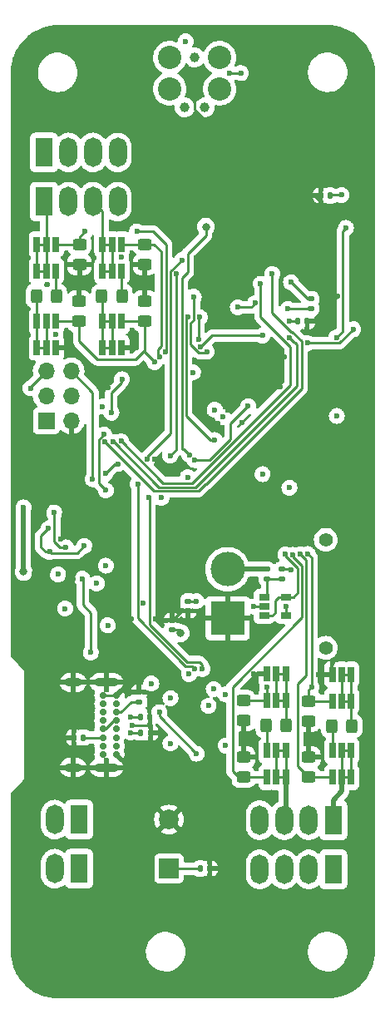
<source format=gbr>
%TF.GenerationSoftware,KiCad,Pcbnew,(6.0.2)*%
%TF.CreationDate,2022-04-15T22:59:47-04:00*%
%TF.ProjectId,Nova,4e6f7661-2e6b-4696-9361-645f70636258,rev?*%
%TF.SameCoordinates,Original*%
%TF.FileFunction,Copper,L4,Bot*%
%TF.FilePolarity,Positive*%
%FSLAX46Y46*%
G04 Gerber Fmt 4.6, Leading zero omitted, Abs format (unit mm)*
G04 Created by KiCad (PCBNEW (6.0.2)) date 2022-04-15 22:59:47*
%MOMM*%
%LPD*%
G01*
G04 APERTURE LIST*
G04 Aperture macros list*
%AMRoundRect*
0 Rectangle with rounded corners*
0 $1 Rounding radius*
0 $2 $3 $4 $5 $6 $7 $8 $9 X,Y pos of 4 corners*
0 Add a 4 corners polygon primitive as box body*
4,1,4,$2,$3,$4,$5,$6,$7,$8,$9,$2,$3,0*
0 Add four circle primitives for the rounded corners*
1,1,$1+$1,$2,$3*
1,1,$1+$1,$4,$5*
1,1,$1+$1,$6,$7*
1,1,$1+$1,$8,$9*
0 Add four rect primitives between the rounded corners*
20,1,$1+$1,$2,$3,$4,$5,0*
20,1,$1+$1,$4,$5,$6,$7,0*
20,1,$1+$1,$6,$7,$8,$9,0*
20,1,$1+$1,$8,$9,$2,$3,0*%
G04 Aperture macros list end*
%TA.AperFunction,ComponentPad*%
%ADD10R,2.000000X2.000000*%
%TD*%
%TA.AperFunction,ComponentPad*%
%ADD11C,2.000000*%
%TD*%
%TA.AperFunction,ComponentPad*%
%ADD12R,1.800000X3.000000*%
%TD*%
%TA.AperFunction,ComponentPad*%
%ADD13O,1.800000X3.000000*%
%TD*%
%TA.AperFunction,ComponentPad*%
%ADD14C,0.700000*%
%TD*%
%TA.AperFunction,ComponentPad*%
%ADD15O,1.700000X0.900000*%
%TD*%
%TA.AperFunction,ComponentPad*%
%ADD16O,2.400000X0.900000*%
%TD*%
%TA.AperFunction,ComponentPad*%
%ADD17C,1.400000*%
%TD*%
%TA.AperFunction,ComponentPad*%
%ADD18R,3.500000X3.500000*%
%TD*%
%TA.AperFunction,ComponentPad*%
%ADD19C,3.500000*%
%TD*%
%TA.AperFunction,ComponentPad*%
%ADD20R,1.700000X1.700000*%
%TD*%
%TA.AperFunction,ComponentPad*%
%ADD21O,1.700000X1.700000*%
%TD*%
%TA.AperFunction,ComponentPad*%
%ADD22C,0.991000*%
%TD*%
%TA.AperFunction,ComponentPad*%
%ADD23C,2.375000*%
%TD*%
%TA.AperFunction,SMDPad,CuDef*%
%ADD24RoundRect,0.147500X-0.172500X0.147500X-0.172500X-0.147500X0.172500X-0.147500X0.172500X0.147500X0*%
%TD*%
%TA.AperFunction,SMDPad,CuDef*%
%ADD25RoundRect,0.147500X0.172500X-0.147500X0.172500X0.147500X-0.172500X0.147500X-0.172500X-0.147500X0*%
%TD*%
%TA.AperFunction,SMDPad,CuDef*%
%ADD26RoundRect,0.147500X-0.147500X-0.172500X0.147500X-0.172500X0.147500X0.172500X-0.147500X0.172500X0*%
%TD*%
%TA.AperFunction,SMDPad,CuDef*%
%ADD27RoundRect,0.147500X0.147500X0.172500X-0.147500X0.172500X-0.147500X-0.172500X0.147500X-0.172500X0*%
%TD*%
%TA.AperFunction,SMDPad,CuDef*%
%ADD28R,0.650000X1.560000*%
%TD*%
%TA.AperFunction,SMDPad,CuDef*%
%ADD29RoundRect,0.250000X-0.450000X0.325000X-0.450000X-0.325000X0.450000X-0.325000X0.450000X0.325000X0*%
%TD*%
%TA.AperFunction,SMDPad,CuDef*%
%ADD30RoundRect,0.250000X0.450000X-0.325000X0.450000X0.325000X-0.450000X0.325000X-0.450000X-0.325000X0*%
%TD*%
%TA.AperFunction,SMDPad,CuDef*%
%ADD31RoundRect,0.250000X0.325000X0.450000X-0.325000X0.450000X-0.325000X-0.450000X0.325000X-0.450000X0*%
%TD*%
%TA.AperFunction,SMDPad,CuDef*%
%ADD32RoundRect,0.250000X-0.325000X-0.450000X0.325000X-0.450000X0.325000X0.450000X-0.325000X0.450000X0*%
%TD*%
%TA.AperFunction,SMDPad,CuDef*%
%ADD33R,1.060000X0.650000*%
%TD*%
%TA.AperFunction,ViaPad*%
%ADD34C,0.600000*%
%TD*%
%TA.AperFunction,ViaPad*%
%ADD35C,0.800000*%
%TD*%
%TA.AperFunction,Conductor*%
%ADD36C,0.250000*%
%TD*%
%TA.AperFunction,Conductor*%
%ADD37C,0.500000*%
%TD*%
G04 APERTURE END LIST*
D10*
%TO.P,C24,1*%
%TO.N,Net-(C24-Pad1)*%
X157350000Y-130050000D03*
D11*
%TO.P,C24,2*%
%TO.N,GND*%
X157350000Y-125050000D03*
%TD*%
D12*
%TO.P,J4,1,Pin_1*%
%TO.N,+BATT*%
X148200000Y-130050000D03*
X148200000Y-125050000D03*
D13*
%TO.P,J4,2,Pin_2*%
%TO.N,Net-(C24-Pad1)*%
X145700000Y-125050000D03*
X145700000Y-130050000D03*
%TD*%
D12*
%TO.P,J5,1,Pin_1*%
%TO.N,/Pyro Channels/PYRO1*%
X144618800Y-62150000D03*
X144618800Y-57150000D03*
D13*
%TO.P,J5,2,Pin_2*%
%TO.N,Net-(C24-Pad1)*%
X147118800Y-57150000D03*
X147118800Y-62150000D03*
%TO.P,J5,3,Pin_3*%
%TO.N,/Pyro Channels/PYRO2*%
X149618800Y-57150000D03*
X149618800Y-62150000D03*
%TO.P,J5,4,Pin_4*%
%TO.N,Net-(C24-Pad1)*%
X152118800Y-62150000D03*
X152118800Y-57150000D03*
%TD*%
D12*
%TO.P,J6,1,Pin_1*%
%TO.N,/Pyro Channels/PYRO3*%
X174075000Y-130125000D03*
X174075000Y-125125000D03*
D13*
%TO.P,J6,2,Pin_2*%
%TO.N,Net-(C24-Pad1)*%
X171575000Y-125125000D03*
X171575000Y-130125000D03*
%TO.P,J6,3,Pin_3*%
%TO.N,/Pyro Channels/PYRO4*%
X169075000Y-125125000D03*
X169075000Y-130125000D03*
%TO.P,J6,4,Pin_4*%
%TO.N,Net-(C24-Pad1)*%
X166575000Y-125125000D03*
X166575000Y-130125000D03*
%TD*%
D14*
%TO.P,J7,A1,GND*%
%TO.N,GND*%
X151950000Y-112450000D03*
%TO.P,J7,A4,VBUS*%
%TO.N,Net-(F1-Pad2)*%
X151950000Y-113300000D03*
%TO.P,J7,A5,CC1*%
%TO.N,Net-(J7-PadA5)*%
X151950000Y-114150000D03*
%TO.P,J7,A6,D+*%
%TO.N,/USB-C/_P*%
X151950000Y-115000000D03*
%TO.P,J7,A7,D-*%
%TO.N,/USB-C/_N*%
X151950000Y-115850000D03*
%TO.P,J7,A8,SBU1*%
%TO.N,unconnected-(J7-PadA8)*%
X151950000Y-116700000D03*
%TO.P,J7,A9,VBUS*%
%TO.N,Net-(F1-Pad2)*%
X151950000Y-117550000D03*
%TO.P,J7,A12,GND*%
%TO.N,GND*%
X151950000Y-118400000D03*
%TO.P,J7,B1,GND*%
X150600000Y-118400000D03*
%TO.P,J7,B4,VBUS*%
%TO.N,Net-(F1-Pad2)*%
X150600000Y-117550000D03*
%TO.P,J7,B5,CC2*%
%TO.N,Net-(J7-PadB5)*%
X150600000Y-116700000D03*
%TO.P,J7,B6,D+*%
%TO.N,/USB-C/_P*%
X150600000Y-115850000D03*
%TO.P,J7,B7,D-*%
%TO.N,/USB-C/_N*%
X150600000Y-115000000D03*
%TO.P,J7,B8,SBU2*%
%TO.N,unconnected-(J7-PadB8)*%
X150600000Y-114150000D03*
%TO.P,J7,B9,VBUS*%
%TO.N,Net-(F1-Pad2)*%
X150600000Y-113300000D03*
%TO.P,J7,B12,GND*%
%TO.N,GND*%
X150600000Y-112450000D03*
D15*
%TO.P,J7,S1,SHIELD*%
X147590000Y-111100000D03*
X147590000Y-119750000D03*
D16*
X150970000Y-119750000D03*
X150970000Y-111100000D03*
%TD*%
D17*
%TO.P,xt1,*%
%TO.N,*%
X173300000Y-107575000D03*
X173300000Y-96575000D03*
D18*
%TO.P,xt1,1,Pin_1*%
%TO.N,GND*%
X163300000Y-104575000D03*
D19*
%TO.P,xt1,2,Pin_2*%
%TO.N,+BATT*%
X163300000Y-99575000D03*
%TD*%
D20*
%TO.P,J2,1,Pin_1*%
%TO.N,+3V3*%
X144840000Y-84480000D03*
D21*
%TO.P,J2,2,Pin_2*%
%TO.N,GND*%
X147380000Y-84480000D03*
%TO.P,J2,3,Pin_3*%
%TO.N,/GPIO1*%
X144840000Y-81940000D03*
%TO.P,J2,4,Pin_4*%
%TO.N,/ACCEL_INT2*%
X147380000Y-81940000D03*
%TO.P,J2,5,Pin_5*%
%TO.N,/ACCEL_INT1*%
X144840000Y-79400000D03*
%TO.P,J2,6,Pin_6*%
%TO.N,/IMU_INT*%
X147380000Y-79400000D03*
%TD*%
D22*
%TO.P,J1,*%
%TO.N,*%
X158944400Y-52575600D03*
X160976400Y-52575600D03*
X159960400Y-47495600D03*
D23*
X157420400Y-50670600D03*
X162500400Y-47495600D03*
X157420400Y-47495600D03*
X162500400Y-50670600D03*
%TD*%
D24*
%TO.P,C1,1*%
%TO.N,GND*%
X157640000Y-104795000D03*
%TO.P,C1,2*%
%TO.N,Net-(C1-Pad2)*%
X157640000Y-105765000D03*
%TD*%
D25*
%TO.P,C2,1*%
%TO.N,GND*%
X159300000Y-103785000D03*
%TO.P,C2,2*%
%TO.N,+3V3*%
X159300000Y-102815000D03*
%TD*%
D26*
%TO.P,C4,1*%
%TO.N,/USB-C/_N*%
X154465000Y-116200000D03*
%TO.P,C4,2*%
%TO.N,GND*%
X155435000Y-116200000D03*
%TD*%
%TO.P,C25,1*%
%TO.N,GND*%
X172795000Y-61535000D03*
%TO.P,C25,2*%
%TO.N,+3V3*%
X173765000Y-61535000D03*
%TD*%
D27*
%TO.P,C26,1*%
%TO.N,GND*%
X171410000Y-74350000D03*
%TO.P,C26,2*%
%TO.N,+3V3*%
X170440000Y-74350000D03*
%TD*%
D26*
%TO.P,C28,1*%
%TO.N,/USB-C/_P*%
X154440000Y-114650000D03*
%TO.P,C28,2*%
%TO.N,GND*%
X155410000Y-114650000D03*
%TD*%
D28*
%TO.P,Q1,1,D*%
%TO.N,/Pyro Channels/PYRO1*%
X143900000Y-66500000D03*
%TO.P,Q1,2*%
X144850000Y-66500000D03*
%TO.P,Q1,3,S*%
%TO.N,/FIRE1*%
X145800000Y-66500000D03*
%TO.P,Q1,4*%
%TO.N,Net-(Q1-Pad4)*%
X145800000Y-69200000D03*
%TO.P,Q1,5*%
%TO.N,/Pyro Channels/PYRO1*%
X144850000Y-69200000D03*
%TO.P,Q1,6*%
X143900000Y-69200000D03*
%TD*%
%TO.P,Q2,1,D*%
%TO.N,Net-(Q2-Pad1)*%
X143900000Y-74350000D03*
%TO.P,Q2,2*%
X144850000Y-74350000D03*
%TO.P,Q2,3,S*%
%TO.N,/ARM1*%
X145800000Y-74350000D03*
%TO.P,Q2,4*%
%TO.N,GND*%
X145800000Y-77050000D03*
%TO.P,Q2,5*%
%TO.N,Net-(Q2-Pad1)*%
X144850000Y-77050000D03*
%TO.P,Q2,6*%
X143900000Y-77050000D03*
%TD*%
%TO.P,Q3,1,D*%
%TO.N,/Pyro Channels/PYRO2*%
X150575000Y-66500000D03*
%TO.P,Q3,2*%
X151525000Y-66500000D03*
%TO.P,Q3,3,S*%
%TO.N,/FIRE2*%
X152475000Y-66500000D03*
%TO.P,Q3,4*%
%TO.N,Net-(Q3-Pad4)*%
X152475000Y-69200000D03*
%TO.P,Q3,5*%
%TO.N,/Pyro Channels/PYRO2*%
X151525000Y-69200000D03*
%TO.P,Q3,6*%
X150575000Y-69200000D03*
%TD*%
%TO.P,Q4,1,D*%
%TO.N,Net-(Q4-Pad1)*%
X150575000Y-74325000D03*
%TO.P,Q4,2*%
X151525000Y-74325000D03*
%TO.P,Q4,3,S*%
%TO.N,/ARM1*%
X152475000Y-74325000D03*
%TO.P,Q4,4*%
%TO.N,GND*%
X152475000Y-77025000D03*
%TO.P,Q4,5*%
%TO.N,Net-(Q4-Pad1)*%
X151525000Y-77025000D03*
%TO.P,Q4,6*%
X150575000Y-77025000D03*
%TD*%
%TO.P,Q5,1,D*%
%TO.N,/Pyro Channels/PYRO3*%
X175875000Y-120750000D03*
%TO.P,Q5,2*%
X174925000Y-120750000D03*
%TO.P,Q5,3,S*%
%TO.N,/FIRE3*%
X173975000Y-120750000D03*
%TO.P,Q5,4*%
%TO.N,Net-(Q5-Pad4)*%
X173975000Y-118050000D03*
%TO.P,Q5,5*%
%TO.N,/Pyro Channels/PYRO3*%
X174925000Y-118050000D03*
%TO.P,Q5,6*%
X175875000Y-118050000D03*
%TD*%
%TO.P,Q6,1,D*%
%TO.N,Net-(Q6-Pad6)*%
X175875000Y-112975000D03*
%TO.P,Q6,2*%
X174925000Y-112975000D03*
%TO.P,Q6,3,S*%
%TO.N,/ARM2*%
X173975000Y-112975000D03*
%TO.P,Q6,4*%
%TO.N,GND*%
X173975000Y-110275000D03*
%TO.P,Q6,5*%
%TO.N,Net-(Q6-Pad6)*%
X174925000Y-110275000D03*
%TO.P,Q6,6*%
X175875000Y-110275000D03*
%TD*%
%TO.P,Q7,1,D*%
%TO.N,/Pyro Channels/PYRO4*%
X169225000Y-120750000D03*
%TO.P,Q7,2*%
X168275000Y-120750000D03*
%TO.P,Q7,3,S*%
%TO.N,/FIRE4*%
X167325000Y-120750000D03*
%TO.P,Q7,4*%
%TO.N,Net-(Q7-Pad4)*%
X167325000Y-118050000D03*
%TO.P,Q7,5*%
%TO.N,/Pyro Channels/PYRO4*%
X168275000Y-118050000D03*
%TO.P,Q7,6*%
X169225000Y-118050000D03*
%TD*%
%TO.P,Q8,1,D*%
%TO.N,Net-(Q8-Pad1)*%
X169225000Y-112950000D03*
%TO.P,Q8,2*%
X168275000Y-112950000D03*
%TO.P,Q8,3,S*%
%TO.N,/ARM2*%
X167325000Y-112950000D03*
%TO.P,Q8,4*%
%TO.N,GND*%
X167325000Y-110250000D03*
%TO.P,Q8,5*%
%TO.N,Net-(Q8-Pad1)*%
X168275000Y-110250000D03*
%TO.P,Q8,6*%
X169225000Y-110250000D03*
%TD*%
D26*
%TO.P,R5,1*%
%TO.N,Net-(C24-Pad1)*%
X160515000Y-130050000D03*
%TO.P,R5,2*%
%TO.N,GND*%
X161485000Y-130050000D03*
%TD*%
D29*
%TO.P,R8,1*%
%TO.N,/FIRE1*%
X148225000Y-66500000D03*
%TO.P,R8,2*%
%TO.N,GND*%
X148225000Y-68550000D03*
%TD*%
D30*
%TO.P,R9,1*%
%TO.N,/ARM1*%
X148200000Y-74350000D03*
%TO.P,R9,2*%
%TO.N,GND*%
X148200000Y-72300000D03*
%TD*%
D31*
%TO.P,R10,1*%
%TO.N,Net-(Q1-Pad4)*%
X145875000Y-71750000D03*
%TO.P,R10,2*%
%TO.N,Net-(Q2-Pad1)*%
X143825000Y-71750000D03*
%TD*%
D29*
%TO.P,R11,1*%
%TO.N,/FIRE2*%
X154875000Y-66500000D03*
%TO.P,R11,2*%
%TO.N,GND*%
X154875000Y-68550000D03*
%TD*%
D30*
%TO.P,R12,1*%
%TO.N,/ARM1*%
X154875000Y-74325000D03*
%TO.P,R12,2*%
%TO.N,GND*%
X154875000Y-72275000D03*
%TD*%
D31*
%TO.P,R13,1*%
%TO.N,Net-(Q3-Pad4)*%
X152550000Y-71775000D03*
%TO.P,R13,2*%
%TO.N,Net-(Q4-Pad1)*%
X150500000Y-71775000D03*
%TD*%
D30*
%TO.P,R14,1*%
%TO.N,/FIRE3*%
X171575000Y-120750000D03*
%TO.P,R14,2*%
%TO.N,GND*%
X171575000Y-118700000D03*
%TD*%
D29*
%TO.P,R15,1*%
%TO.N,/ARM2*%
X171575000Y-112975000D03*
%TO.P,R15,2*%
%TO.N,GND*%
X171575000Y-115025000D03*
%TD*%
D32*
%TO.P,R16,1*%
%TO.N,Net-(Q5-Pad4)*%
X173900000Y-115525000D03*
%TO.P,R16,2*%
%TO.N,Net-(Q6-Pad6)*%
X175950000Y-115525000D03*
%TD*%
D30*
%TO.P,R17,1*%
%TO.N,/FIRE4*%
X164925000Y-120750000D03*
%TO.P,R17,2*%
%TO.N,GND*%
X164925000Y-118700000D03*
%TD*%
D29*
%TO.P,R18,1*%
%TO.N,/ARM2*%
X164925000Y-112950000D03*
%TO.P,R18,2*%
%TO.N,GND*%
X164925000Y-115000000D03*
%TD*%
D24*
%TO.P,R19,1*%
%TO.N,+BATT*%
X167325000Y-99590000D03*
%TO.P,R19,2*%
%TO.N,Net-(R19-Pad2)*%
X167325000Y-100560000D03*
%TD*%
D25*
%TO.P,R20,1*%
%TO.N,Net-(R19-Pad2)*%
X168825000Y-100560000D03*
%TO.P,R20,2*%
%TO.N,GND*%
X168825000Y-99590000D03*
%TD*%
D24*
%TO.P,R21,1*%
%TO.N,GND*%
X154300000Y-112115000D03*
%TO.P,R21,2*%
%TO.N,Net-(J7-PadA5)*%
X154300000Y-113085000D03*
%TD*%
D27*
%TO.P,R22,1*%
%TO.N,Net-(J7-PadB5)*%
X148635000Y-116700000D03*
%TO.P,R22,2*%
%TO.N,GND*%
X147665000Y-116700000D03*
%TD*%
D32*
%TO.P,R23,1*%
%TO.N,Net-(Q7-Pad4)*%
X167250000Y-115500000D03*
%TO.P,R23,2*%
%TO.N,Net-(Q8-Pad1)*%
X169300000Y-115500000D03*
%TD*%
D24*
%TO.P,R37,1*%
%TO.N,+3V3*%
X171796800Y-72069800D03*
%TO.P,R37,2*%
%TO.N,Net-(R37-Pad2)*%
X171796800Y-73039800D03*
%TD*%
D33*
%TO.P,U5,1*%
%TO.N,/VMonitor*%
X167020000Y-104315000D03*
%TO.P,U5,2,V+*%
%TO.N,+3V3*%
X167020000Y-103365000D03*
%TO.P,U5,3,+*%
%TO.N,Net-(R19-Pad2)*%
X167020000Y-102415000D03*
%TO.P,U5,4,-*%
%TO.N,/VMonitor*%
X169220000Y-102415000D03*
%TO.P,U5,5,V-*%
%TO.N,GND*%
X169220000Y-104315000D03*
%TD*%
D34*
%TO.N,GND*%
X160025000Y-93475000D03*
X150950000Y-102825000D03*
X169750000Y-99600000D03*
X147100000Y-106875000D03*
X155875000Y-88350000D03*
X143600000Y-100075000D03*
X161400000Y-117300000D03*
X157480000Y-89450000D03*
X155925000Y-104650000D03*
X151175000Y-81075000D03*
X153625000Y-115450000D03*
X168675000Y-81000000D03*
X153500000Y-104650000D03*
X145000000Y-70575000D03*
X161690000Y-120530000D03*
X149950000Y-97250000D03*
X169225000Y-103375000D03*
X148175000Y-107575000D03*
X162356026Y-84775000D03*
X148225000Y-70450000D03*
X164775000Y-84650000D03*
X174473500Y-71818200D03*
X159940000Y-50680000D03*
X149850000Y-95575000D03*
X146750000Y-116700000D03*
X171805000Y-61535000D03*
X164925000Y-116775000D03*
X152300000Y-82200000D03*
X147565200Y-100545600D03*
X144470000Y-98710000D03*
X163300000Y-83375000D03*
X165450000Y-93050000D03*
X154875000Y-70425000D03*
X145700000Y-106025000D03*
X153325000Y-112125000D03*
X161690000Y-119200000D03*
X146320000Y-96480000D03*
X154000000Y-77025000D03*
X164925000Y-74500000D03*
X171575000Y-116800000D03*
X162525000Y-130050000D03*
X147300000Y-77050000D03*
X172550000Y-110275000D03*
X165975000Y-110250000D03*
X169100000Y-77925000D03*
X174290000Y-63680000D03*
X159953198Y-78341372D03*
X144568000Y-101968000D03*
X154728000Y-102984000D03*
X153600000Y-117750000D03*
%TO.N,+3V3*%
X159790000Y-79530000D03*
X159046000Y-45844600D03*
X149990000Y-101010000D03*
X163100000Y-112325000D03*
X152475000Y-67825000D03*
X151100000Y-105290000D03*
X161375000Y-113475000D03*
X169760000Y-70360000D03*
X160125000Y-102830000D03*
X161900000Y-111775000D03*
X174895600Y-61480400D03*
X146770000Y-103575000D03*
X146050000Y-100100000D03*
X155550000Y-111200000D03*
X156580000Y-92300000D03*
X165950000Y-103375000D03*
X166875000Y-89900000D03*
X174425000Y-83975000D03*
X157500000Y-117300000D03*
X150910000Y-99210000D03*
X145796000Y-75692000D03*
X157500000Y-112700000D03*
X150580000Y-83020000D03*
X161992400Y-83338759D03*
X159375000Y-110250000D03*
X163100000Y-117525000D03*
X169600000Y-74350000D03*
X159260000Y-90200000D03*
X162814000Y-84074000D03*
X169600000Y-91275000D03*
%TO.N,/USB-C/_N*%
X153450000Y-116200000D03*
%TO.N,Net-(C24-Pad1)*%
X142536000Y-93281200D03*
D35*
X142540000Y-99830000D03*
D34*
%TO.N,/USB-C/_P*%
X153450000Y-114650000D03*
%TO.N,Net-(D6-Pad1)*%
X160150000Y-118350000D03*
X156350000Y-114125000D03*
%TO.N,/SWCLK*%
X158100000Y-69487466D03*
X157474876Y-88001677D03*
X163507921Y-49080000D03*
X164656921Y-49080000D03*
%TO.N,/NRST*%
X161179600Y-77431600D03*
X159858800Y-71843600D03*
%TO.N,/SWDIO*%
X155124997Y-88350000D03*
X158650000Y-68125000D03*
%TO.N,/SWO*%
X159425205Y-87930439D03*
D35*
X161090456Y-64730456D03*
D34*
%TO.N,/TXD*%
X155325000Y-92300000D03*
X160725000Y-109725000D03*
%TO.N,/RXD*%
X154150000Y-90925000D03*
X159975000Y-109725000D03*
%TO.N,/BOOT0*%
X161992400Y-86423200D03*
X159300000Y-73926400D03*
%TO.N,Net-(R37-Pad2)*%
X169450000Y-73075000D03*
%TO.N,/VMonitor*%
X169189979Y-98050013D03*
%TO.N,/BAROMETER_CS*%
X150925000Y-91550000D03*
X150730913Y-85855913D03*
%TO.N,/FIRE1*%
X148800000Y-65200000D03*
X154067600Y-65188800D03*
X156950500Y-77431600D03*
%TO.N,/FIRE2*%
X156401724Y-77942089D03*
%TO.N,/FIRE3*%
X170689952Y-98055753D03*
%TO.N,/FIRE4*%
X165400000Y-82975000D03*
X159955183Y-88460417D03*
X169942345Y-98109028D03*
%TO.N,/SD_CS*%
X160341400Y-76177300D03*
X160468400Y-73926400D03*
%TO.N,/ACCELEROMETER_CS*%
X152543600Y-80241300D03*
X151475000Y-83650000D03*
%TO.N,/FL_CS*%
X171425000Y-76550000D03*
X176100000Y-75150000D03*
X166850000Y-75800000D03*
X160575000Y-76975000D03*
%TO.N,/IMU_INT*%
X150867200Y-89826800D03*
X149562135Y-90401335D03*
X152137200Y-88861600D03*
%TO.N,/ARM1*%
X155861300Y-78480242D03*
%TO.N,/ARM2*%
X167325000Y-111580002D03*
X171847600Y-111569200D03*
X171470696Y-98023324D03*
%TO.N,/ACCEL_INT1*%
X143237367Y-81149833D03*
%TO.N,/SPI2_MOSI*%
X166675000Y-70525000D03*
X152475000Y-86550000D03*
%TO.N,/SPI2_SCLK*%
X145074990Y-95435564D03*
X148700000Y-97200000D03*
X145200000Y-97800000D03*
X167840000Y-69530000D03*
X150775000Y-86625000D03*
X148530400Y-100545600D03*
X149375000Y-108050000D03*
%TO.N,/SPI2_MISO*%
X174387600Y-75975500D03*
X175352800Y-64833200D03*
X146850249Y-97342865D03*
X169600000Y-75975000D03*
X151675000Y-86625000D03*
X145650000Y-93800000D03*
%TO.N,/SPI1_SCLK*%
X164354600Y-72910400D03*
X166100500Y-72494247D03*
D35*
%TO.N,Net-(C1-Pad2)*%
X158540000Y-106080000D03*
%TD*%
D36*
%TO.N,GND*%
X153335000Y-112115000D02*
X153325000Y-112125000D01*
X167325000Y-110250000D02*
X165975000Y-110250000D01*
X165150000Y-54880000D02*
X171805000Y-61535000D01*
X158650000Y-103785000D02*
X157640000Y-104795000D01*
X172145000Y-61535000D02*
X171805000Y-61535000D01*
X159940000Y-52797881D02*
X162022119Y-54880000D01*
X172795000Y-61535000D02*
X171805000Y-61535000D01*
X152475000Y-77025000D02*
X154000000Y-77025000D01*
X155410000Y-115440000D02*
X153635000Y-115440000D01*
X171575000Y-118700000D02*
X171575000Y-116800000D01*
X164925000Y-115000000D02*
X164925000Y-116775000D01*
X169220000Y-104315000D02*
X169220000Y-103380000D01*
X164925000Y-118700000D02*
X164925000Y-116775000D01*
X145800000Y-77050000D02*
X147300000Y-77050000D01*
X159300000Y-103785000D02*
X158650000Y-103785000D01*
X154875000Y-72275000D02*
X154875000Y-70425000D01*
X169220000Y-103380000D02*
X169225000Y-103375000D01*
X173975000Y-110275000D02*
X172550000Y-110275000D01*
X168825000Y-99590000D02*
X169740000Y-99590000D01*
X147665000Y-116700000D02*
X146750000Y-116700000D01*
X148225000Y-68550000D02*
X148225000Y-70450000D01*
X154875000Y-68550000D02*
X154875000Y-70425000D01*
X171410000Y-74350000D02*
X171941700Y-74350000D01*
X155925000Y-104650000D02*
X157495000Y-104650000D01*
X155410000Y-116175000D02*
X155435000Y-116200000D01*
X162022119Y-54880000D02*
X165150000Y-54880000D01*
X171575000Y-115025000D02*
X171575000Y-116800000D01*
X161485000Y-130050000D02*
X162525000Y-130050000D01*
X148200000Y-72300000D02*
X148200000Y-70475000D01*
X148200000Y-70475000D02*
X148225000Y-70450000D01*
X151950000Y-112450000D02*
X150600000Y-112450000D01*
X153635000Y-115440000D02*
X153625000Y-115450000D01*
X174290000Y-63680000D02*
X172145000Y-61535000D01*
X157495000Y-104650000D02*
X157640000Y-104795000D01*
X159940000Y-50680000D02*
X159940000Y-52797881D01*
X155410000Y-115440000D02*
X155410000Y-116175000D01*
X169740000Y-99590000D02*
X169750000Y-99600000D01*
X154300000Y-112115000D02*
X153335000Y-112115000D01*
X155410000Y-114650000D02*
X155410000Y-115440000D01*
X171941700Y-74350000D02*
X174473500Y-71818200D01*
%TO.N,+3V3*%
X173819600Y-61480400D02*
X173765000Y-61535000D01*
X159300000Y-102815000D02*
X160110000Y-102815000D01*
X171469800Y-72069800D02*
X169760000Y-70360000D01*
X169600000Y-74350000D02*
X170440000Y-74350000D01*
X167020000Y-103365000D02*
X165960000Y-103365000D01*
X174895600Y-61480400D02*
X173819600Y-61480400D01*
X171796800Y-72069800D02*
X171469800Y-72069800D01*
X173820000Y-61480000D02*
X173765000Y-61535000D01*
X160110000Y-102815000D02*
X160125000Y-102830000D01*
%TO.N,/USB-C/_N*%
X154465000Y-116200000D02*
X153450000Y-116200000D01*
D37*
%TO.N,Net-(C24-Pad1)*%
X142540000Y-99830000D02*
X142540000Y-93285200D01*
D36*
X160515000Y-130050000D02*
X157350000Y-130050000D01*
D37*
X142540000Y-93285200D02*
X142536000Y-93281200D01*
D36*
%TO.N,/USB-C/_P*%
X154440000Y-114650000D02*
X153450000Y-114650000D01*
X150600000Y-115850000D02*
X150850000Y-115850000D01*
X150850000Y-115850000D02*
X151700000Y-115000000D01*
X151700000Y-115000000D02*
X151950000Y-115000000D01*
D37*
%TO.N,+BATT*%
X163315000Y-99590000D02*
X163300000Y-99575000D01*
X167325000Y-99590000D02*
X163315000Y-99590000D01*
D36*
%TO.N,Net-(D6-Pad1)*%
X156350000Y-114550000D02*
X156350000Y-114125000D01*
X160150000Y-118350000D02*
X156350000Y-114550000D01*
%TO.N,/SWCLK*%
X163507921Y-49080000D02*
X164656921Y-49080000D01*
X158100000Y-87376553D02*
X157474876Y-88001677D01*
X158100000Y-69487466D02*
X158100000Y-87376553D01*
%TO.N,/NRST*%
X161061689Y-77549511D02*
X160332311Y-77549511D01*
X159503200Y-74535682D02*
X159874511Y-74164371D01*
X160332311Y-77549511D02*
X159503200Y-76720400D01*
X159503200Y-76720400D02*
X159503200Y-74535682D01*
X159874511Y-74164371D02*
X159874511Y-71859311D01*
X159874511Y-71859311D02*
X159858800Y-71843600D01*
X161179600Y-77431600D02*
X161061689Y-77549511D01*
%TO.N,/SWDIO*%
X157525000Y-69250000D02*
X157525000Y-85725000D01*
X155124997Y-88125003D02*
X155124997Y-88350000D01*
X157525000Y-85725000D02*
X155124997Y-88125003D01*
X158650000Y-68125000D02*
X157525000Y-69250000D01*
%TO.N,/Pyro Channels/PYRO1*%
X144850000Y-66500000D02*
X144850000Y-62381200D01*
X144850000Y-69200000D02*
X143900000Y-69200000D01*
X144850000Y-66500000D02*
X144850000Y-69200000D01*
X144850000Y-62381200D02*
X144618800Y-62150000D01*
X143900000Y-66500000D02*
X143900000Y-69200000D01*
X143900000Y-66500000D02*
X144850000Y-66500000D01*
%TO.N,/Pyro Channels/PYRO2*%
X150575000Y-66500000D02*
X150575000Y-63106200D01*
X150575000Y-66500000D02*
X150575000Y-69200000D01*
X151525000Y-69200000D02*
X151525000Y-66500000D01*
X151525000Y-66500000D02*
X150575000Y-66500000D01*
X150575000Y-69200000D02*
X151525000Y-69200000D01*
X150575000Y-63106200D02*
X149618800Y-62150000D01*
%TO.N,/Pyro Channels/PYRO3*%
X174925000Y-118050000D02*
X174925000Y-120750000D01*
D37*
X174075000Y-125125000D02*
X174075000Y-123050000D01*
X174075000Y-123050000D02*
X174925000Y-122200000D01*
D36*
X175875000Y-120750000D02*
X175875000Y-118050000D01*
X175875000Y-118050000D02*
X174925000Y-118050000D01*
D37*
X174925000Y-122200000D02*
X174925000Y-120750000D01*
D36*
X174925000Y-120750000D02*
X175875000Y-120750000D01*
%TO.N,/Pyro Channels/PYRO4*%
X168275000Y-118050000D02*
X168275000Y-120750000D01*
X169225000Y-118050000D02*
X168275000Y-118050000D01*
D37*
X169225000Y-124975000D02*
X169075000Y-125125000D01*
D36*
X168275000Y-120750000D02*
X169225000Y-120750000D01*
D37*
X169225000Y-120750000D02*
X169225000Y-124975000D01*
D36*
X169225000Y-120750000D02*
X169225000Y-118050000D01*
%TO.N,Net-(J7-PadB5)*%
X150600000Y-116700000D02*
X148635000Y-116700000D01*
%TO.N,Net-(J7-PadA5)*%
X151950000Y-114150000D02*
X152444974Y-114150000D01*
X152444974Y-114150000D02*
X153509974Y-113085000D01*
X153509974Y-113085000D02*
X154300000Y-113085000D01*
%TO.N,/SWO*%
X159249200Y-67424000D02*
X159249200Y-69354400D01*
X159249200Y-69354400D02*
X158665000Y-69938600D01*
X158665000Y-87351802D02*
X158846568Y-87351802D01*
X158665000Y-69938600D02*
X158665000Y-87351802D01*
X161090456Y-64730456D02*
X161090456Y-65582744D01*
X161090456Y-65582744D02*
X159249200Y-67424000D01*
X158846568Y-87351802D02*
X159425205Y-87930439D01*
%TO.N,Net-(R19-Pad2)*%
X167325000Y-102110000D02*
X167020000Y-102415000D01*
X167325000Y-100560000D02*
X167325000Y-102110000D01*
X167325000Y-100560000D02*
X168825000Y-100560000D01*
%TO.N,/TXD*%
X159174991Y-109024991D02*
X160449255Y-109024991D01*
X160725000Y-109300736D02*
X160725000Y-109725000D01*
X160449255Y-109024991D02*
X160725000Y-109300736D01*
X155349999Y-92324999D02*
X155325000Y-92300000D01*
X155349999Y-105199999D02*
X159174991Y-109024991D01*
X155349999Y-101250001D02*
X155349999Y-94675001D01*
X155349999Y-94675001D02*
X155349999Y-92324999D01*
X155349999Y-101250001D02*
X155349999Y-105199999D01*
%TO.N,/RXD*%
X159975000Y-109725000D02*
X159675001Y-109425001D01*
X159675001Y-109425001D02*
X159009303Y-109425001D01*
X154149999Y-94625001D02*
X154149999Y-90925001D01*
X159009303Y-109425001D02*
X154149999Y-104565697D01*
X154149999Y-101300001D02*
X154149999Y-94625001D01*
X154149999Y-90925001D02*
X154150000Y-90925000D01*
X154149999Y-104565697D02*
X154149999Y-101300001D01*
%TO.N,/BOOT0*%
X159064520Y-74231200D02*
X159064520Y-74161880D01*
X161992400Y-86423200D02*
X161535200Y-86423200D01*
X161535200Y-86423200D02*
X160265200Y-85153200D01*
X159064520Y-74161880D02*
X159300000Y-73926400D01*
X160265200Y-85153200D02*
X159064520Y-83952520D01*
X159064520Y-83952520D02*
X159064520Y-74231200D01*
%TO.N,Net-(R37-Pad2)*%
X171761600Y-73075000D02*
X171796800Y-73039800D01*
X169450000Y-73075000D02*
X171761600Y-73075000D01*
%TO.N,/VMonitor*%
X170475000Y-101925000D02*
X170475000Y-99473998D01*
X169220000Y-102415000D02*
X169985000Y-102415000D01*
X167810000Y-104315000D02*
X168125000Y-104000000D01*
X168125000Y-102800000D02*
X168125000Y-104000000D01*
X169220000Y-102415000D02*
X168510000Y-102415000D01*
X168510000Y-102415000D02*
X168125000Y-102800000D01*
X169985000Y-102415000D02*
X170475000Y-101925000D01*
X167020000Y-104315000D02*
X167810000Y-104315000D01*
X169189979Y-98188977D02*
X169189979Y-98050013D01*
X170475000Y-99473998D02*
X169189979Y-98188977D01*
%TO.N,/BAROMETER_CS*%
X150199999Y-90824999D02*
X150199999Y-86386827D01*
X150199999Y-86386827D02*
X150730913Y-85855913D01*
X150925000Y-91550000D02*
X150199999Y-90824999D01*
%TO.N,/FIRE1*%
X148225000Y-66500000D02*
X148225000Y-65775000D01*
X148225000Y-65775000D02*
X148800000Y-65200000D01*
X155693200Y-65188800D02*
X157039400Y-66535000D01*
X157039400Y-66535000D02*
X157039400Y-77342700D01*
X154067600Y-65188800D02*
X155693200Y-65188800D01*
X157039400Y-77342700D02*
X156950500Y-77431600D01*
X145800000Y-66500000D02*
X148225000Y-66500000D01*
%TO.N,Net-(Q2-Pad1)*%
X144850000Y-77050000D02*
X143900000Y-77050000D01*
X144850000Y-74350000D02*
X144850000Y-77050000D01*
X143900000Y-74350000D02*
X143900000Y-71825000D01*
X143900000Y-71825000D02*
X143825000Y-71750000D01*
X143900000Y-77050000D02*
X143900000Y-74350000D01*
%TO.N,/FIRE2*%
X156252000Y-77177600D02*
X156556800Y-76872800D01*
X156401724Y-77942089D02*
X156252000Y-77792365D01*
X152475000Y-66500000D02*
X154875000Y-66500000D01*
X156556800Y-76872800D02*
X156556800Y-67231800D01*
X156252000Y-77792365D02*
X156252000Y-77177600D01*
X156556800Y-67231800D02*
X155825000Y-66500000D01*
X155825000Y-66500000D02*
X154875000Y-66500000D01*
%TO.N,Net-(Q4-Pad1)*%
X151525000Y-74325000D02*
X151525000Y-77025000D01*
X151525000Y-74325000D02*
X150575000Y-74325000D01*
X151525000Y-77025000D02*
X150575000Y-77025000D01*
X150575000Y-77025000D02*
X150575000Y-74325000D01*
X150575000Y-74325000D02*
X150575000Y-71850000D01*
X150575000Y-71850000D02*
X150500000Y-71775000D01*
%TO.N,/FIRE3*%
X171575000Y-120750000D02*
X170425000Y-119600000D01*
X171275020Y-98640821D02*
X170689952Y-98055753D01*
X171575000Y-120750000D02*
X173975000Y-120750000D01*
X170425000Y-119600000D02*
X170425000Y-111200000D01*
X171275020Y-110349980D02*
X171275020Y-98640821D01*
X170425000Y-111200000D02*
X171275020Y-110349980D01*
%TO.N,Net-(Q6-Pad6)*%
X175875000Y-112975000D02*
X175875000Y-115450000D01*
X174925000Y-112975000D02*
X175875000Y-112975000D01*
X175875000Y-115450000D02*
X175950000Y-115525000D01*
X175875000Y-110275000D02*
X174925000Y-110275000D01*
X174925000Y-110275000D02*
X174925000Y-112975000D01*
X175875000Y-112975000D02*
X175875000Y-110275000D01*
%TO.N,/FIRE4*%
X163618000Y-84746800D02*
X163618000Y-86342996D01*
X163800000Y-111575000D02*
X163800000Y-120150000D01*
X162815898Y-87145098D02*
X161500579Y-88460417D01*
X163800000Y-120150000D02*
X164400000Y-120750000D01*
X163618000Y-86342996D02*
X162815898Y-87145098D01*
X165400000Y-82975000D02*
X165389800Y-82975000D01*
X165389800Y-82975000D02*
X163618000Y-84746800D01*
X161500579Y-88460417D02*
X159955183Y-88460417D01*
X169942345Y-98109028D02*
X169942345Y-98284745D01*
X170875500Y-104499500D02*
X163800000Y-111575000D01*
X170875500Y-99217900D02*
X170875500Y-104499500D01*
X164925000Y-120750000D02*
X167325000Y-120750000D01*
X164400000Y-120750000D02*
X164925000Y-120750000D01*
X169942345Y-98284745D02*
X170875500Y-99217900D01*
%TO.N,Net-(Q8-Pad1)*%
X168275000Y-110250000D02*
X169225000Y-110250000D01*
X169225000Y-110250000D02*
X169225000Y-112950000D01*
X168275000Y-112950000D02*
X168275000Y-110250000D01*
X169225000Y-115425000D02*
X169300000Y-115500000D01*
X169225000Y-112950000D02*
X168275000Y-112950000D01*
X169225000Y-112950000D02*
X169225000Y-115425000D01*
%TO.N,Net-(Q1-Pad4)*%
X145800000Y-71675000D02*
X145875000Y-71750000D01*
X145800000Y-69200000D02*
X145800000Y-71675000D01*
%TO.N,Net-(Q3-Pad4)*%
X152475000Y-69200000D02*
X152475000Y-71700000D01*
X152475000Y-71700000D02*
X152550000Y-71775000D01*
%TO.N,Net-(Q5-Pad4)*%
X173975000Y-118050000D02*
X173975000Y-115600000D01*
X173975000Y-115600000D02*
X173900000Y-115525000D01*
%TO.N,Net-(Q7-Pad4)*%
X167325000Y-118050000D02*
X167325000Y-115575000D01*
X167325000Y-115575000D02*
X167250000Y-115500000D01*
%TO.N,/SD_CS*%
X160341400Y-76177300D02*
X160341400Y-74053400D01*
X160341400Y-74053400D02*
X160468400Y-73926400D01*
%TO.N,/ACCELEROMETER_CS*%
X151475000Y-81626002D02*
X152501002Y-80600000D01*
X152501002Y-80283898D02*
X152501002Y-80600000D01*
X152543600Y-80241300D02*
X152501002Y-80283898D01*
X151475000Y-83650000D02*
X151475000Y-81626002D01*
%TO.N,/FL_CS*%
X176100000Y-75150000D02*
X174700000Y-76550000D01*
X174700000Y-76550000D02*
X171425000Y-76550000D01*
X161750000Y-75800000D02*
X160575000Y-76975000D01*
X166850000Y-75800000D02*
X161750000Y-75800000D01*
%TO.N,/IMU_INT*%
X151832400Y-88861600D02*
X150867200Y-89826800D01*
X149562135Y-81582135D02*
X147380000Y-79400000D01*
X149562135Y-90401335D02*
X149562135Y-81582135D01*
X152137200Y-88861600D02*
X151832400Y-88861600D01*
%TO.N,/ARM1*%
X155861300Y-78480242D02*
X154875000Y-77493942D01*
X154875000Y-74325000D02*
X152475000Y-74325000D01*
X154875000Y-77493942D02*
X154875000Y-77250000D01*
X154875000Y-77250000D02*
X154875000Y-74325000D01*
X148200000Y-74350000D02*
X148200000Y-76350000D01*
X153900000Y-78225000D02*
X154875000Y-77250000D01*
X148200000Y-76350000D02*
X150075000Y-78225000D01*
X148200000Y-74350000D02*
X145800000Y-74350000D01*
X150075000Y-78225000D02*
X153900000Y-78225000D01*
%TO.N,/ARM2*%
X171575000Y-111841800D02*
X171847600Y-111569200D01*
X171847600Y-98400228D02*
X171847600Y-111569200D01*
X167325000Y-112950000D02*
X167325000Y-111580002D01*
X171575000Y-112975000D02*
X171575000Y-111841800D01*
X171470696Y-98023324D02*
X171847600Y-98400228D01*
X167325000Y-112950000D02*
X164925000Y-112950000D01*
X171575000Y-112975000D02*
X173975000Y-112975000D01*
%TO.N,/ACCEL_INT1*%
X143237367Y-81002633D02*
X144840000Y-79400000D01*
X143237367Y-81149833D02*
X143237367Y-81002633D01*
%TO.N,/SPI2_MOSI*%
X152475000Y-86551005D02*
X156748995Y-90825000D01*
X156748995Y-90825000D02*
X159701002Y-90825000D01*
X159701002Y-90825000D02*
X169725000Y-80801002D01*
X169725000Y-76925000D02*
X166675000Y-73875000D01*
X152475000Y-86550000D02*
X152475000Y-86551005D01*
X169725000Y-80801002D02*
X169725000Y-76925000D01*
X166675000Y-73875000D02*
X166675000Y-70525000D01*
%TO.N,/SPI2_SCLK*%
X167840000Y-73441002D02*
X167840000Y-69530000D01*
X149375000Y-104000000D02*
X149375000Y-108050000D01*
X161075000Y-90900000D02*
X161100000Y-90900000D01*
X144325000Y-97375000D02*
X144325000Y-96185554D01*
X148530400Y-100545600D02*
X148574999Y-100590199D01*
X160349980Y-91625020D02*
X161075000Y-90900000D01*
X145200000Y-97800000D02*
X144750000Y-97800000D01*
X150775000Y-86625000D02*
X155775020Y-91625020D01*
X147982134Y-97917866D02*
X145317866Y-97917866D01*
X169876001Y-75399999D02*
X169798997Y-75399999D01*
X169798997Y-75399999D02*
X167840000Y-73441002D01*
X148700000Y-97200000D02*
X147982134Y-97917866D01*
X144750000Y-97800000D02*
X144325000Y-97375000D01*
X161100000Y-90900000D02*
X170850000Y-81150000D01*
X148574999Y-100590199D02*
X148574999Y-103199999D01*
X148574999Y-103199999D02*
X149375000Y-104000000D01*
X155775020Y-91625020D02*
X160349980Y-91625020D01*
X145317866Y-97917866D02*
X145200000Y-97800000D01*
X170850000Y-81150000D02*
X170850000Y-76373998D01*
X170850000Y-76373998D02*
X169876001Y-75399999D01*
X144325000Y-96185554D02*
X145074990Y-95435564D01*
%TO.N,/SPI2_MISO*%
X160675000Y-90575000D02*
X170325000Y-80925000D01*
X170325000Y-80925000D02*
X170325000Y-76700000D01*
X175048000Y-75315100D02*
X174387600Y-75975500D01*
X170050000Y-76425000D02*
X170100000Y-76475000D01*
X160350000Y-90900000D02*
X160024990Y-91225010D01*
X146202865Y-97342865D02*
X146850249Y-97342865D01*
X156299008Y-91225010D02*
X151698998Y-86625000D01*
X175352800Y-64833200D02*
X175048000Y-65138000D01*
X169600000Y-75975000D02*
X170050000Y-76425000D01*
X170150000Y-76525000D02*
X170050000Y-76425000D01*
X170325000Y-76700000D02*
X170150000Y-76525000D01*
X145650000Y-96790000D02*
X146202865Y-97342865D01*
X145650000Y-93800000D02*
X145650000Y-96790000D01*
X160024990Y-91225010D02*
X156299008Y-91225010D01*
X160675000Y-90575000D02*
X160350000Y-90900000D01*
X175048000Y-65138000D02*
X175048000Y-75315100D01*
X151698998Y-86625000D02*
X151675000Y-86625000D01*
%TO.N,/SPI1_SCLK*%
X166100500Y-72494247D02*
X166100500Y-72510700D01*
X166100500Y-72510700D02*
X165700800Y-72910400D01*
X164354600Y-72910400D02*
X165700800Y-72910400D01*
%TO.N,Net-(C1-Pad2)*%
X157640000Y-105765000D02*
X158225000Y-105765000D01*
X158225000Y-105765000D02*
X158540000Y-106080000D01*
%TD*%
%TA.AperFunction,Conductor*%
%TO.N,GND*%
G36*
X173452057Y-44197500D02*
G01*
X173466858Y-44199805D01*
X173466861Y-44199805D01*
X173475730Y-44201186D01*
X173496158Y-44198515D01*
X173517983Y-44197571D01*
X173897119Y-44214124D01*
X173908067Y-44215082D01*
X174314583Y-44268601D01*
X174325392Y-44270508D01*
X174725689Y-44359251D01*
X174736306Y-44362096D01*
X175127346Y-44485390D01*
X175137660Y-44489143D01*
X175516489Y-44646059D01*
X175526424Y-44650692D01*
X175890128Y-44840025D01*
X175899637Y-44845515D01*
X176245435Y-45065813D01*
X176254439Y-45072117D01*
X176579734Y-45321724D01*
X176588151Y-45328788D01*
X176868315Y-45585509D01*
X176890442Y-45605785D01*
X176898211Y-45613554D01*
X177175210Y-45915846D01*
X177182273Y-45924263D01*
X177276405Y-46046938D01*
X177431883Y-46249561D01*
X177438187Y-46258565D01*
X177658485Y-46604363D01*
X177663975Y-46613872D01*
X177853308Y-46977576D01*
X177857941Y-46987511D01*
X177984286Y-47292536D01*
X178014854Y-47366333D01*
X178018610Y-47376654D01*
X178104705Y-47649713D01*
X178141904Y-47767693D01*
X178144749Y-47778310D01*
X178231177Y-48168161D01*
X178233491Y-48178600D01*
X178235399Y-48189417D01*
X178276750Y-48503508D01*
X178288918Y-48595932D01*
X178289876Y-48606881D01*
X178294922Y-48722469D01*
X178306104Y-48978584D01*
X178304724Y-49003460D01*
X178302814Y-49015730D01*
X178304454Y-49028270D01*
X178306936Y-49047251D01*
X178308000Y-49063589D01*
X178308000Y-138380672D01*
X178306500Y-138400056D01*
X178302814Y-138423730D01*
X178305485Y-138444158D01*
X178306429Y-138465983D01*
X178302068Y-138565873D01*
X178289876Y-138845118D01*
X178288918Y-138856068D01*
X178235400Y-139262575D01*
X178233492Y-139273392D01*
X178154579Y-139629347D01*
X178144749Y-139673689D01*
X178141904Y-139684306D01*
X178029012Y-140042358D01*
X178018613Y-140075338D01*
X178014857Y-140085660D01*
X177869987Y-140435409D01*
X177857945Y-140464480D01*
X177853308Y-140474424D01*
X177663975Y-140838128D01*
X177658485Y-140847637D01*
X177438187Y-141193435D01*
X177431883Y-141202439D01*
X177182276Y-141527734D01*
X177175210Y-141536154D01*
X176898215Y-141838442D01*
X176890446Y-141846211D01*
X176588154Y-142123210D01*
X176579734Y-142130276D01*
X176254439Y-142379883D01*
X176245435Y-142386187D01*
X175899637Y-142606485D01*
X175890128Y-142611975D01*
X175526424Y-142801308D01*
X175516489Y-142805941D01*
X175137660Y-142962857D01*
X175127346Y-142966610D01*
X174736307Y-143089904D01*
X174725690Y-143092749D01*
X174325392Y-143181492D01*
X174314583Y-143183399D01*
X173908068Y-143236918D01*
X173897119Y-143237876D01*
X173525416Y-143254104D01*
X173500540Y-143252724D01*
X173498684Y-143252435D01*
X173497142Y-143252195D01*
X173497141Y-143252195D01*
X173488270Y-143250814D01*
X173456749Y-143254936D01*
X173440411Y-143256000D01*
X146099328Y-143256000D01*
X146079943Y-143254500D01*
X146065142Y-143252195D01*
X146065139Y-143252195D01*
X146056270Y-143250814D01*
X146035842Y-143253485D01*
X146014017Y-143254429D01*
X145634881Y-143237876D01*
X145623932Y-143236918D01*
X145217417Y-143183399D01*
X145206608Y-143181492D01*
X144806310Y-143092749D01*
X144795693Y-143089904D01*
X144404654Y-142966610D01*
X144394340Y-142962857D01*
X144015511Y-142805941D01*
X144005576Y-142801308D01*
X143641872Y-142611975D01*
X143632363Y-142606485D01*
X143286565Y-142386187D01*
X143277561Y-142379883D01*
X142952266Y-142130276D01*
X142943846Y-142123210D01*
X142641554Y-141846211D01*
X142633785Y-141838442D01*
X142356790Y-141536154D01*
X142349724Y-141527734D01*
X142100117Y-141202439D01*
X142093813Y-141193435D01*
X141873515Y-140847637D01*
X141868025Y-140838128D01*
X141678692Y-140474424D01*
X141674055Y-140464480D01*
X141662014Y-140435409D01*
X141517143Y-140085660D01*
X141513387Y-140075338D01*
X141502989Y-140042358D01*
X141390096Y-139684306D01*
X141387251Y-139673689D01*
X141377421Y-139629347D01*
X141298508Y-139273392D01*
X141296600Y-139262575D01*
X141243082Y-138856068D01*
X141242124Y-138845118D01*
X141225896Y-138473416D01*
X141227276Y-138448537D01*
X141227805Y-138445142D01*
X141227805Y-138445141D01*
X141229186Y-138436270D01*
X141228331Y-138429733D01*
X154987822Y-138429733D01*
X154987975Y-138434121D01*
X154987975Y-138434127D01*
X154988911Y-138460910D01*
X154997625Y-138710458D01*
X154998387Y-138714781D01*
X154998388Y-138714788D01*
X155022164Y-138849624D01*
X155046402Y-138987087D01*
X155133203Y-139254235D01*
X155135131Y-139258188D01*
X155135133Y-139258193D01*
X155139929Y-139268026D01*
X155256340Y-139506702D01*
X155258795Y-139510341D01*
X155258798Y-139510347D01*
X155331890Y-139618710D01*
X155413415Y-139739576D01*
X155601371Y-139948322D01*
X155816550Y-140128879D01*
X156054764Y-140277731D01*
X156311375Y-140391982D01*
X156581390Y-140469407D01*
X156585740Y-140470018D01*
X156585743Y-140470019D01*
X156688690Y-140484487D01*
X156859552Y-140508500D01*
X157070146Y-140508500D01*
X157072332Y-140508347D01*
X157072336Y-140508347D01*
X157275827Y-140494118D01*
X157275832Y-140494117D01*
X157280212Y-140493811D01*
X157554970Y-140435409D01*
X157559099Y-140433906D01*
X157559103Y-140433905D01*
X157814781Y-140340846D01*
X157814785Y-140340844D01*
X157818926Y-140339337D01*
X158066942Y-140207464D01*
X158171896Y-140131211D01*
X158290629Y-140044947D01*
X158290632Y-140044944D01*
X158294192Y-140042358D01*
X158496252Y-139847231D01*
X158669188Y-139625882D01*
X158671384Y-139622078D01*
X158671389Y-139622071D01*
X158807435Y-139386431D01*
X158809636Y-139382619D01*
X158914862Y-139122176D01*
X158948544Y-138987087D01*
X158981753Y-138853893D01*
X158981754Y-138853888D01*
X158982817Y-138849624D01*
X159012178Y-138570267D01*
X159008537Y-138465987D01*
X159007271Y-138429733D01*
X171487822Y-138429733D01*
X171487975Y-138434121D01*
X171487975Y-138434127D01*
X171488911Y-138460910D01*
X171497625Y-138710458D01*
X171498387Y-138714781D01*
X171498388Y-138714788D01*
X171522164Y-138849624D01*
X171546402Y-138987087D01*
X171633203Y-139254235D01*
X171635131Y-139258188D01*
X171635133Y-139258193D01*
X171639929Y-139268026D01*
X171756340Y-139506702D01*
X171758795Y-139510341D01*
X171758798Y-139510347D01*
X171831890Y-139618710D01*
X171913415Y-139739576D01*
X172101371Y-139948322D01*
X172316550Y-140128879D01*
X172554764Y-140277731D01*
X172811375Y-140391982D01*
X173081390Y-140469407D01*
X173085740Y-140470018D01*
X173085743Y-140470019D01*
X173188690Y-140484487D01*
X173359552Y-140508500D01*
X173570146Y-140508500D01*
X173572332Y-140508347D01*
X173572336Y-140508347D01*
X173775827Y-140494118D01*
X173775832Y-140494117D01*
X173780212Y-140493811D01*
X174054970Y-140435409D01*
X174059099Y-140433906D01*
X174059103Y-140433905D01*
X174314781Y-140340846D01*
X174314785Y-140340844D01*
X174318926Y-140339337D01*
X174566942Y-140207464D01*
X174671896Y-140131211D01*
X174790629Y-140044947D01*
X174790632Y-140044944D01*
X174794192Y-140042358D01*
X174996252Y-139847231D01*
X175169188Y-139625882D01*
X175171384Y-139622078D01*
X175171389Y-139622071D01*
X175307435Y-139386431D01*
X175309636Y-139382619D01*
X175414862Y-139122176D01*
X175448544Y-138987087D01*
X175481753Y-138853893D01*
X175481754Y-138853888D01*
X175482817Y-138849624D01*
X175512178Y-138570267D01*
X175508537Y-138465987D01*
X175502529Y-138293939D01*
X175502528Y-138293933D01*
X175502375Y-138289542D01*
X175478608Y-138154749D01*
X175454360Y-138017236D01*
X175453598Y-138012913D01*
X175366797Y-137745765D01*
X175243660Y-137493298D01*
X175241205Y-137489659D01*
X175241202Y-137489653D01*
X175160935Y-137370653D01*
X175086585Y-137260424D01*
X174898629Y-137051678D01*
X174683450Y-136871121D01*
X174445236Y-136722269D01*
X174188625Y-136608018D01*
X173918610Y-136530593D01*
X173914260Y-136529982D01*
X173914257Y-136529981D01*
X173811310Y-136515513D01*
X173640448Y-136491500D01*
X173429854Y-136491500D01*
X173427668Y-136491653D01*
X173427664Y-136491653D01*
X173224173Y-136505882D01*
X173224168Y-136505883D01*
X173219788Y-136506189D01*
X172945030Y-136564591D01*
X172940901Y-136566094D01*
X172940897Y-136566095D01*
X172685219Y-136659154D01*
X172685215Y-136659156D01*
X172681074Y-136660663D01*
X172433058Y-136792536D01*
X172429499Y-136795122D01*
X172429497Y-136795123D01*
X172324895Y-136871121D01*
X172205808Y-136957642D01*
X172003748Y-137152769D01*
X171830812Y-137374118D01*
X171828616Y-137377922D01*
X171828611Y-137377929D01*
X171714794Y-137575067D01*
X171690364Y-137617381D01*
X171585138Y-137877824D01*
X171584073Y-137882097D01*
X171584072Y-137882099D01*
X171550379Y-138017236D01*
X171517183Y-138150376D01*
X171516724Y-138154744D01*
X171516723Y-138154749D01*
X171490941Y-138400057D01*
X171487822Y-138429733D01*
X159007271Y-138429733D01*
X159002529Y-138293939D01*
X159002528Y-138293933D01*
X159002375Y-138289542D01*
X158978608Y-138154749D01*
X158954360Y-138017236D01*
X158953598Y-138012913D01*
X158866797Y-137745765D01*
X158743660Y-137493298D01*
X158741205Y-137489659D01*
X158741202Y-137489653D01*
X158660935Y-137370653D01*
X158586585Y-137260424D01*
X158398629Y-137051678D01*
X158183450Y-136871121D01*
X157945236Y-136722269D01*
X157688625Y-136608018D01*
X157418610Y-136530593D01*
X157414260Y-136529982D01*
X157414257Y-136529981D01*
X157311310Y-136515513D01*
X157140448Y-136491500D01*
X156929854Y-136491500D01*
X156927668Y-136491653D01*
X156927664Y-136491653D01*
X156724173Y-136505882D01*
X156724168Y-136505883D01*
X156719788Y-136506189D01*
X156445030Y-136564591D01*
X156440901Y-136566094D01*
X156440897Y-136566095D01*
X156185219Y-136659154D01*
X156185215Y-136659156D01*
X156181074Y-136660663D01*
X155933058Y-136792536D01*
X155929499Y-136795122D01*
X155929497Y-136795123D01*
X155824895Y-136871121D01*
X155705808Y-136957642D01*
X155503748Y-137152769D01*
X155330812Y-137374118D01*
X155328616Y-137377922D01*
X155328611Y-137377929D01*
X155214794Y-137575067D01*
X155190364Y-137617381D01*
X155085138Y-137877824D01*
X155084073Y-137882097D01*
X155084072Y-137882099D01*
X155050379Y-138017236D01*
X155017183Y-138150376D01*
X155016724Y-138154744D01*
X155016723Y-138154749D01*
X154990941Y-138400057D01*
X154987822Y-138429733D01*
X141228331Y-138429733D01*
X141225049Y-138404634D01*
X141223985Y-138388343D01*
X141223312Y-136566095D01*
X141221149Y-130710012D01*
X144291500Y-130710012D01*
X144306617Y-130888175D01*
X144307957Y-130893339D01*
X144307958Y-130893343D01*
X144361994Y-131101531D01*
X144366668Y-131119540D01*
X144368860Y-131124406D01*
X144442688Y-131288297D01*
X144464843Y-131337480D01*
X144598334Y-131535762D01*
X144602013Y-131539619D01*
X144602015Y-131539621D01*
X144610935Y-131548971D01*
X144763326Y-131708718D01*
X144955100Y-131851402D01*
X144959851Y-131853818D01*
X144959855Y-131853820D01*
X145107370Y-131928820D01*
X145168172Y-131959733D01*
X145236924Y-131981081D01*
X145391349Y-132029032D01*
X145391355Y-132029033D01*
X145396452Y-132030616D01*
X145523883Y-132047506D01*
X145628127Y-132061323D01*
X145628131Y-132061323D01*
X145633411Y-132062023D01*
X145638740Y-132061823D01*
X145638741Y-132061823D01*
X145737075Y-132058131D01*
X145872274Y-132053055D01*
X145971125Y-132032314D01*
X146100984Y-132005067D01*
X146100987Y-132005066D01*
X146106211Y-132003970D01*
X146328533Y-131916171D01*
X146532883Y-131792168D01*
X146633489Y-131704866D01*
X146698048Y-131675327D01*
X146768329Y-131685381D01*
X146822018Y-131731835D01*
X146834051Y-131755802D01*
X146849385Y-131796705D01*
X146936739Y-131913261D01*
X147053295Y-132000615D01*
X147189684Y-132051745D01*
X147251866Y-132058500D01*
X149148134Y-132058500D01*
X149210316Y-132051745D01*
X149346705Y-132000615D01*
X149463261Y-131913261D01*
X149550615Y-131796705D01*
X149601745Y-131660316D01*
X149608500Y-131598134D01*
X149608500Y-131098134D01*
X155841500Y-131098134D01*
X155848255Y-131160316D01*
X155899385Y-131296705D01*
X155986739Y-131413261D01*
X156103295Y-131500615D01*
X156239684Y-131551745D01*
X156301866Y-131558500D01*
X158398134Y-131558500D01*
X158460316Y-131551745D01*
X158596705Y-131500615D01*
X158713261Y-131413261D01*
X158800615Y-131296705D01*
X158851745Y-131160316D01*
X158858500Y-131098134D01*
X158858500Y-130809500D01*
X158878502Y-130741379D01*
X158932158Y-130694886D01*
X158984500Y-130683500D01*
X159848585Y-130683500D01*
X159916706Y-130703502D01*
X159937680Y-130720405D01*
X159962237Y-130744962D01*
X159969057Y-130748996D01*
X159969058Y-130748996D01*
X160064127Y-130805219D01*
X160104900Y-130829332D01*
X160112511Y-130831543D01*
X160112513Y-130831544D01*
X160163196Y-130846268D01*
X160264063Y-130875573D01*
X160270468Y-130876077D01*
X160270473Y-130876078D01*
X160298797Y-130878307D01*
X160298805Y-130878307D01*
X160301253Y-130878500D01*
X160514870Y-130878500D01*
X160728746Y-130878499D01*
X160765937Y-130875573D01*
X160864017Y-130847078D01*
X160917487Y-130831544D01*
X160917489Y-130831543D01*
X160925100Y-130829332D01*
X160931925Y-130825296D01*
X160931929Y-130825294D01*
X160936355Y-130822677D01*
X161005171Y-130805219D01*
X161064628Y-130822677D01*
X161068276Y-130824834D01*
X161082713Y-130831082D01*
X161213605Y-130869109D01*
X161227705Y-130869069D01*
X161231000Y-130861799D01*
X161231000Y-130856048D01*
X161739000Y-130856048D01*
X161742973Y-130869579D01*
X161750871Y-130870714D01*
X161887287Y-130831082D01*
X161901724Y-130824834D01*
X161969059Y-130785012D01*
X165166500Y-130785012D01*
X165181617Y-130963175D01*
X165182957Y-130968339D01*
X165182958Y-130968343D01*
X165234706Y-131167715D01*
X165241668Y-131194540D01*
X165243860Y-131199406D01*
X165283903Y-131288297D01*
X165339843Y-131412480D01*
X165473334Y-131610762D01*
X165477013Y-131614619D01*
X165477015Y-131614621D01*
X165529574Y-131669717D01*
X165638326Y-131783718D01*
X165830100Y-131926402D01*
X165834851Y-131928818D01*
X165834855Y-131928820D01*
X165982266Y-132003767D01*
X166043172Y-132034733D01*
X166128806Y-132061323D01*
X166266349Y-132104032D01*
X166266355Y-132104033D01*
X166271452Y-132105616D01*
X166398883Y-132122506D01*
X166503127Y-132136323D01*
X166503131Y-132136323D01*
X166508411Y-132137023D01*
X166513740Y-132136823D01*
X166513741Y-132136823D01*
X166612075Y-132133131D01*
X166747274Y-132128055D01*
X166834184Y-132109819D01*
X166975984Y-132080067D01*
X166975987Y-132080066D01*
X166981211Y-132078970D01*
X167203533Y-131991171D01*
X167407883Y-131867168D01*
X167477411Y-131806835D01*
X167584386Y-131714007D01*
X167584388Y-131714005D01*
X167588419Y-131710507D01*
X167629573Y-131660316D01*
X167729284Y-131538710D01*
X167787944Y-131498715D01*
X167858914Y-131496784D01*
X167919662Y-131533528D01*
X167931238Y-131548234D01*
X167970354Y-131606335D01*
X167973334Y-131610762D01*
X167977013Y-131614619D01*
X167977015Y-131614621D01*
X168029574Y-131669717D01*
X168138326Y-131783718D01*
X168330100Y-131926402D01*
X168334851Y-131928818D01*
X168334855Y-131928820D01*
X168482266Y-132003767D01*
X168543172Y-132034733D01*
X168628806Y-132061323D01*
X168766349Y-132104032D01*
X168766355Y-132104033D01*
X168771452Y-132105616D01*
X168898883Y-132122506D01*
X169003127Y-132136323D01*
X169003131Y-132136323D01*
X169008411Y-132137023D01*
X169013740Y-132136823D01*
X169013741Y-132136823D01*
X169112075Y-132133131D01*
X169247274Y-132128055D01*
X169334184Y-132109819D01*
X169475984Y-132080067D01*
X169475987Y-132080066D01*
X169481211Y-132078970D01*
X169703533Y-131991171D01*
X169907883Y-131867168D01*
X169977411Y-131806835D01*
X170084386Y-131714007D01*
X170084388Y-131714005D01*
X170088419Y-131710507D01*
X170129573Y-131660316D01*
X170229284Y-131538710D01*
X170287944Y-131498715D01*
X170358914Y-131496784D01*
X170419662Y-131533528D01*
X170431238Y-131548234D01*
X170470354Y-131606335D01*
X170473334Y-131610762D01*
X170477013Y-131614619D01*
X170477015Y-131614621D01*
X170529574Y-131669717D01*
X170638326Y-131783718D01*
X170830100Y-131926402D01*
X170834851Y-131928818D01*
X170834855Y-131928820D01*
X170982266Y-132003767D01*
X171043172Y-132034733D01*
X171128806Y-132061323D01*
X171266349Y-132104032D01*
X171266355Y-132104033D01*
X171271452Y-132105616D01*
X171398883Y-132122506D01*
X171503127Y-132136323D01*
X171503131Y-132136323D01*
X171508411Y-132137023D01*
X171513740Y-132136823D01*
X171513741Y-132136823D01*
X171612075Y-132133131D01*
X171747274Y-132128055D01*
X171834184Y-132109819D01*
X171975984Y-132080067D01*
X171975987Y-132080066D01*
X171981211Y-132078970D01*
X172203533Y-131991171D01*
X172407883Y-131867168D01*
X172508489Y-131779866D01*
X172573048Y-131750327D01*
X172643329Y-131760381D01*
X172697018Y-131806835D01*
X172709051Y-131830802D01*
X172724385Y-131871705D01*
X172811739Y-131988261D01*
X172928295Y-132075615D01*
X173064684Y-132126745D01*
X173126866Y-132133500D01*
X175023134Y-132133500D01*
X175085316Y-132126745D01*
X175221705Y-132075615D01*
X175338261Y-131988261D01*
X175425615Y-131871705D01*
X175476745Y-131735316D01*
X175483500Y-131673134D01*
X175483500Y-128576866D01*
X175476745Y-128514684D01*
X175425615Y-128378295D01*
X175338261Y-128261739D01*
X175221705Y-128174385D01*
X175085316Y-128123255D01*
X175023134Y-128116500D01*
X173126866Y-128116500D01*
X173064684Y-128123255D01*
X172928295Y-128174385D01*
X172811739Y-128261739D01*
X172724385Y-128378295D01*
X172714039Y-128405892D01*
X172710761Y-128414637D01*
X172668119Y-128471401D01*
X172601557Y-128496100D01*
X172532208Y-128480892D01*
X172512166Y-128466797D01*
X172511674Y-128466282D01*
X172319900Y-128323598D01*
X172315149Y-128321182D01*
X172315145Y-128321180D01*
X172111586Y-128217686D01*
X172111585Y-128217686D01*
X172106828Y-128215267D01*
X171964362Y-128171030D01*
X171883651Y-128145968D01*
X171883645Y-128145967D01*
X171878548Y-128144384D01*
X171740064Y-128126029D01*
X171646873Y-128113677D01*
X171646869Y-128113677D01*
X171641589Y-128112977D01*
X171636260Y-128113177D01*
X171636259Y-128113177D01*
X171538491Y-128116848D01*
X171402726Y-128121945D01*
X171396483Y-128123255D01*
X171174016Y-128169933D01*
X171174013Y-128169934D01*
X171168789Y-128171030D01*
X170946467Y-128258829D01*
X170742117Y-128382832D01*
X170738087Y-128386329D01*
X170581118Y-128522540D01*
X170561581Y-128539493D01*
X170530937Y-128576866D01*
X170420716Y-128711290D01*
X170362056Y-128751285D01*
X170291086Y-128753216D01*
X170230338Y-128716472D01*
X170218762Y-128701766D01*
X170179646Y-128643664D01*
X170179644Y-128643662D01*
X170176666Y-128639238D01*
X170011674Y-128466282D01*
X169819900Y-128323598D01*
X169815149Y-128321182D01*
X169815145Y-128321180D01*
X169611586Y-128217686D01*
X169611585Y-128217686D01*
X169606828Y-128215267D01*
X169464362Y-128171030D01*
X169383651Y-128145968D01*
X169383645Y-128145967D01*
X169378548Y-128144384D01*
X169240064Y-128126029D01*
X169146873Y-128113677D01*
X169146869Y-128113677D01*
X169141589Y-128112977D01*
X169136260Y-128113177D01*
X169136259Y-128113177D01*
X169038491Y-128116848D01*
X168902726Y-128121945D01*
X168896483Y-128123255D01*
X168674016Y-128169933D01*
X168674013Y-128169934D01*
X168668789Y-128171030D01*
X168446467Y-128258829D01*
X168242117Y-128382832D01*
X168238087Y-128386329D01*
X168081118Y-128522540D01*
X168061581Y-128539493D01*
X168030937Y-128576866D01*
X167920716Y-128711290D01*
X167862056Y-128751285D01*
X167791086Y-128753216D01*
X167730338Y-128716472D01*
X167718762Y-128701766D01*
X167679646Y-128643664D01*
X167679644Y-128643662D01*
X167676666Y-128639238D01*
X167511674Y-128466282D01*
X167319900Y-128323598D01*
X167315149Y-128321182D01*
X167315145Y-128321180D01*
X167111586Y-128217686D01*
X167111585Y-128217686D01*
X167106828Y-128215267D01*
X166964362Y-128171030D01*
X166883651Y-128145968D01*
X166883645Y-128145967D01*
X166878548Y-128144384D01*
X166740064Y-128126029D01*
X166646873Y-128113677D01*
X166646869Y-128113677D01*
X166641589Y-128112977D01*
X166636260Y-128113177D01*
X166636259Y-128113177D01*
X166538491Y-128116848D01*
X166402726Y-128121945D01*
X166396483Y-128123255D01*
X166174016Y-128169933D01*
X166174013Y-128169934D01*
X166168789Y-128171030D01*
X165946467Y-128258829D01*
X165742117Y-128382832D01*
X165738087Y-128386329D01*
X165581118Y-128522540D01*
X165561581Y-128539493D01*
X165558198Y-128543619D01*
X165558194Y-128543623D01*
X165479795Y-128639238D01*
X165410022Y-128724333D01*
X165407383Y-128728969D01*
X165407381Y-128728972D01*
X165325811Y-128872270D01*
X165291773Y-128932066D01*
X165210216Y-129156753D01*
X165209267Y-129162002D01*
X165209266Y-129162005D01*
X165168420Y-129387885D01*
X165168419Y-129387893D01*
X165167682Y-129391969D01*
X165166500Y-129417032D01*
X165166500Y-130785012D01*
X161969059Y-130785012D01*
X162030627Y-130748601D01*
X162043065Y-130738952D01*
X162148952Y-130633065D01*
X162158601Y-130620627D01*
X162234834Y-130491724D01*
X162241082Y-130477287D01*
X162283279Y-130332043D01*
X162285229Y-130321365D01*
X162282205Y-130306969D01*
X162270742Y-130304000D01*
X161757115Y-130304000D01*
X161741876Y-130308475D01*
X161740671Y-130309865D01*
X161739000Y-130317548D01*
X161739000Y-130856048D01*
X161231000Y-130856048D01*
X161231000Y-130584386D01*
X161248547Y-130520247D01*
X161265294Y-130491929D01*
X161265296Y-130491925D01*
X161269332Y-130485100D01*
X161315573Y-130325937D01*
X161316077Y-130319532D01*
X161316078Y-130319527D01*
X161318307Y-130291203D01*
X161318307Y-130291195D01*
X161318500Y-130288747D01*
X161318499Y-129811254D01*
X161315874Y-129777885D01*
X161739000Y-129777885D01*
X161743475Y-129793124D01*
X161744865Y-129794329D01*
X161752548Y-129796000D01*
X162268681Y-129796000D01*
X162283476Y-129791656D01*
X162285508Y-129780160D01*
X162283279Y-129767957D01*
X162241082Y-129622713D01*
X162234834Y-129608276D01*
X162158601Y-129479373D01*
X162148952Y-129466935D01*
X162043065Y-129361048D01*
X162030627Y-129351399D01*
X161901724Y-129275166D01*
X161887287Y-129268918D01*
X161756395Y-129230891D01*
X161742295Y-129230931D01*
X161739000Y-129238201D01*
X161739000Y-129777885D01*
X161315874Y-129777885D01*
X161315573Y-129774063D01*
X161269332Y-129614900D01*
X161265296Y-129608075D01*
X161265294Y-129608071D01*
X161248547Y-129579753D01*
X161231000Y-129515614D01*
X161231000Y-129243952D01*
X161227027Y-129230421D01*
X161219129Y-129229286D01*
X161082713Y-129268918D01*
X161068276Y-129275166D01*
X161064628Y-129277323D01*
X161061397Y-129278143D01*
X161061001Y-129278314D01*
X161060973Y-129278250D01*
X160995811Y-129294781D01*
X160936355Y-129277323D01*
X160931929Y-129274706D01*
X160931925Y-129274704D01*
X160925100Y-129270668D01*
X160917489Y-129268457D01*
X160917487Y-129268456D01*
X160866804Y-129253732D01*
X160765937Y-129224427D01*
X160759532Y-129223923D01*
X160759527Y-129223922D01*
X160731203Y-129221693D01*
X160731195Y-129221693D01*
X160728747Y-129221500D01*
X160515130Y-129221500D01*
X160301254Y-129221501D01*
X160264063Y-129224427D01*
X160165983Y-129252922D01*
X160112513Y-129268456D01*
X160112511Y-129268457D01*
X160104900Y-129270668D01*
X159962237Y-129355038D01*
X159937680Y-129379595D01*
X159875368Y-129413621D01*
X159848585Y-129416500D01*
X158984500Y-129416500D01*
X158916379Y-129396498D01*
X158869886Y-129342842D01*
X158858500Y-129290500D01*
X158858500Y-129001866D01*
X158851745Y-128939684D01*
X158800615Y-128803295D01*
X158713261Y-128686739D01*
X158596705Y-128599385D01*
X158460316Y-128548255D01*
X158398134Y-128541500D01*
X156301866Y-128541500D01*
X156239684Y-128548255D01*
X156103295Y-128599385D01*
X155986739Y-128686739D01*
X155899385Y-128803295D01*
X155848255Y-128939684D01*
X155841500Y-129001866D01*
X155841500Y-131098134D01*
X149608500Y-131098134D01*
X149608500Y-128501866D01*
X149601745Y-128439684D01*
X149550615Y-128303295D01*
X149463261Y-128186739D01*
X149346705Y-128099385D01*
X149210316Y-128048255D01*
X149148134Y-128041500D01*
X147251866Y-128041500D01*
X147189684Y-128048255D01*
X147053295Y-128099385D01*
X146936739Y-128186739D01*
X146849385Y-128303295D01*
X146846234Y-128311701D01*
X146835761Y-128339637D01*
X146793119Y-128396401D01*
X146726557Y-128421100D01*
X146657208Y-128405892D01*
X146637166Y-128391797D01*
X146636674Y-128391282D01*
X146444900Y-128248598D01*
X146440149Y-128246182D01*
X146440145Y-128246180D01*
X146236586Y-128142686D01*
X146236585Y-128142686D01*
X146231828Y-128140267D01*
X146089362Y-128096030D01*
X146008651Y-128070968D01*
X146008645Y-128070967D01*
X146003548Y-128069384D01*
X145865064Y-128051029D01*
X145771873Y-128038677D01*
X145771869Y-128038677D01*
X145766589Y-128037977D01*
X145761260Y-128038177D01*
X145761259Y-128038177D01*
X145663491Y-128041848D01*
X145527726Y-128046945D01*
X145521483Y-128048255D01*
X145299016Y-128094933D01*
X145299013Y-128094934D01*
X145293789Y-128096030D01*
X145071467Y-128183829D01*
X144867117Y-128307832D01*
X144863087Y-128311329D01*
X144706118Y-128447540D01*
X144686581Y-128464493D01*
X144683198Y-128468619D01*
X144683194Y-128468623D01*
X144597226Y-128573469D01*
X144535022Y-128649333D01*
X144532383Y-128653969D01*
X144532381Y-128653972D01*
X144476987Y-128751285D01*
X144416773Y-128857066D01*
X144335216Y-129081753D01*
X144334267Y-129087002D01*
X144334266Y-129087005D01*
X144293420Y-129312885D01*
X144293419Y-129312893D01*
X144292682Y-129316969D01*
X144291500Y-129342032D01*
X144291500Y-130710012D01*
X141221149Y-130710012D01*
X141219303Y-125710012D01*
X144291500Y-125710012D01*
X144306617Y-125888175D01*
X144307957Y-125893339D01*
X144307958Y-125893343D01*
X144327425Y-125968343D01*
X144366668Y-126119540D01*
X144368860Y-126124406D01*
X144444612Y-126292568D01*
X144464843Y-126337480D01*
X144598334Y-126535762D01*
X144602013Y-126539619D01*
X144602015Y-126539621D01*
X144623626Y-126562275D01*
X144763326Y-126708718D01*
X144955100Y-126851402D01*
X144959851Y-126853818D01*
X144959855Y-126853820D01*
X145107370Y-126928820D01*
X145168172Y-126959733D01*
X145236924Y-126981081D01*
X145391349Y-127029032D01*
X145391355Y-127029033D01*
X145396452Y-127030616D01*
X145523883Y-127047506D01*
X145628127Y-127061323D01*
X145628131Y-127061323D01*
X145633411Y-127062023D01*
X145638740Y-127061823D01*
X145638741Y-127061823D01*
X145737075Y-127058131D01*
X145872274Y-127053055D01*
X145971125Y-127032314D01*
X146100984Y-127005067D01*
X146100987Y-127005066D01*
X146106211Y-127003970D01*
X146328533Y-126916171D01*
X146532883Y-126792168D01*
X146633489Y-126704866D01*
X146698048Y-126675327D01*
X146768329Y-126685381D01*
X146822018Y-126731835D01*
X146834051Y-126755802D01*
X146849385Y-126796705D01*
X146936739Y-126913261D01*
X147053295Y-127000615D01*
X147189684Y-127051745D01*
X147251866Y-127058500D01*
X149148134Y-127058500D01*
X149210316Y-127051745D01*
X149346705Y-127000615D01*
X149463261Y-126913261D01*
X149550615Y-126796705D01*
X149601745Y-126660316D01*
X149608500Y-126598134D01*
X149608500Y-126282670D01*
X156482160Y-126282670D01*
X156487887Y-126290320D01*
X156659042Y-126395205D01*
X156667837Y-126399687D01*
X156877988Y-126486734D01*
X156887373Y-126489783D01*
X157108554Y-126542885D01*
X157118301Y-126544428D01*
X157345070Y-126562275D01*
X157354930Y-126562275D01*
X157581699Y-126544428D01*
X157591446Y-126542885D01*
X157812627Y-126489783D01*
X157822012Y-126486734D01*
X158032163Y-126399687D01*
X158040958Y-126395205D01*
X158208445Y-126292568D01*
X158217907Y-126282110D01*
X158214124Y-126273334D01*
X157362812Y-125422022D01*
X157348868Y-125414408D01*
X157347035Y-125414539D01*
X157340420Y-125418790D01*
X156488920Y-126270290D01*
X156482160Y-126282670D01*
X149608500Y-126282670D01*
X149608500Y-125054930D01*
X155837725Y-125054930D01*
X155855572Y-125281699D01*
X155857115Y-125291446D01*
X155910217Y-125512627D01*
X155913266Y-125522012D01*
X156000313Y-125732163D01*
X156004795Y-125740958D01*
X156107432Y-125908445D01*
X156117890Y-125917907D01*
X156126666Y-125914124D01*
X156977978Y-125062812D01*
X156984356Y-125051132D01*
X157714408Y-125051132D01*
X157714539Y-125052965D01*
X157718790Y-125059580D01*
X158570290Y-125911080D01*
X158582670Y-125917840D01*
X158590320Y-125912113D01*
X158695205Y-125740958D01*
X158699687Y-125732163D01*
X158786734Y-125522012D01*
X158789783Y-125512627D01*
X158842885Y-125291446D01*
X158844428Y-125281699D01*
X158862275Y-125054930D01*
X158862275Y-125045070D01*
X158844428Y-124818301D01*
X158842885Y-124808554D01*
X158789783Y-124587373D01*
X158786734Y-124577988D01*
X158699687Y-124367837D01*
X158695205Y-124359042D01*
X158592568Y-124191555D01*
X158582110Y-124182093D01*
X158573334Y-124185876D01*
X157722022Y-125037188D01*
X157714408Y-125051132D01*
X156984356Y-125051132D01*
X156985592Y-125048868D01*
X156985461Y-125047035D01*
X156981210Y-125040420D01*
X156129710Y-124188920D01*
X156117330Y-124182160D01*
X156109680Y-124187887D01*
X156004795Y-124359042D01*
X156000313Y-124367837D01*
X155913266Y-124577988D01*
X155910217Y-124587373D01*
X155857115Y-124808554D01*
X155855572Y-124818301D01*
X155837725Y-125045070D01*
X155837725Y-125054930D01*
X149608500Y-125054930D01*
X149608500Y-123817890D01*
X156482093Y-123817890D01*
X156485876Y-123826666D01*
X157337188Y-124677978D01*
X157351132Y-124685592D01*
X157352965Y-124685461D01*
X157359580Y-124681210D01*
X158211080Y-123829710D01*
X158217840Y-123817330D01*
X158212113Y-123809680D01*
X158040958Y-123704795D01*
X158032163Y-123700313D01*
X157822012Y-123613266D01*
X157812627Y-123610217D01*
X157591446Y-123557115D01*
X157581699Y-123555572D01*
X157354930Y-123537725D01*
X157345070Y-123537725D01*
X157118301Y-123555572D01*
X157108554Y-123557115D01*
X156887373Y-123610217D01*
X156877988Y-123613266D01*
X156667837Y-123700313D01*
X156659042Y-123704795D01*
X156491555Y-123807432D01*
X156482093Y-123817890D01*
X149608500Y-123817890D01*
X149608500Y-123501866D01*
X149601745Y-123439684D01*
X149550615Y-123303295D01*
X149463261Y-123186739D01*
X149346705Y-123099385D01*
X149210316Y-123048255D01*
X149148134Y-123041500D01*
X147251866Y-123041500D01*
X147189684Y-123048255D01*
X147053295Y-123099385D01*
X146936739Y-123186739D01*
X146849385Y-123303295D01*
X146846234Y-123311701D01*
X146835761Y-123339637D01*
X146793119Y-123396401D01*
X146726557Y-123421100D01*
X146657208Y-123405892D01*
X146637166Y-123391797D01*
X146636674Y-123391282D01*
X146444900Y-123248598D01*
X146440149Y-123246182D01*
X146440145Y-123246180D01*
X146236586Y-123142686D01*
X146236585Y-123142686D01*
X146231828Y-123140267D01*
X146089362Y-123096030D01*
X146008651Y-123070968D01*
X146008645Y-123070967D01*
X146003548Y-123069384D01*
X145848752Y-123048867D01*
X145771873Y-123038677D01*
X145771869Y-123038677D01*
X145766589Y-123037977D01*
X145761260Y-123038177D01*
X145761259Y-123038177D01*
X145663491Y-123041848D01*
X145527726Y-123046945D01*
X145459687Y-123061221D01*
X145299016Y-123094933D01*
X145299013Y-123094934D01*
X145293789Y-123096030D01*
X145071467Y-123183829D01*
X144867117Y-123307832D01*
X144863087Y-123311329D01*
X144706118Y-123447540D01*
X144686581Y-123464493D01*
X144683198Y-123468619D01*
X144683194Y-123468623D01*
X144611901Y-123555572D01*
X144535022Y-123649333D01*
X144532383Y-123653969D01*
X144532381Y-123653972D01*
X144476987Y-123751285D01*
X144416773Y-123857066D01*
X144335216Y-124081753D01*
X144334267Y-124087002D01*
X144334266Y-124087005D01*
X144293420Y-124312885D01*
X144293419Y-124312893D01*
X144292682Y-124316969D01*
X144291500Y-124342032D01*
X144291500Y-125710012D01*
X141219303Y-125710012D01*
X141218092Y-122430910D01*
X141238069Y-122362782D01*
X141252229Y-122344625D01*
X141294269Y-122299844D01*
X142297517Y-121231166D01*
X142411819Y-121109410D01*
X142416604Y-121104865D01*
X142421520Y-121101783D01*
X142427479Y-121095075D01*
X142427484Y-121095070D01*
X142465038Y-121052790D01*
X142467379Y-121050226D01*
X142482266Y-121034369D01*
X142482271Y-121034362D01*
X142485335Y-121031099D01*
X142487906Y-121027432D01*
X142489924Y-121024951D01*
X142493476Y-121020773D01*
X142512191Y-120999702D01*
X142518155Y-120992988D01*
X142526194Y-120975991D01*
X142536934Y-120957520D01*
X142542572Y-120949481D01*
X142542573Y-120949480D01*
X142547727Y-120942130D01*
X142559408Y-120907701D01*
X142564824Y-120894316D01*
X142576532Y-120869563D01*
X142576534Y-120869556D01*
X142580371Y-120861444D01*
X142583317Y-120842872D01*
X142588440Y-120822135D01*
X142594481Y-120804331D01*
X142596030Y-120768000D01*
X142596764Y-120760681D01*
X142596734Y-120760679D01*
X142597123Y-120755832D01*
X142597886Y-120751019D01*
X142597960Y-120725092D01*
X142598073Y-120720086D01*
X142600297Y-120667916D01*
X142600297Y-120667914D01*
X142600679Y-120658949D01*
X142598718Y-120651002D01*
X142598200Y-120640293D01*
X142598210Y-120636984D01*
X142599978Y-120014075D01*
X146266363Y-120014075D01*
X146322310Y-120166136D01*
X146327877Y-120177549D01*
X146423708Y-120332108D01*
X146431460Y-120342174D01*
X146556408Y-120474303D01*
X146566026Y-120482605D01*
X146714987Y-120586908D01*
X146726081Y-120593108D01*
X146892980Y-120665332D01*
X146905083Y-120669171D01*
X147084600Y-120706675D01*
X147094152Y-120707915D01*
X147097384Y-120708000D01*
X147317885Y-120708000D01*
X147333124Y-120703525D01*
X147334329Y-120702135D01*
X147336000Y-120694452D01*
X147336000Y-120689885D01*
X147844000Y-120689885D01*
X147848475Y-120705124D01*
X147849865Y-120706329D01*
X147857548Y-120708000D01*
X148035447Y-120708000D01*
X148041822Y-120707677D01*
X148177277Y-120693918D01*
X148189717Y-120691364D01*
X148363244Y-120636984D01*
X148374932Y-120631975D01*
X148533979Y-120543813D01*
X148544412Y-120536562D01*
X148682491Y-120418215D01*
X148691244Y-120409024D01*
X148802711Y-120265320D01*
X148809435Y-120254560D01*
X148889732Y-120091375D01*
X148894155Y-120079481D01*
X148909251Y-120021530D01*
X148909021Y-120014075D01*
X149296363Y-120014075D01*
X149352310Y-120166136D01*
X149357877Y-120177549D01*
X149453708Y-120332108D01*
X149461460Y-120342174D01*
X149586408Y-120474303D01*
X149596026Y-120482605D01*
X149744987Y-120586908D01*
X149756081Y-120593108D01*
X149922980Y-120665332D01*
X149935083Y-120669171D01*
X150114600Y-120706675D01*
X150124152Y-120707915D01*
X150127384Y-120708000D01*
X150697885Y-120708000D01*
X150713124Y-120703525D01*
X150714329Y-120702135D01*
X150716000Y-120694452D01*
X150716000Y-120689885D01*
X151224000Y-120689885D01*
X151228475Y-120705124D01*
X151229865Y-120706329D01*
X151237548Y-120708000D01*
X151765447Y-120708000D01*
X151771822Y-120707677D01*
X151907277Y-120693918D01*
X151919717Y-120691364D01*
X152093244Y-120636984D01*
X152104932Y-120631975D01*
X152263979Y-120543813D01*
X152274412Y-120536562D01*
X152412491Y-120418215D01*
X152421244Y-120409024D01*
X152532711Y-120265320D01*
X152539435Y-120254560D01*
X152619732Y-120091375D01*
X152624155Y-120079481D01*
X152639251Y-120021530D01*
X152638817Y-120007436D01*
X152630636Y-120004000D01*
X151242115Y-120004000D01*
X151226876Y-120008475D01*
X151225671Y-120009865D01*
X151224000Y-120017548D01*
X151224000Y-120689885D01*
X150716000Y-120689885D01*
X150716000Y-120022115D01*
X150711525Y-120006876D01*
X150710135Y-120005671D01*
X150702452Y-120004000D01*
X149310771Y-120004000D01*
X149297240Y-120007973D01*
X149296363Y-120014075D01*
X148909021Y-120014075D01*
X148908817Y-120007436D01*
X148900636Y-120004000D01*
X147862115Y-120004000D01*
X147846876Y-120008475D01*
X147845671Y-120009865D01*
X147844000Y-120017548D01*
X147844000Y-120689885D01*
X147336000Y-120689885D01*
X147336000Y-120022115D01*
X147331525Y-120006876D01*
X147330135Y-120005671D01*
X147322452Y-120004000D01*
X146280771Y-120004000D01*
X146267240Y-120007973D01*
X146266363Y-120014075D01*
X142599978Y-120014075D01*
X142601498Y-119478470D01*
X146270749Y-119478470D01*
X146271183Y-119492564D01*
X146279364Y-119496000D01*
X147317885Y-119496000D01*
X147333124Y-119491525D01*
X147334329Y-119490135D01*
X147336000Y-119482452D01*
X147336000Y-119477885D01*
X147844000Y-119477885D01*
X147848475Y-119493124D01*
X147849865Y-119494329D01*
X147857548Y-119496000D01*
X148899229Y-119496000D01*
X148912760Y-119492027D01*
X148913637Y-119485925D01*
X148857690Y-119333864D01*
X148852123Y-119322451D01*
X148756292Y-119167892D01*
X148748540Y-119157826D01*
X148623592Y-119025697D01*
X148613974Y-119017395D01*
X148465013Y-118913092D01*
X148453919Y-118906892D01*
X148287020Y-118834668D01*
X148274917Y-118830829D01*
X148095400Y-118793325D01*
X148085848Y-118792085D01*
X148082616Y-118792000D01*
X147862115Y-118792000D01*
X147846876Y-118796475D01*
X147845671Y-118797865D01*
X147844000Y-118805548D01*
X147844000Y-119477885D01*
X147336000Y-119477885D01*
X147336000Y-118810115D01*
X147331525Y-118794876D01*
X147330135Y-118793671D01*
X147322452Y-118792000D01*
X147144553Y-118792000D01*
X147138178Y-118792323D01*
X147002723Y-118806082D01*
X146990283Y-118808636D01*
X146816756Y-118863016D01*
X146805068Y-118868025D01*
X146646021Y-118956187D01*
X146635588Y-118963438D01*
X146497509Y-119081785D01*
X146488756Y-119090976D01*
X146377289Y-119234680D01*
X146370565Y-119245440D01*
X146290268Y-119408625D01*
X146285845Y-119420519D01*
X146270749Y-119478470D01*
X142601498Y-119478470D01*
X142608618Y-116969840D01*
X146864492Y-116969840D01*
X146866721Y-116982043D01*
X146908918Y-117127287D01*
X146915166Y-117141724D01*
X146991399Y-117270627D01*
X147001048Y-117283065D01*
X147106935Y-117388952D01*
X147119373Y-117398601D01*
X147248276Y-117474834D01*
X147262713Y-117481082D01*
X147393605Y-117519109D01*
X147407705Y-117519069D01*
X147411000Y-117511799D01*
X147411000Y-116972115D01*
X147406525Y-116956876D01*
X147405135Y-116955671D01*
X147397452Y-116954000D01*
X146881319Y-116954000D01*
X146866524Y-116958344D01*
X146864492Y-116969840D01*
X142608618Y-116969840D01*
X142610061Y-116461253D01*
X147831500Y-116461253D01*
X147831501Y-116938746D01*
X147834427Y-116975937D01*
X147854439Y-117044820D01*
X147877734Y-117125000D01*
X147880668Y-117135100D01*
X147884704Y-117141925D01*
X147884706Y-117141929D01*
X147901453Y-117170247D01*
X147919000Y-117234386D01*
X147919000Y-117506048D01*
X147922973Y-117519579D01*
X147930871Y-117520714D01*
X148067287Y-117481082D01*
X148081724Y-117474834D01*
X148085372Y-117472677D01*
X148088603Y-117471857D01*
X148088999Y-117471686D01*
X148089027Y-117471750D01*
X148154189Y-117455219D01*
X148213645Y-117472677D01*
X148218071Y-117475294D01*
X148218075Y-117475296D01*
X148224900Y-117479332D01*
X148232511Y-117481543D01*
X148232513Y-117481544D01*
X148265065Y-117491001D01*
X148384063Y-117525573D01*
X148390468Y-117526077D01*
X148390473Y-117526078D01*
X148418797Y-117528307D01*
X148418805Y-117528307D01*
X148421253Y-117528500D01*
X148634870Y-117528500D01*
X148848746Y-117528499D01*
X148885937Y-117525573D01*
X149004935Y-117491001D01*
X149037487Y-117481544D01*
X149037489Y-117481543D01*
X149045100Y-117479332D01*
X149187763Y-117394962D01*
X149212320Y-117370405D01*
X149274632Y-117336379D01*
X149301415Y-117333500D01*
X149619589Y-117333500D01*
X149687710Y-117353502D01*
X149734203Y-117407158D01*
X149744899Y-117472670D01*
X149736771Y-117550000D01*
X149737461Y-117556565D01*
X149746998Y-117647297D01*
X149755635Y-117729475D01*
X149811401Y-117901107D01*
X149814704Y-117906828D01*
X149817978Y-117912498D01*
X149834717Y-117981493D01*
X149817981Y-118038497D01*
X149815165Y-118043375D01*
X149809819Y-118055383D01*
X149758167Y-118214350D01*
X149755437Y-118227193D01*
X149737964Y-118393435D01*
X149737964Y-118406565D01*
X149755437Y-118572807D01*
X149758167Y-118585650D01*
X149809819Y-118744617D01*
X149811924Y-118749345D01*
X149821359Y-118819712D01*
X149791254Y-118884010D01*
X149757904Y-118910798D01*
X149676021Y-118956187D01*
X149665588Y-118963438D01*
X149527509Y-119081785D01*
X149518756Y-119090976D01*
X149407289Y-119234680D01*
X149400565Y-119245440D01*
X149320268Y-119408625D01*
X149315845Y-119420519D01*
X149300749Y-119478470D01*
X149301183Y-119492564D01*
X149309364Y-119496000D01*
X150697885Y-119496000D01*
X150713124Y-119491525D01*
X150714329Y-119490135D01*
X150716000Y-119482452D01*
X150716000Y-118878000D01*
X150736002Y-118809879D01*
X150789658Y-118763386D01*
X150842000Y-118752000D01*
X151098000Y-118752000D01*
X151166121Y-118772002D01*
X151212614Y-118825658D01*
X151224000Y-118878000D01*
X151224000Y-119477885D01*
X151228475Y-119493124D01*
X151229865Y-119494329D01*
X151237548Y-119496000D01*
X152629229Y-119496000D01*
X152642760Y-119492027D01*
X152643637Y-119485925D01*
X152587690Y-119333864D01*
X152582123Y-119322451D01*
X152486292Y-119167891D01*
X152481509Y-119161681D01*
X152469292Y-119154560D01*
X152454947Y-119155184D01*
X152409172Y-119167935D01*
X152341336Y-119146986D01*
X152321832Y-119131042D01*
X151814385Y-118623595D01*
X151780359Y-118561283D01*
X151785424Y-118490468D01*
X151827971Y-118433632D01*
X151894491Y-118408821D01*
X151903480Y-118408500D01*
X152040232Y-118408500D01*
X152046685Y-118407128D01*
X152046689Y-118407128D01*
X152202153Y-118374083D01*
X152272944Y-118379485D01*
X152317445Y-118408235D01*
X152696767Y-118787557D01*
X152709147Y-118794317D01*
X152716062Y-118789141D01*
X152734835Y-118756625D01*
X152740181Y-118744617D01*
X152791833Y-118585650D01*
X152794563Y-118572807D01*
X152812036Y-118406565D01*
X152812036Y-118393435D01*
X152794563Y-118227193D01*
X152791833Y-118214350D01*
X152740181Y-118055383D01*
X152734835Y-118043375D01*
X152732019Y-118038497D01*
X152715283Y-117969502D01*
X152732022Y-117912498D01*
X152735296Y-117906828D01*
X152738599Y-117901107D01*
X152794365Y-117729475D01*
X152803003Y-117647297D01*
X152812539Y-117556565D01*
X152813229Y-117550000D01*
X152804732Y-117469160D01*
X152795055Y-117377089D01*
X152795055Y-117377088D01*
X152794365Y-117370525D01*
X152783271Y-117336379D01*
X152750131Y-117234386D01*
X152738599Y-117198893D01*
X152732309Y-117187998D01*
X152715572Y-117119004D01*
X152732309Y-117062001D01*
X152738599Y-117051107D01*
X152745945Y-117028500D01*
X152781550Y-116918916D01*
X152821623Y-116860310D01*
X152887019Y-116832672D01*
X152956976Y-116844778D01*
X152970376Y-116852419D01*
X153040950Y-116898601D01*
X153083159Y-116926222D01*
X153089763Y-116928678D01*
X153089765Y-116928679D01*
X153246558Y-116986990D01*
X153246560Y-116986990D01*
X153253168Y-116989448D01*
X153336995Y-117000633D01*
X153425980Y-117012507D01*
X153425984Y-117012507D01*
X153432961Y-117013438D01*
X153439972Y-117012800D01*
X153439976Y-117012800D01*
X153582459Y-116999832D01*
X153613600Y-116996998D01*
X153620302Y-116994820D01*
X153620304Y-116994820D01*
X153779409Y-116943124D01*
X153779412Y-116943123D01*
X153786108Y-116940947D01*
X153823385Y-116918726D01*
X153892138Y-116901026D01*
X153952039Y-116918501D01*
X154054900Y-116979332D01*
X154062511Y-116981543D01*
X154062513Y-116981544D01*
X154108210Y-116994820D01*
X154214063Y-117025573D01*
X154220468Y-117026077D01*
X154220473Y-117026078D01*
X154248797Y-117028307D01*
X154248805Y-117028307D01*
X154251253Y-117028500D01*
X154464870Y-117028500D01*
X154678746Y-117028499D01*
X154715937Y-117025573D01*
X154821790Y-116994820D01*
X154867487Y-116981544D01*
X154867489Y-116981543D01*
X154875100Y-116979332D01*
X154881925Y-116975296D01*
X154881929Y-116975294D01*
X154886355Y-116972677D01*
X154955171Y-116955219D01*
X155014628Y-116972677D01*
X155018276Y-116974834D01*
X155032713Y-116981082D01*
X155163605Y-117019109D01*
X155177705Y-117019069D01*
X155181000Y-117011799D01*
X155181000Y-117006048D01*
X155689000Y-117006048D01*
X155692973Y-117019579D01*
X155700871Y-117020714D01*
X155837287Y-116981082D01*
X155851724Y-116974834D01*
X155980627Y-116898601D01*
X155993065Y-116888952D01*
X156098952Y-116783065D01*
X156108601Y-116770627D01*
X156184834Y-116641724D01*
X156191082Y-116627287D01*
X156233279Y-116482043D01*
X156235229Y-116471365D01*
X156232205Y-116456969D01*
X156220742Y-116454000D01*
X155707115Y-116454000D01*
X155691876Y-116458475D01*
X155690671Y-116459865D01*
X155689000Y-116467548D01*
X155689000Y-117006048D01*
X155181000Y-117006048D01*
X155181000Y-116734386D01*
X155198547Y-116670247D01*
X155215294Y-116641929D01*
X155215296Y-116641925D01*
X155219332Y-116635100D01*
X155265573Y-116475937D01*
X155266077Y-116469532D01*
X155266078Y-116469527D01*
X155268307Y-116441203D01*
X155268307Y-116441195D01*
X155268500Y-116438747D01*
X155268499Y-115961254D01*
X155265573Y-115924063D01*
X155219332Y-115764900D01*
X155215296Y-115758075D01*
X155215294Y-115758071D01*
X155198547Y-115729753D01*
X155181000Y-115665614D01*
X155181000Y-115536115D01*
X155167965Y-115491720D01*
X155161103Y-115481043D01*
X155156000Y-115445548D01*
X155156000Y-115184386D01*
X155173547Y-115120247D01*
X155190294Y-115091929D01*
X155190296Y-115091925D01*
X155194332Y-115085100D01*
X155240573Y-114925937D01*
X155241077Y-114919532D01*
X155241078Y-114919527D01*
X155243307Y-114891203D01*
X155243307Y-114891195D01*
X155243500Y-114888747D01*
X155243499Y-114411254D01*
X155240573Y-114374063D01*
X155201284Y-114238829D01*
X155196544Y-114222513D01*
X155196543Y-114222511D01*
X155194332Y-114214900D01*
X155190296Y-114208075D01*
X155190294Y-114208071D01*
X155173547Y-114179753D01*
X155156000Y-114115614D01*
X155156000Y-114113640D01*
X155536463Y-114113640D01*
X155554163Y-114294160D01*
X155611418Y-114466273D01*
X155615065Y-114472295D01*
X155615066Y-114472297D01*
X155645776Y-114523005D01*
X155664000Y-114588276D01*
X155664000Y-115313885D01*
X155677035Y-115358280D01*
X155683897Y-115368957D01*
X155689000Y-115404452D01*
X155689000Y-115927885D01*
X155693475Y-115943124D01*
X155694865Y-115944329D01*
X155702548Y-115946000D01*
X156218681Y-115946000D01*
X156233476Y-115941656D01*
X156235508Y-115930160D01*
X156233279Y-115917957D01*
X156191082Y-115772713D01*
X156184834Y-115758276D01*
X156108601Y-115629373D01*
X156098952Y-115616935D01*
X155987454Y-115505437D01*
X155988851Y-115504040D01*
X155953425Y-115454977D01*
X155949581Y-115384085D01*
X155983128Y-115323888D01*
X156016463Y-115290554D01*
X156078776Y-115256530D01*
X156149591Y-115261596D01*
X156194652Y-115290556D01*
X157244945Y-116340849D01*
X157278971Y-116403161D01*
X157273906Y-116473976D01*
X157231359Y-116530812D01*
X157196455Y-116549222D01*
X157153579Y-116563818D01*
X157108485Y-116591560D01*
X157005095Y-116655166D01*
X157005092Y-116655168D01*
X156999088Y-116658862D01*
X156994053Y-116663793D01*
X156994050Y-116663795D01*
X156881420Y-116774091D01*
X156869493Y-116785771D01*
X156771235Y-116938238D01*
X156768826Y-116944858D01*
X156768824Y-116944861D01*
X156711606Y-117102066D01*
X156709197Y-117108685D01*
X156686463Y-117288640D01*
X156704163Y-117469160D01*
X156761418Y-117641273D01*
X156765065Y-117647295D01*
X156765066Y-117647297D01*
X156814835Y-117729475D01*
X156855380Y-117796424D01*
X156860269Y-117801487D01*
X156860270Y-117801488D01*
X156916379Y-117859590D01*
X156981382Y-117926902D01*
X156987278Y-117930760D01*
X157116623Y-118015401D01*
X157133159Y-118026222D01*
X157139763Y-118028678D01*
X157139765Y-118028679D01*
X157296558Y-118086990D01*
X157296560Y-118086990D01*
X157303168Y-118089448D01*
X157386995Y-118100633D01*
X157475980Y-118112507D01*
X157475984Y-118112507D01*
X157482961Y-118113438D01*
X157489972Y-118112800D01*
X157489976Y-118112800D01*
X157632459Y-118099832D01*
X157663600Y-118096998D01*
X157670302Y-118094820D01*
X157670304Y-118094820D01*
X157829409Y-118043124D01*
X157829412Y-118043123D01*
X157836108Y-118040947D01*
X157991912Y-117948069D01*
X158123266Y-117822982D01*
X158223643Y-117671902D01*
X158251481Y-117598619D01*
X158294370Y-117542041D01*
X158361039Y-117517632D01*
X158430321Y-117533142D01*
X158458364Y-117554268D01*
X159314750Y-118410654D01*
X159348776Y-118472966D01*
X159351054Y-118487453D01*
X159354163Y-118519160D01*
X159411418Y-118691273D01*
X159415065Y-118697295D01*
X159415066Y-118697297D01*
X159492804Y-118825658D01*
X159505380Y-118846424D01*
X159510269Y-118851487D01*
X159510270Y-118851488D01*
X159563774Y-118906892D01*
X159631382Y-118976902D01*
X159783159Y-119076222D01*
X159789763Y-119078678D01*
X159789765Y-119078679D01*
X159946558Y-119136990D01*
X159946560Y-119136990D01*
X159953168Y-119139448D01*
X160036995Y-119150633D01*
X160125980Y-119162507D01*
X160125984Y-119162507D01*
X160132961Y-119163438D01*
X160139972Y-119162800D01*
X160139976Y-119162800D01*
X160282459Y-119149832D01*
X160313600Y-119146998D01*
X160320302Y-119144820D01*
X160320304Y-119144820D01*
X160479409Y-119093124D01*
X160479412Y-119093123D01*
X160486108Y-119090947D01*
X160595566Y-119025697D01*
X160635860Y-119001677D01*
X160635862Y-119001676D01*
X160641912Y-118998069D01*
X160773266Y-118872982D01*
X160873643Y-118721902D01*
X160925401Y-118585650D01*
X160935555Y-118558920D01*
X160935556Y-118558918D01*
X160938055Y-118552338D01*
X160939035Y-118545366D01*
X160962748Y-118376639D01*
X160962748Y-118376636D01*
X160963299Y-118372717D01*
X160963616Y-118350000D01*
X160943397Y-118169745D01*
X160938527Y-118155760D01*
X160886064Y-118005106D01*
X160886062Y-118005103D01*
X160883745Y-117998448D01*
X160787626Y-117844624D01*
X160770960Y-117827841D01*
X160664778Y-117720915D01*
X160664774Y-117720912D01*
X160659815Y-117715918D01*
X160506666Y-117618727D01*
X160335790Y-117557881D01*
X160286007Y-117551945D01*
X160220733Y-117524018D01*
X160211830Y-117515926D01*
X157164087Y-114468182D01*
X157130061Y-114405870D01*
X157134896Y-114341027D01*
X157133802Y-114340746D01*
X157135373Y-114334629D01*
X157135394Y-114334343D01*
X157135555Y-114333920D01*
X157135556Y-114333918D01*
X157138055Y-114327338D01*
X157139893Y-114314261D01*
X157162748Y-114151639D01*
X157162748Y-114151636D01*
X157163299Y-114147717D01*
X157163537Y-114130668D01*
X157163561Y-114128962D01*
X157163561Y-114128957D01*
X157163616Y-114125000D01*
X157143397Y-113944745D01*
X157141080Y-113938091D01*
X157086064Y-113780106D01*
X157086062Y-113780103D01*
X157083745Y-113773448D01*
X156987626Y-113619624D01*
X156987029Y-113619023D01*
X156961314Y-113555488D01*
X156974486Y-113485724D01*
X157023284Y-113434156D01*
X157092215Y-113417156D01*
X157132603Y-113427717D01*
X157133159Y-113426222D01*
X157296558Y-113486990D01*
X157296560Y-113486990D01*
X157303168Y-113489448D01*
X157386995Y-113500633D01*
X157475980Y-113512507D01*
X157475984Y-113512507D01*
X157482961Y-113513438D01*
X157489972Y-113512800D01*
X157489976Y-113512800D01*
X157632459Y-113499832D01*
X157663600Y-113496998D01*
X157670302Y-113494820D01*
X157670304Y-113494820D01*
X157766267Y-113463640D01*
X160561463Y-113463640D01*
X160579163Y-113644160D01*
X160636418Y-113816273D01*
X160640065Y-113822295D01*
X160640066Y-113822297D01*
X160714223Y-113944745D01*
X160730380Y-113971424D01*
X160735269Y-113976487D01*
X160735270Y-113976488D01*
X160797847Y-114041288D01*
X160856382Y-114101902D01*
X161008159Y-114201222D01*
X161014763Y-114203678D01*
X161014765Y-114203679D01*
X161171558Y-114261990D01*
X161171560Y-114261990D01*
X161178168Y-114264448D01*
X161261995Y-114275633D01*
X161350980Y-114287507D01*
X161350984Y-114287507D01*
X161357961Y-114288438D01*
X161364972Y-114287800D01*
X161364976Y-114287800D01*
X161507459Y-114274832D01*
X161538600Y-114271998D01*
X161545302Y-114269820D01*
X161545304Y-114269820D01*
X161704409Y-114218124D01*
X161704412Y-114218123D01*
X161711108Y-114215947D01*
X161814676Y-114154208D01*
X161860860Y-114126677D01*
X161860862Y-114126676D01*
X161866912Y-114123069D01*
X161998266Y-113997982D01*
X162098643Y-113846902D01*
X162163055Y-113677338D01*
X162164035Y-113670366D01*
X162187748Y-113501639D01*
X162187748Y-113501636D01*
X162188299Y-113497717D01*
X162188616Y-113475000D01*
X162168397Y-113294745D01*
X162166080Y-113288091D01*
X162111064Y-113130106D01*
X162111062Y-113130103D01*
X162108745Y-113123448D01*
X162012626Y-112969624D01*
X162003835Y-112960771D01*
X161889778Y-112845915D01*
X161889774Y-112845912D01*
X161884815Y-112840918D01*
X161849136Y-112818275D01*
X161802340Y-112764889D01*
X161791834Y-112694674D01*
X161820957Y-112629925D01*
X161880463Y-112591201D01*
X161905231Y-112586411D01*
X162063600Y-112571998D01*
X162070302Y-112569820D01*
X162070304Y-112569820D01*
X162141691Y-112546625D01*
X162185068Y-112532531D01*
X162256035Y-112530504D01*
X162316832Y-112567166D01*
X162343559Y-112612588D01*
X162361418Y-112666273D01*
X162365065Y-112672295D01*
X162365066Y-112672297D01*
X162449372Y-112811503D01*
X162455380Y-112821424D01*
X162460269Y-112826487D01*
X162460270Y-112826488D01*
X162505888Y-112873726D01*
X162581382Y-112951902D01*
X162657270Y-113001562D01*
X162707743Y-113034590D01*
X162733159Y-113051222D01*
X162739763Y-113053678D01*
X162739765Y-113053679D01*
X162896558Y-113111990D01*
X162896560Y-113111990D01*
X162903168Y-113114448D01*
X163057165Y-113134996D01*
X163122041Y-113163832D01*
X163161030Y-113223165D01*
X163166500Y-113259889D01*
X163166500Y-116591560D01*
X163146498Y-116659681D01*
X163092842Y-116706174D01*
X163053671Y-116716870D01*
X162932288Y-116729628D01*
X162932286Y-116729629D01*
X162925288Y-116730364D01*
X162753579Y-116788818D01*
X162707065Y-116817434D01*
X162605095Y-116880166D01*
X162605092Y-116880168D01*
X162599088Y-116883862D01*
X162594053Y-116888793D01*
X162594050Y-116888795D01*
X162482905Y-116997637D01*
X162469493Y-117010771D01*
X162371235Y-117163238D01*
X162368826Y-117169858D01*
X162368824Y-117169861D01*
X162311606Y-117327066D01*
X162309197Y-117333685D01*
X162286463Y-117513640D01*
X162304163Y-117694160D01*
X162361418Y-117866273D01*
X162365065Y-117872295D01*
X162365066Y-117872297D01*
X162445498Y-118005106D01*
X162455380Y-118021424D01*
X162460269Y-118026487D01*
X162460270Y-118026488D01*
X162476578Y-118043375D01*
X162581382Y-118151902D01*
X162733159Y-118251222D01*
X162739763Y-118253678D01*
X162739765Y-118253679D01*
X162896558Y-118311990D01*
X162896560Y-118311990D01*
X162903168Y-118314448D01*
X163057165Y-118334996D01*
X163122041Y-118363832D01*
X163161030Y-118423165D01*
X163166500Y-118459889D01*
X163166500Y-120071233D01*
X163165973Y-120082416D01*
X163164298Y-120089909D01*
X163164547Y-120097835D01*
X163164547Y-120097836D01*
X163166438Y-120157986D01*
X163166500Y-120161945D01*
X163166500Y-120189856D01*
X163166997Y-120193790D01*
X163166997Y-120193791D01*
X163167005Y-120193856D01*
X163167938Y-120205693D01*
X163169327Y-120249889D01*
X163174978Y-120269339D01*
X163178987Y-120288700D01*
X163181526Y-120308797D01*
X163184445Y-120316168D01*
X163184445Y-120316170D01*
X163197804Y-120349912D01*
X163201649Y-120361142D01*
X163213982Y-120403593D01*
X163218015Y-120410412D01*
X163218017Y-120410417D01*
X163224293Y-120421028D01*
X163232988Y-120438776D01*
X163240448Y-120457617D01*
X163245110Y-120464033D01*
X163245110Y-120464034D01*
X163266436Y-120493387D01*
X163272952Y-120503307D01*
X163295458Y-120541362D01*
X163309779Y-120555683D01*
X163322619Y-120570716D01*
X163334528Y-120587107D01*
X163340634Y-120592158D01*
X163368605Y-120615298D01*
X163377384Y-120623288D01*
X163679595Y-120925499D01*
X163713621Y-120987811D01*
X163716500Y-121014594D01*
X163716500Y-121125400D01*
X163727474Y-121231166D01*
X163783450Y-121398946D01*
X163876522Y-121549348D01*
X164001697Y-121674305D01*
X164007927Y-121678145D01*
X164007928Y-121678146D01*
X164145090Y-121762694D01*
X164152262Y-121767115D01*
X164206027Y-121784948D01*
X164313611Y-121820632D01*
X164313613Y-121820632D01*
X164320139Y-121822797D01*
X164326975Y-121823497D01*
X164326978Y-121823498D01*
X164370031Y-121827909D01*
X164424600Y-121833500D01*
X165425400Y-121833500D01*
X165428646Y-121833163D01*
X165428650Y-121833163D01*
X165524308Y-121823238D01*
X165524312Y-121823237D01*
X165531166Y-121822526D01*
X165537702Y-121820345D01*
X165537704Y-121820345D01*
X165669806Y-121776272D01*
X165698946Y-121766550D01*
X165849348Y-121673478D01*
X165974305Y-121548303D01*
X166038979Y-121443383D01*
X166091750Y-121395891D01*
X166146238Y-121383500D01*
X166365500Y-121383500D01*
X166433621Y-121403502D01*
X166480114Y-121457158D01*
X166491500Y-121509500D01*
X166491500Y-121578134D01*
X166498255Y-121640316D01*
X166549385Y-121776705D01*
X166636739Y-121893261D01*
X166753295Y-121980615D01*
X166889684Y-122031745D01*
X166951866Y-122038500D01*
X167698134Y-122038500D01*
X167760316Y-122031745D01*
X167767715Y-122028971D01*
X167770854Y-122028225D01*
X167829146Y-122028225D01*
X167832285Y-122028971D01*
X167839684Y-122031745D01*
X167901866Y-122038500D01*
X168340500Y-122038500D01*
X168408621Y-122058502D01*
X168455114Y-122112158D01*
X168466500Y-122164500D01*
X168466500Y-123175747D01*
X168446498Y-123243868D01*
X168405866Y-123283466D01*
X168343716Y-123321180D01*
X168242117Y-123382832D01*
X168238087Y-123386329D01*
X168081118Y-123522540D01*
X168061581Y-123539493D01*
X168030937Y-123576866D01*
X167920716Y-123711290D01*
X167862056Y-123751285D01*
X167791086Y-123753216D01*
X167730338Y-123716472D01*
X167718762Y-123701766D01*
X167679646Y-123643664D01*
X167679644Y-123643662D01*
X167676666Y-123639238D01*
X167648982Y-123610217D01*
X167598324Y-123557115D01*
X167511674Y-123466282D01*
X167319900Y-123323598D01*
X167315149Y-123321182D01*
X167315145Y-123321180D01*
X167111586Y-123217686D01*
X167111585Y-123217686D01*
X167106828Y-123215267D01*
X166964362Y-123171030D01*
X166883651Y-123145968D01*
X166883645Y-123145967D01*
X166878548Y-123144384D01*
X166740064Y-123126029D01*
X166646873Y-123113677D01*
X166646869Y-123113677D01*
X166641589Y-123112977D01*
X166636260Y-123113177D01*
X166636259Y-123113177D01*
X166538491Y-123116848D01*
X166402726Y-123121945D01*
X166396483Y-123123255D01*
X166174016Y-123169933D01*
X166174013Y-123169934D01*
X166168789Y-123171030D01*
X165946467Y-123258829D01*
X165742117Y-123382832D01*
X165738087Y-123386329D01*
X165581118Y-123522540D01*
X165561581Y-123539493D01*
X165558198Y-123543619D01*
X165558194Y-123543623D01*
X165479795Y-123639238D01*
X165410022Y-123724333D01*
X165407383Y-123728969D01*
X165407381Y-123728972D01*
X165325811Y-123872270D01*
X165291773Y-123932066D01*
X165210216Y-124156753D01*
X165209267Y-124162002D01*
X165209266Y-124162005D01*
X165168420Y-124387885D01*
X165168419Y-124387893D01*
X165167682Y-124391969D01*
X165166500Y-124417032D01*
X165166500Y-125785012D01*
X165181617Y-125963175D01*
X165182957Y-125968339D01*
X165182958Y-125968343D01*
X165223465Y-126124406D01*
X165241668Y-126194540D01*
X165339843Y-126412480D01*
X165473334Y-126610762D01*
X165477013Y-126614619D01*
X165477015Y-126614621D01*
X165529574Y-126669717D01*
X165638326Y-126783718D01*
X165830100Y-126926402D01*
X165834851Y-126928818D01*
X165834855Y-126928820D01*
X165982266Y-127003767D01*
X166043172Y-127034733D01*
X166128806Y-127061323D01*
X166266349Y-127104032D01*
X166266355Y-127104033D01*
X166271452Y-127105616D01*
X166398883Y-127122506D01*
X166503127Y-127136323D01*
X166503131Y-127136323D01*
X166508411Y-127137023D01*
X166513740Y-127136823D01*
X166513741Y-127136823D01*
X166612075Y-127133131D01*
X166747274Y-127128055D01*
X166834184Y-127109819D01*
X166975984Y-127080067D01*
X166975987Y-127080066D01*
X166981211Y-127078970D01*
X167203533Y-126991171D01*
X167407883Y-126867168D01*
X167477411Y-126806835D01*
X167584386Y-126714007D01*
X167584388Y-126714005D01*
X167588419Y-126710507D01*
X167629573Y-126660316D01*
X167729284Y-126538710D01*
X167787944Y-126498715D01*
X167858914Y-126496784D01*
X167919662Y-126533528D01*
X167931238Y-126548234D01*
X167970354Y-126606335D01*
X167973334Y-126610762D01*
X167977013Y-126614619D01*
X167977015Y-126614621D01*
X168029574Y-126669717D01*
X168138326Y-126783718D01*
X168330100Y-126926402D01*
X168334851Y-126928818D01*
X168334855Y-126928820D01*
X168482266Y-127003767D01*
X168543172Y-127034733D01*
X168628806Y-127061323D01*
X168766349Y-127104032D01*
X168766355Y-127104033D01*
X168771452Y-127105616D01*
X168898883Y-127122506D01*
X169003127Y-127136323D01*
X169003131Y-127136323D01*
X169008411Y-127137023D01*
X169013740Y-127136823D01*
X169013741Y-127136823D01*
X169112075Y-127133131D01*
X169247274Y-127128055D01*
X169334184Y-127109819D01*
X169475984Y-127080067D01*
X169475987Y-127080066D01*
X169481211Y-127078970D01*
X169703533Y-126991171D01*
X169907883Y-126867168D01*
X169977411Y-126806835D01*
X170084386Y-126714007D01*
X170084388Y-126714005D01*
X170088419Y-126710507D01*
X170129573Y-126660316D01*
X170229284Y-126538710D01*
X170287944Y-126498715D01*
X170358914Y-126496784D01*
X170419662Y-126533528D01*
X170431238Y-126548234D01*
X170470354Y-126606335D01*
X170473334Y-126610762D01*
X170477013Y-126614619D01*
X170477015Y-126614621D01*
X170529574Y-126669717D01*
X170638326Y-126783718D01*
X170830100Y-126926402D01*
X170834851Y-126928818D01*
X170834855Y-126928820D01*
X170982266Y-127003767D01*
X171043172Y-127034733D01*
X171128806Y-127061323D01*
X171266349Y-127104032D01*
X171266355Y-127104033D01*
X171271452Y-127105616D01*
X171398883Y-127122506D01*
X171503127Y-127136323D01*
X171503131Y-127136323D01*
X171508411Y-127137023D01*
X171513740Y-127136823D01*
X171513741Y-127136823D01*
X171612075Y-127133131D01*
X171747274Y-127128055D01*
X171834184Y-127109819D01*
X171975984Y-127080067D01*
X171975987Y-127080066D01*
X171981211Y-127078970D01*
X172203533Y-126991171D01*
X172407883Y-126867168D01*
X172508489Y-126779866D01*
X172573048Y-126750327D01*
X172643329Y-126760381D01*
X172697018Y-126806835D01*
X172709051Y-126830802D01*
X172724385Y-126871705D01*
X172811739Y-126988261D01*
X172928295Y-127075615D01*
X173064684Y-127126745D01*
X173126866Y-127133500D01*
X175023134Y-127133500D01*
X175085316Y-127126745D01*
X175221705Y-127075615D01*
X175338261Y-126988261D01*
X175425615Y-126871705D01*
X175476745Y-126735316D01*
X175483500Y-126673134D01*
X175483500Y-123576866D01*
X175476745Y-123514684D01*
X175425615Y-123378295D01*
X175338261Y-123261739D01*
X175224587Y-123176545D01*
X175182072Y-123119686D01*
X175177046Y-123048867D01*
X175211057Y-122986624D01*
X175413911Y-122783770D01*
X175428323Y-122771384D01*
X175439918Y-122762851D01*
X175439923Y-122762846D01*
X175445818Y-122758508D01*
X175450557Y-122752930D01*
X175450560Y-122752927D01*
X175480035Y-122718232D01*
X175486965Y-122710716D01*
X175492661Y-122705020D01*
X175494924Y-122702159D01*
X175494929Y-122702154D01*
X175510293Y-122682734D01*
X175513082Y-122679333D01*
X175555592Y-122629296D01*
X175555594Y-122629294D01*
X175560333Y-122623715D01*
X175563662Y-122617195D01*
X175567028Y-122612148D01*
X175570193Y-122607024D01*
X175574735Y-122601283D01*
X175589832Y-122568982D01*
X175605634Y-122535170D01*
X175607565Y-122531218D01*
X175637442Y-122472708D01*
X175637443Y-122472706D01*
X175640769Y-122466192D01*
X175642508Y-122459086D01*
X175644609Y-122453436D01*
X175646524Y-122447679D01*
X175649622Y-122441050D01*
X175664491Y-122369565D01*
X175665461Y-122365282D01*
X175681473Y-122299844D01*
X175682808Y-122294390D01*
X175683500Y-122283236D01*
X175683535Y-122283238D01*
X175683775Y-122279266D01*
X175684152Y-122275045D01*
X175685641Y-122267885D01*
X175683546Y-122190458D01*
X175683500Y-122187050D01*
X175683500Y-122164500D01*
X175703502Y-122096379D01*
X175757158Y-122049886D01*
X175809500Y-122038500D01*
X176248134Y-122038500D01*
X176310316Y-122031745D01*
X176446705Y-121980615D01*
X176563261Y-121893261D01*
X176650615Y-121776705D01*
X176701745Y-121640316D01*
X176708500Y-121578134D01*
X176708500Y-119921866D01*
X176701745Y-119859684D01*
X176650615Y-119723295D01*
X176563261Y-119606739D01*
X176556081Y-119601358D01*
X176549731Y-119595008D01*
X176551366Y-119593373D01*
X176516421Y-119546641D01*
X176508500Y-119502671D01*
X176508500Y-119297329D01*
X176528502Y-119229208D01*
X176550407Y-119205668D01*
X176549731Y-119204992D01*
X176556081Y-119198642D01*
X176563261Y-119193261D01*
X176650615Y-119076705D01*
X176701745Y-118940316D01*
X176708500Y-118878134D01*
X176708500Y-117221866D01*
X176701745Y-117159684D01*
X176650615Y-117023295D01*
X176563261Y-116906739D01*
X176544941Y-116893009D01*
X176502427Y-116836149D01*
X176497403Y-116765331D01*
X176531463Y-116703038D01*
X176580632Y-116672660D01*
X176591998Y-116668868D01*
X176598946Y-116666550D01*
X176749348Y-116573478D01*
X176874305Y-116448303D01*
X176879340Y-116440135D01*
X176963275Y-116303968D01*
X176963276Y-116303966D01*
X176967115Y-116297738D01*
X176996548Y-116209000D01*
X177020632Y-116136389D01*
X177020632Y-116136387D01*
X177022797Y-116129861D01*
X177023871Y-116119386D01*
X177029454Y-116064884D01*
X177033500Y-116025400D01*
X177033500Y-115024600D01*
X177030906Y-114999600D01*
X177023238Y-114925692D01*
X177023237Y-114925688D01*
X177022526Y-114918834D01*
X177011665Y-114886278D01*
X176968868Y-114758002D01*
X176966550Y-114751054D01*
X176873478Y-114600652D01*
X176748303Y-114475695D01*
X176712577Y-114453673D01*
X176603968Y-114386725D01*
X176603966Y-114386724D01*
X176597738Y-114382885D01*
X176590791Y-114380581D01*
X176584156Y-114377487D01*
X176585199Y-114375251D01*
X176536462Y-114341477D01*
X176509234Y-114275909D01*
X176508500Y-114262328D01*
X176508500Y-114222329D01*
X176528502Y-114154208D01*
X176550407Y-114130668D01*
X176549731Y-114129992D01*
X176556081Y-114123642D01*
X176563261Y-114118261D01*
X176650615Y-114001705D01*
X176701745Y-113865316D01*
X176708500Y-113803134D01*
X176708500Y-112146866D01*
X176701745Y-112084684D01*
X176650615Y-111948295D01*
X176563261Y-111831739D01*
X176556081Y-111826358D01*
X176549731Y-111820008D01*
X176551366Y-111818373D01*
X176516421Y-111771641D01*
X176508500Y-111727671D01*
X176508500Y-111522329D01*
X176528502Y-111454208D01*
X176550407Y-111430668D01*
X176549731Y-111429992D01*
X176556081Y-111423642D01*
X176563261Y-111418261D01*
X176650615Y-111301705D01*
X176701745Y-111165316D01*
X176708500Y-111103134D01*
X176708500Y-109446866D01*
X176701745Y-109384684D01*
X176650615Y-109248295D01*
X176563261Y-109131739D01*
X176446705Y-109044385D01*
X176310316Y-108993255D01*
X176248134Y-108986500D01*
X175501866Y-108986500D01*
X175439684Y-108993255D01*
X175432285Y-108996029D01*
X175429146Y-108996775D01*
X175370854Y-108996775D01*
X175367715Y-108996029D01*
X175360316Y-108993255D01*
X175298134Y-108986500D01*
X174551866Y-108986500D01*
X174489684Y-108993255D01*
X174482284Y-108996029D01*
X174478058Y-108997034D01*
X174419761Y-108997034D01*
X174402354Y-108992895D01*
X174351486Y-108987369D01*
X174344672Y-108987000D01*
X174247115Y-108987000D01*
X174231876Y-108991475D01*
X174230671Y-108992865D01*
X174229000Y-109000548D01*
X174229000Y-109100090D01*
X174208998Y-109168211D01*
X174203829Y-109175650D01*
X174149385Y-109248295D01*
X174098255Y-109384684D01*
X174091500Y-109446866D01*
X174091500Y-110403000D01*
X174071498Y-110471121D01*
X174017842Y-110517614D01*
X173965500Y-110529000D01*
X173160116Y-110529000D01*
X173144877Y-110533475D01*
X173143672Y-110534865D01*
X173142001Y-110542548D01*
X173142001Y-111099669D01*
X173142371Y-111106490D01*
X173147895Y-111157352D01*
X173151521Y-111172604D01*
X173196676Y-111293054D01*
X173205214Y-111308649D01*
X173281715Y-111410724D01*
X173294276Y-111423285D01*
X173396351Y-111499786D01*
X173419818Y-111512634D01*
X173418583Y-111514889D01*
X173464514Y-111549392D01*
X173489214Y-111615954D01*
X173474007Y-111685303D01*
X173423721Y-111735421D01*
X173415266Y-111739282D01*
X173411702Y-111741233D01*
X173403295Y-111744385D01*
X173286739Y-111831739D01*
X173199385Y-111948295D01*
X173148255Y-112084684D01*
X173141500Y-112146866D01*
X173141500Y-112215500D01*
X173121498Y-112283621D01*
X173067842Y-112330114D01*
X173015500Y-112341500D01*
X172796311Y-112341500D01*
X172728190Y-112321498D01*
X172689167Y-112281804D01*
X172689098Y-112281693D01*
X172623478Y-112175652D01*
X172618296Y-112170479D01*
X172618292Y-112170474D01*
X172571432Y-112123696D01*
X172537352Y-112061414D01*
X172542355Y-111990594D01*
X172555498Y-111964801D01*
X172571243Y-111941102D01*
X172635655Y-111771538D01*
X172647606Y-111686500D01*
X172660348Y-111595839D01*
X172660348Y-111595836D01*
X172660899Y-111591917D01*
X172661216Y-111569200D01*
X172640997Y-111388945D01*
X172635136Y-111372115D01*
X172583664Y-111224306D01*
X172583662Y-111224303D01*
X172581345Y-111217648D01*
X172553199Y-111172604D01*
X172500246Y-111087861D01*
X172481100Y-111021092D01*
X172481100Y-110002885D01*
X173142000Y-110002885D01*
X173146475Y-110018124D01*
X173147865Y-110019329D01*
X173155548Y-110021000D01*
X173702885Y-110021000D01*
X173718124Y-110016525D01*
X173719329Y-110015135D01*
X173721000Y-110007452D01*
X173721000Y-109005116D01*
X173716525Y-108989877D01*
X173715135Y-108988672D01*
X173707452Y-108987001D01*
X173656690Y-108987001D01*
X173588569Y-108966999D01*
X173544142Y-108915727D01*
X173522033Y-108978000D01*
X173464210Y-109022083D01*
X173411946Y-109041676D01*
X173396351Y-109050214D01*
X173294276Y-109126715D01*
X173281715Y-109139276D01*
X173205214Y-109241351D01*
X173196676Y-109256946D01*
X173151522Y-109377394D01*
X173147895Y-109392649D01*
X173142369Y-109443514D01*
X173142000Y-109450328D01*
X173142000Y-110002885D01*
X172481100Y-110002885D01*
X172481100Y-108718949D01*
X172501102Y-108650828D01*
X172554758Y-108604335D01*
X172625032Y-108594231D01*
X172679369Y-108615735D01*
X172693442Y-108625589D01*
X172698420Y-108627910D01*
X172698423Y-108627912D01*
X172856613Y-108701677D01*
X172885090Y-108714956D01*
X172890398Y-108716378D01*
X172890400Y-108716379D01*
X173084030Y-108768262D01*
X173084032Y-108768262D01*
X173089345Y-108769686D01*
X173300000Y-108788116D01*
X173305475Y-108787637D01*
X173408998Y-108778580D01*
X173478603Y-108792569D01*
X173529596Y-108841969D01*
X173535340Y-108866495D01*
X173531972Y-108843069D01*
X173561466Y-108778489D01*
X173624079Y-108739294D01*
X173709600Y-108716379D01*
X173709602Y-108716378D01*
X173714910Y-108714956D01*
X173743387Y-108701677D01*
X173901577Y-108627912D01*
X173901580Y-108627910D01*
X173906558Y-108625589D01*
X174079776Y-108504301D01*
X174229301Y-108354776D01*
X174350589Y-108181558D01*
X174401343Y-108072717D01*
X174437633Y-107994892D01*
X174437634Y-107994891D01*
X174439956Y-107989910D01*
X174494686Y-107785655D01*
X174513116Y-107575000D01*
X174494686Y-107364345D01*
X174439956Y-107160090D01*
X174419521Y-107116267D01*
X174352912Y-106973423D01*
X174352910Y-106973420D01*
X174350589Y-106968442D01*
X174229301Y-106795224D01*
X174079776Y-106645699D01*
X173906558Y-106524411D01*
X173901580Y-106522090D01*
X173901577Y-106522088D01*
X173719892Y-106437367D01*
X173719891Y-106437366D01*
X173714910Y-106435044D01*
X173709602Y-106433622D01*
X173709600Y-106433621D01*
X173515970Y-106381738D01*
X173515968Y-106381738D01*
X173510655Y-106380314D01*
X173300000Y-106361884D01*
X173089345Y-106380314D01*
X173084032Y-106381738D01*
X173084030Y-106381738D01*
X172890400Y-106433621D01*
X172890398Y-106433622D01*
X172885090Y-106435044D01*
X172880109Y-106437366D01*
X172880108Y-106437367D01*
X172698423Y-106522088D01*
X172698420Y-106522090D01*
X172693442Y-106524411D01*
X172679369Y-106534265D01*
X172612095Y-106556952D01*
X172543235Y-106539666D01*
X172494651Y-106487896D01*
X172481100Y-106431051D01*
X172481100Y-98478996D01*
X172481627Y-98467813D01*
X172483302Y-98460320D01*
X172483027Y-98451553D01*
X172481162Y-98392230D01*
X172481100Y-98388272D01*
X172481100Y-98360372D01*
X172480596Y-98356381D01*
X172479663Y-98344539D01*
X172479433Y-98337199D01*
X172478274Y-98300339D01*
X172476062Y-98292725D01*
X172476061Y-98292720D01*
X172472623Y-98280887D01*
X172468612Y-98261523D01*
X172467067Y-98249292D01*
X172466074Y-98241431D01*
X172463157Y-98234064D01*
X172463156Y-98234059D01*
X172449798Y-98200320D01*
X172445954Y-98189093D01*
X172435830Y-98154250D01*
X172433618Y-98146635D01*
X172423307Y-98129200D01*
X172414612Y-98111452D01*
X172407152Y-98092611D01*
X172381164Y-98056841D01*
X172374648Y-98046921D01*
X172356178Y-98015691D01*
X172352142Y-98008866D01*
X172346536Y-98003259D01*
X172337820Y-97994543D01*
X172324979Y-97979509D01*
X172317731Y-97969533D01*
X172317730Y-97969532D01*
X172313072Y-97963121D01*
X172306966Y-97958070D01*
X172301621Y-97952378D01*
X172269569Y-97889028D01*
X172268255Y-97880171D01*
X172264878Y-97850068D01*
X172264093Y-97843069D01*
X172223966Y-97727841D01*
X172206760Y-97678430D01*
X172206758Y-97678427D01*
X172204441Y-97671772D01*
X172200705Y-97665793D01*
X172112055Y-97523922D01*
X172108322Y-97517948D01*
X172090902Y-97500406D01*
X171985474Y-97394239D01*
X171985470Y-97394236D01*
X171980511Y-97389242D01*
X171973761Y-97384958D01*
X171894776Y-97334833D01*
X171827362Y-97292051D01*
X171747558Y-97263634D01*
X171663121Y-97233567D01*
X171663116Y-97233566D01*
X171656486Y-97231205D01*
X171649498Y-97230372D01*
X171649495Y-97230371D01*
X171526394Y-97215692D01*
X171476376Y-97209728D01*
X171469373Y-97210464D01*
X171469372Y-97210464D01*
X171302984Y-97227952D01*
X171302982Y-97227953D01*
X171295984Y-97228688D01*
X171219747Y-97254641D01*
X171130945Y-97284871D01*
X171130942Y-97284872D01*
X171124275Y-97287142D01*
X171116296Y-97292051D01*
X171108779Y-97296675D01*
X171040278Y-97315332D01*
X171000493Y-97308055D01*
X170882380Y-97265997D01*
X170882374Y-97265996D01*
X170875742Y-97263634D01*
X170868754Y-97262801D01*
X170868751Y-97262800D01*
X170745650Y-97248121D01*
X170695632Y-97242157D01*
X170688629Y-97242893D01*
X170688628Y-97242893D01*
X170522240Y-97260381D01*
X170522238Y-97260382D01*
X170515240Y-97261117D01*
X170431318Y-97289686D01*
X170350201Y-97317300D01*
X170350198Y-97317301D01*
X170343531Y-97319571D01*
X170337533Y-97323261D01*
X170337531Y-97323262D01*
X170318723Y-97334833D01*
X170250222Y-97353491D01*
X170210439Y-97346216D01*
X170128135Y-97316909D01*
X170121143Y-97316075D01*
X170121142Y-97316075D01*
X170028750Y-97305058D01*
X169948025Y-97295432D01*
X169941022Y-97296168D01*
X169941021Y-97296168D01*
X169774633Y-97313656D01*
X169774631Y-97313657D01*
X169767633Y-97314392D01*
X169719590Y-97330747D01*
X169676490Y-97345419D01*
X169605557Y-97348437D01*
X169568373Y-97332528D01*
X169552591Y-97322513D01*
X169552588Y-97322512D01*
X169546645Y-97318740D01*
X169539161Y-97316075D01*
X169382404Y-97260256D01*
X169382399Y-97260255D01*
X169375769Y-97257894D01*
X169368781Y-97257061D01*
X169368778Y-97257060D01*
X169243796Y-97242157D01*
X169195659Y-97236417D01*
X169188656Y-97237153D01*
X169188655Y-97237153D01*
X169022267Y-97254641D01*
X169022265Y-97254642D01*
X169015267Y-97255377D01*
X168843558Y-97313831D01*
X168813167Y-97332528D01*
X168695074Y-97405179D01*
X168695071Y-97405181D01*
X168689067Y-97408875D01*
X168684032Y-97413806D01*
X168684029Y-97413808D01*
X168564504Y-97530856D01*
X168559472Y-97535784D01*
X168461214Y-97688251D01*
X168458805Y-97694871D01*
X168458803Y-97694874D01*
X168402317Y-97850068D01*
X168399176Y-97858698D01*
X168376442Y-98038653D01*
X168394142Y-98219173D01*
X168451397Y-98391286D01*
X168455044Y-98397308D01*
X168455045Y-98397310D01*
X168541535Y-98540122D01*
X168545359Y-98546437D01*
X168550248Y-98551500D01*
X168550249Y-98551501D01*
X168584710Y-98587186D01*
X168617642Y-98650082D01*
X168611342Y-98720799D01*
X168567810Y-98776884D01*
X168529226Y-98795710D01*
X168397713Y-98833918D01*
X168383276Y-98840166D01*
X168254373Y-98916399D01*
X168241935Y-98926048D01*
X168164449Y-99003534D01*
X168102137Y-99037560D01*
X168031322Y-99032495D01*
X167986259Y-99003534D01*
X167902763Y-98920038D01*
X167771335Y-98842312D01*
X167766923Y-98839703D01*
X167760100Y-98835668D01*
X167752489Y-98833457D01*
X167752487Y-98833456D01*
X167676906Y-98811498D01*
X167600937Y-98789427D01*
X167594532Y-98788923D01*
X167594527Y-98788922D01*
X167566203Y-98786693D01*
X167566195Y-98786693D01*
X167563747Y-98786500D01*
X167325145Y-98786500D01*
X167086254Y-98786501D01*
X167049063Y-98789427D01*
X166921467Y-98826497D01*
X166886314Y-98831500D01*
X165522981Y-98831500D01*
X165454860Y-98811498D01*
X165408367Y-98757842D01*
X165403673Y-98746016D01*
X165391059Y-98708855D01*
X165305984Y-98536340D01*
X165261942Y-98447031D01*
X165261939Y-98447026D01*
X165260115Y-98443327D01*
X165215950Y-98377230D01*
X165097926Y-98200593D01*
X165097922Y-98200588D01*
X165095633Y-98197162D01*
X165092919Y-98194068D01*
X165092915Y-98194062D01*
X164903136Y-97977662D01*
X164900427Y-97974573D01*
X164875119Y-97952378D01*
X164680938Y-97782085D01*
X164680932Y-97782081D01*
X164677838Y-97779367D01*
X164674412Y-97777078D01*
X164674407Y-97777074D01*
X164435106Y-97617179D01*
X164431673Y-97614885D01*
X164427974Y-97613061D01*
X164427969Y-97613058D01*
X164224971Y-97512951D01*
X164166145Y-97483941D01*
X163991803Y-97424760D01*
X163889710Y-97390104D01*
X163889706Y-97390103D01*
X163885797Y-97388776D01*
X163881753Y-97387972D01*
X163881747Y-97387970D01*
X163599465Y-97331820D01*
X163599459Y-97331819D01*
X163595426Y-97331017D01*
X163591321Y-97330748D01*
X163591314Y-97330747D01*
X163304119Y-97311924D01*
X163300000Y-97311654D01*
X163295881Y-97311924D01*
X163008686Y-97330747D01*
X163008679Y-97330748D01*
X163004574Y-97331017D01*
X163000541Y-97331819D01*
X163000535Y-97331820D01*
X162718253Y-97387970D01*
X162718247Y-97387972D01*
X162714203Y-97388776D01*
X162710294Y-97390103D01*
X162710290Y-97390104D01*
X162608197Y-97424760D01*
X162433855Y-97483941D01*
X162375029Y-97512951D01*
X162172031Y-97613058D01*
X162172026Y-97613061D01*
X162168327Y-97614885D01*
X162164894Y-97617179D01*
X161925593Y-97777074D01*
X161925588Y-97777078D01*
X161922162Y-97779367D01*
X161919068Y-97782081D01*
X161919062Y-97782085D01*
X161724881Y-97952378D01*
X161699573Y-97974573D01*
X161696864Y-97977662D01*
X161507085Y-98194062D01*
X161507081Y-98194068D01*
X161504367Y-98197162D01*
X161502078Y-98200588D01*
X161502074Y-98200593D01*
X161384050Y-98377230D01*
X161339885Y-98443327D01*
X161338061Y-98447026D01*
X161338058Y-98447031D01*
X161294016Y-98536340D01*
X161208941Y-98708855D01*
X161207616Y-98712760D01*
X161207615Y-98712761D01*
X161138490Y-98916399D01*
X161113776Y-98989203D01*
X161112972Y-98993247D01*
X161112970Y-98993253D01*
X161065338Y-99232717D01*
X161056017Y-99279574D01*
X161055748Y-99283679D01*
X161055747Y-99283686D01*
X161043476Y-99470915D01*
X161036654Y-99575000D01*
X161036924Y-99579119D01*
X161055444Y-99861677D01*
X161056017Y-99870426D01*
X161056819Y-99874459D01*
X161056820Y-99874465D01*
X161111608Y-100149900D01*
X161113776Y-100160797D01*
X161115103Y-100164706D01*
X161115104Y-100164710D01*
X161186799Y-100375918D01*
X161208941Y-100441145D01*
X161244252Y-100512749D01*
X161336000Y-100698794D01*
X161339885Y-100706673D01*
X161342179Y-100710106D01*
X161484666Y-100923353D01*
X161504367Y-100952838D01*
X161507081Y-100955932D01*
X161507085Y-100955938D01*
X161696864Y-101172338D01*
X161699573Y-101175427D01*
X161702662Y-101178136D01*
X161919062Y-101367915D01*
X161919068Y-101367919D01*
X161922162Y-101370633D01*
X161925588Y-101372922D01*
X161925593Y-101372926D01*
X162058717Y-101461876D01*
X162168327Y-101535115D01*
X162172026Y-101536939D01*
X162172031Y-101536942D01*
X162271939Y-101586211D01*
X162433855Y-101666059D01*
X162437760Y-101667384D01*
X162437761Y-101667385D01*
X162710290Y-101759896D01*
X162710294Y-101759897D01*
X162714203Y-101761224D01*
X162718247Y-101762028D01*
X162718253Y-101762030D01*
X163000535Y-101818180D01*
X163000541Y-101818181D01*
X163004574Y-101818983D01*
X163008679Y-101819252D01*
X163008686Y-101819253D01*
X163295881Y-101838076D01*
X163300000Y-101838346D01*
X163304119Y-101838076D01*
X163591314Y-101819253D01*
X163591321Y-101819252D01*
X163595426Y-101818983D01*
X163599459Y-101818181D01*
X163599465Y-101818180D01*
X163881747Y-101762030D01*
X163881753Y-101762028D01*
X163885797Y-101761224D01*
X163889706Y-101759897D01*
X163889710Y-101759896D01*
X164162239Y-101667385D01*
X164162240Y-101667384D01*
X164166145Y-101666059D01*
X164328061Y-101586211D01*
X164427969Y-101536942D01*
X164427974Y-101536939D01*
X164431673Y-101535115D01*
X164541283Y-101461876D01*
X164674407Y-101372926D01*
X164674412Y-101372922D01*
X164677838Y-101370633D01*
X164680932Y-101367919D01*
X164680938Y-101367915D01*
X164897338Y-101178136D01*
X164900427Y-101175427D01*
X164903136Y-101172338D01*
X165092915Y-100955938D01*
X165092919Y-100955932D01*
X165095633Y-100952838D01*
X165115335Y-100923353D01*
X165257821Y-100710106D01*
X165260115Y-100706673D01*
X165264001Y-100698794D01*
X165389237Y-100444840D01*
X165389238Y-100444838D01*
X165391059Y-100441145D01*
X165393485Y-100433999D01*
X165434321Y-100375923D01*
X165500074Y-100349144D01*
X165512798Y-100348500D01*
X166370500Y-100348500D01*
X166438621Y-100368502D01*
X166485114Y-100422158D01*
X166496500Y-100474500D01*
X166496501Y-100622982D01*
X166496501Y-100773746D01*
X166499427Y-100810937D01*
X166522507Y-100890380D01*
X166541554Y-100955938D01*
X166545668Y-100970100D01*
X166630038Y-101112763D01*
X166654595Y-101137320D01*
X166688621Y-101199632D01*
X166691500Y-101226415D01*
X166691500Y-101455500D01*
X166671498Y-101523621D01*
X166617842Y-101570114D01*
X166565500Y-101581500D01*
X166441866Y-101581500D01*
X166379684Y-101588255D01*
X166243295Y-101639385D01*
X166126739Y-101726739D01*
X166039385Y-101843295D01*
X165988255Y-101979684D01*
X165982286Y-102034628D01*
X165982024Y-102037047D01*
X165981500Y-102041866D01*
X165981500Y-102445239D01*
X165961498Y-102513360D01*
X165907842Y-102559853D01*
X165868671Y-102570549D01*
X165782288Y-102579628D01*
X165782286Y-102579629D01*
X165775288Y-102580364D01*
X165643273Y-102625305D01*
X165572343Y-102628323D01*
X165511039Y-102592513D01*
X165500628Y-102578196D01*
X165500172Y-102578538D01*
X165418285Y-102469276D01*
X165405724Y-102456715D01*
X165303649Y-102380214D01*
X165288054Y-102371676D01*
X165167606Y-102326522D01*
X165152351Y-102322895D01*
X165101486Y-102317369D01*
X165094672Y-102317000D01*
X163572115Y-102317000D01*
X163556876Y-102321475D01*
X163555671Y-102322865D01*
X163554000Y-102330548D01*
X163554000Y-104302885D01*
X163558475Y-104318124D01*
X163559865Y-104319329D01*
X163567548Y-104321000D01*
X165539884Y-104321000D01*
X165555123Y-104316525D01*
X165556328Y-104315135D01*
X165557999Y-104307452D01*
X165557999Y-104273155D01*
X165578001Y-104205034D01*
X165631657Y-104158541D01*
X165701931Y-104148437D01*
X165727911Y-104155055D01*
X165753168Y-104164448D01*
X165853274Y-104177805D01*
X165872165Y-104180326D01*
X165937042Y-104209162D01*
X165976030Y-104268495D01*
X165981500Y-104305219D01*
X165981500Y-104688134D01*
X165988255Y-104750316D01*
X166039385Y-104886705D01*
X166126739Y-105003261D01*
X166243295Y-105090615D01*
X166379684Y-105141745D01*
X166441866Y-105148500D01*
X167598134Y-105148500D01*
X167660316Y-105141745D01*
X167796705Y-105090615D01*
X167865595Y-105038985D01*
X167906078Y-105008645D01*
X167906081Y-105008642D01*
X167913261Y-105003261D01*
X167918910Y-104995724D01*
X167942853Y-104963778D01*
X167997296Y-104922191D01*
X168009912Y-104917196D01*
X168021142Y-104913351D01*
X168055983Y-104903229D01*
X168055984Y-104903229D01*
X168063593Y-104901018D01*
X168070412Y-104896985D01*
X168070417Y-104896983D01*
X168081028Y-104890707D01*
X168098776Y-104882012D01*
X168115494Y-104875393D01*
X168186190Y-104868914D01*
X168249170Y-104901686D01*
X168262700Y-104916980D01*
X168321715Y-104995724D01*
X168334276Y-105008285D01*
X168436351Y-105084786D01*
X168451946Y-105093324D01*
X168572394Y-105138478D01*
X168587649Y-105142105D01*
X168638514Y-105147631D01*
X168645327Y-105148000D01*
X169026906Y-105147999D01*
X169095026Y-105168001D01*
X169141519Y-105221656D01*
X169151624Y-105291930D01*
X169122131Y-105356511D01*
X169116001Y-105363094D01*
X163407747Y-111071348D01*
X163399461Y-111078888D01*
X163392982Y-111083000D01*
X163387557Y-111088777D01*
X163346357Y-111132651D01*
X163343602Y-111135493D01*
X163323865Y-111155230D01*
X163321385Y-111158427D01*
X163313682Y-111167447D01*
X163283414Y-111199679D01*
X163279595Y-111206625D01*
X163279593Y-111206628D01*
X163273652Y-111217434D01*
X163262801Y-111233953D01*
X163250386Y-111249959D01*
X163247241Y-111257228D01*
X163247238Y-111257232D01*
X163232826Y-111290537D01*
X163227609Y-111301187D01*
X163206305Y-111339940D01*
X163204334Y-111347615D01*
X163204334Y-111347616D01*
X163201267Y-111359562D01*
X163194863Y-111378266D01*
X163190354Y-111388687D01*
X163186819Y-111396855D01*
X163185580Y-111404680D01*
X163185579Y-111404682D01*
X163184867Y-111409178D01*
X163154454Y-111473331D01*
X163094186Y-111510858D01*
X163073590Y-111514777D01*
X163037153Y-111518607D01*
X162932288Y-111529628D01*
X162932286Y-111529629D01*
X162925288Y-111530364D01*
X162847236Y-111556935D01*
X162816377Y-111567440D01*
X162745445Y-111570458D01*
X162684141Y-111534648D01*
X162656783Y-111489604D01*
X162633745Y-111423448D01*
X162612024Y-111388687D01*
X162541359Y-111275598D01*
X162537626Y-111269624D01*
X162518098Y-111249959D01*
X162414778Y-111145915D01*
X162414774Y-111145912D01*
X162409815Y-111140918D01*
X162399039Y-111134079D01*
X162344817Y-111099669D01*
X162256666Y-111043727D01*
X162208972Y-111026744D01*
X162092425Y-110985243D01*
X162092420Y-110985242D01*
X162085790Y-110982881D01*
X162078802Y-110982048D01*
X162078799Y-110982047D01*
X161955698Y-110967368D01*
X161905680Y-110961404D01*
X161898677Y-110962140D01*
X161898676Y-110962140D01*
X161732288Y-110979628D01*
X161732286Y-110979629D01*
X161725288Y-110980364D01*
X161553579Y-111038818D01*
X161515073Y-111062507D01*
X161405095Y-111130166D01*
X161405092Y-111130168D01*
X161399088Y-111133862D01*
X161394053Y-111138793D01*
X161394050Y-111138795D01*
X161286926Y-111243699D01*
X161269493Y-111260771D01*
X161171235Y-111413238D01*
X161168826Y-111419858D01*
X161168824Y-111419861D01*
X161115110Y-111567440D01*
X161109197Y-111583685D01*
X161086463Y-111763640D01*
X161104163Y-111944160D01*
X161161418Y-112116273D01*
X161165065Y-112122295D01*
X161165066Y-112122297D01*
X161251096Y-112264350D01*
X161255380Y-112271424D01*
X161260269Y-112276487D01*
X161260270Y-112276488D01*
X161312057Y-112330114D01*
X161381382Y-112401902D01*
X161387278Y-112405760D01*
X161387279Y-112405761D01*
X161426878Y-112431674D01*
X161472927Y-112485712D01*
X161482450Y-112556067D01*
X161452425Y-112620402D01*
X161392384Y-112658291D01*
X161371059Y-112662415D01*
X161257568Y-112674344D01*
X161207289Y-112679628D01*
X161207288Y-112679628D01*
X161200288Y-112680364D01*
X161028579Y-112738818D01*
X160983331Y-112766655D01*
X160880095Y-112830166D01*
X160880092Y-112830168D01*
X160874088Y-112833862D01*
X160869053Y-112838793D01*
X160869050Y-112838795D01*
X160750204Y-112955178D01*
X160744493Y-112960771D01*
X160646235Y-113113238D01*
X160643826Y-113119858D01*
X160643824Y-113119861D01*
X160592858Y-113259889D01*
X160584197Y-113283685D01*
X160561463Y-113463640D01*
X157766267Y-113463640D01*
X157829409Y-113443124D01*
X157829412Y-113443123D01*
X157836108Y-113440947D01*
X157991912Y-113348069D01*
X158123266Y-113222982D01*
X158223643Y-113071902D01*
X158271152Y-112946834D01*
X158285555Y-112908920D01*
X158285556Y-112908918D01*
X158288055Y-112902338D01*
X158289035Y-112895366D01*
X158312748Y-112726639D01*
X158312748Y-112726636D01*
X158313299Y-112722717D01*
X158313616Y-112700000D01*
X158293397Y-112519745D01*
X158289757Y-112509293D01*
X158236064Y-112355106D01*
X158236062Y-112355103D01*
X158233745Y-112348448D01*
X158230009Y-112342469D01*
X158141359Y-112200598D01*
X158137626Y-112194624D01*
X158113644Y-112170474D01*
X158014778Y-112070915D01*
X158014774Y-112070912D01*
X158009815Y-112065918D01*
X157998697Y-112058862D01*
X157896570Y-111994051D01*
X157856666Y-111968727D01*
X157787674Y-111944160D01*
X157692425Y-111910243D01*
X157692420Y-111910242D01*
X157685790Y-111907881D01*
X157678802Y-111907048D01*
X157678799Y-111907047D01*
X157555698Y-111892368D01*
X157505680Y-111886404D01*
X157498677Y-111887140D01*
X157498676Y-111887140D01*
X157332288Y-111904628D01*
X157332286Y-111904629D01*
X157325288Y-111905364D01*
X157153579Y-111963818D01*
X157104436Y-111994051D01*
X157005095Y-112055166D01*
X157005092Y-112055168D01*
X156999088Y-112058862D01*
X156994053Y-112063793D01*
X156994050Y-112063795D01*
X156879826Y-112175652D01*
X156869493Y-112185771D01*
X156807604Y-112281804D01*
X156776114Y-112330668D01*
X156771235Y-112338238D01*
X156768826Y-112344858D01*
X156768824Y-112344861D01*
X156711913Y-112501222D01*
X156709197Y-112508685D01*
X156686463Y-112688640D01*
X156704163Y-112869160D01*
X156761418Y-113041273D01*
X156765065Y-113047295D01*
X156765066Y-113047297D01*
X156779967Y-113071902D01*
X156855380Y-113196424D01*
X156860271Y-113201488D01*
X156863078Y-113205134D01*
X156888793Y-113271310D01*
X156874648Y-113340883D01*
X156825134Y-113391765D01*
X156755972Y-113407800D01*
X156709825Y-113395732D01*
X156706666Y-113393727D01*
X156686502Y-113386547D01*
X156542425Y-113335243D01*
X156542420Y-113335242D01*
X156535790Y-113332881D01*
X156528802Y-113332048D01*
X156528799Y-113332047D01*
X156405698Y-113317368D01*
X156355680Y-113311404D01*
X156348677Y-113312140D01*
X156348676Y-113312140D01*
X156182288Y-113329628D01*
X156182286Y-113329629D01*
X156175288Y-113330364D01*
X156003579Y-113388818D01*
X155942780Y-113426222D01*
X155855095Y-113480166D01*
X155855092Y-113480168D01*
X155849088Y-113483862D01*
X155844053Y-113488793D01*
X155844050Y-113488795D01*
X155775946Y-113555488D01*
X155719493Y-113610771D01*
X155639755Y-113734500D01*
X155626569Y-113754962D01*
X155621235Y-113763238D01*
X155618826Y-113769858D01*
X155618824Y-113769861D01*
X155577298Y-113883954D01*
X155559197Y-113933685D01*
X155536463Y-114113640D01*
X155156000Y-114113640D01*
X155156000Y-113843952D01*
X155152027Y-113830421D01*
X155144128Y-113829286D01*
X155130555Y-113833229D01*
X155059559Y-113833026D01*
X154999943Y-113794472D01*
X154970635Y-113729807D01*
X154980940Y-113659562D01*
X154992948Y-113639777D01*
X154994962Y-113637763D01*
X155079332Y-113495100D01*
X155083872Y-113479475D01*
X155097038Y-113434156D01*
X155125573Y-113335937D01*
X155126077Y-113329532D01*
X155126078Y-113329527D01*
X155128307Y-113301203D01*
X155128307Y-113301195D01*
X155128500Y-113298747D01*
X155128499Y-112871254D01*
X155125573Y-112834063D01*
X155079332Y-112674900D01*
X155075296Y-112668075D01*
X155075294Y-112668071D01*
X155072677Y-112663645D01*
X155055219Y-112594829D01*
X155072677Y-112535372D01*
X155074834Y-112531724D01*
X155081082Y-112517287D01*
X155119109Y-112386395D01*
X155119069Y-112372295D01*
X155111799Y-112369000D01*
X154834386Y-112369000D01*
X154770247Y-112351453D01*
X154741929Y-112334706D01*
X154741925Y-112334704D01*
X154735100Y-112330668D01*
X154727489Y-112328457D01*
X154727487Y-112328456D01*
X154647142Y-112305114D01*
X154575937Y-112284427D01*
X154569532Y-112283923D01*
X154569527Y-112283922D01*
X154541203Y-112281693D01*
X154541195Y-112281693D01*
X154538747Y-112281500D01*
X154300145Y-112281500D01*
X154061254Y-112281501D01*
X154024063Y-112284427D01*
X153952858Y-112305114D01*
X153872513Y-112328456D01*
X153872511Y-112328457D01*
X153864900Y-112330668D01*
X153858075Y-112334704D01*
X153858071Y-112334706D01*
X153829753Y-112351453D01*
X153765614Y-112369000D01*
X153493952Y-112369000D01*
X153478713Y-112373475D01*
X153470709Y-112382712D01*
X153453349Y-112420725D01*
X153393265Y-112459213D01*
X153390624Y-112459980D01*
X153371280Y-112463986D01*
X153359042Y-112465532D01*
X153359040Y-112465533D01*
X153351177Y-112466526D01*
X153310060Y-112482806D01*
X153298859Y-112486641D01*
X153256380Y-112498982D01*
X153249561Y-112503015D01*
X153249556Y-112503017D01*
X153238945Y-112509293D01*
X153221195Y-112517990D01*
X153202357Y-112525448D01*
X153195941Y-112530109D01*
X153195940Y-112530110D01*
X153166599Y-112551428D01*
X153156675Y-112557947D01*
X153125434Y-112576422D01*
X153125429Y-112576426D01*
X153118611Y-112580458D01*
X153104287Y-112594782D01*
X153089255Y-112607621D01*
X153072867Y-112619528D01*
X153059530Y-112635650D01*
X153044686Y-112653593D01*
X153036696Y-112662373D01*
X153013075Y-112685994D01*
X152950763Y-112720020D01*
X152879948Y-112714955D01*
X152823112Y-112672408D01*
X152798301Y-112605888D01*
X152798670Y-112583728D01*
X152812036Y-112456565D01*
X152812036Y-112443435D01*
X152794563Y-112277193D01*
X152791833Y-112264350D01*
X152740181Y-112105383D01*
X152734835Y-112093375D01*
X152718637Y-112065320D01*
X152708431Y-112055589D01*
X152700410Y-112058800D01*
X152317445Y-112441765D01*
X152255133Y-112475791D01*
X152202153Y-112475917D01*
X152201561Y-112475791D01*
X152157972Y-112466526D01*
X152046689Y-112442872D01*
X152046685Y-112442872D01*
X152040232Y-112441500D01*
X151903480Y-112441500D01*
X151835359Y-112421498D01*
X151788866Y-112367842D01*
X151778762Y-112297568D01*
X151808256Y-112232988D01*
X151814385Y-112226405D01*
X152197185Y-111843605D01*
X153480891Y-111843605D01*
X153480931Y-111857705D01*
X153488201Y-111861000D01*
X154027885Y-111861000D01*
X154043124Y-111856525D01*
X154044329Y-111855135D01*
X154046000Y-111847452D01*
X154046000Y-111842885D01*
X154554000Y-111842885D01*
X154558475Y-111858124D01*
X154559865Y-111859329D01*
X154567548Y-111861000D01*
X155045927Y-111861000D01*
X155114918Y-111881566D01*
X155183159Y-111926222D01*
X155189763Y-111928678D01*
X155189765Y-111928679D01*
X155346558Y-111986990D01*
X155346560Y-111986990D01*
X155353168Y-111989448D01*
X155436995Y-112000633D01*
X155525980Y-112012507D01*
X155525984Y-112012507D01*
X155532961Y-112013438D01*
X155539972Y-112012800D01*
X155539976Y-112012800D01*
X155682459Y-111999832D01*
X155713600Y-111996998D01*
X155720302Y-111994820D01*
X155720304Y-111994820D01*
X155879409Y-111943124D01*
X155879412Y-111943123D01*
X155886108Y-111940947D01*
X156020220Y-111861000D01*
X156035860Y-111851677D01*
X156035862Y-111851676D01*
X156041912Y-111848069D01*
X156173266Y-111722982D01*
X156273643Y-111571902D01*
X156319552Y-111451048D01*
X156335555Y-111408920D01*
X156335556Y-111408918D01*
X156338055Y-111402338D01*
X156339974Y-111388687D01*
X156362748Y-111226639D01*
X156362748Y-111226636D01*
X156363299Y-111222717D01*
X156363616Y-111200000D01*
X156343397Y-111019745D01*
X156341080Y-111013091D01*
X156286064Y-110855106D01*
X156286062Y-110855103D01*
X156283745Y-110848448D01*
X156273662Y-110832312D01*
X156191359Y-110700598D01*
X156187626Y-110694624D01*
X156173941Y-110680843D01*
X156064778Y-110570915D01*
X156064774Y-110570912D01*
X156059815Y-110565918D01*
X156048697Y-110558862D01*
X155983596Y-110517548D01*
X155906666Y-110468727D01*
X155843181Y-110446121D01*
X155742425Y-110410243D01*
X155742420Y-110410242D01*
X155735790Y-110407881D01*
X155728802Y-110407048D01*
X155728799Y-110407047D01*
X155605698Y-110392368D01*
X155555680Y-110386404D01*
X155548677Y-110387140D01*
X155548676Y-110387140D01*
X155382288Y-110404628D01*
X155382286Y-110404629D01*
X155375288Y-110405364D01*
X155203579Y-110463818D01*
X155189457Y-110472506D01*
X155055095Y-110555166D01*
X155055092Y-110555168D01*
X155049088Y-110558862D01*
X155044053Y-110563793D01*
X155044050Y-110563795D01*
X154934990Y-110670595D01*
X154919493Y-110685771D01*
X154821235Y-110838238D01*
X154818826Y-110844858D01*
X154818824Y-110844861D01*
X154770118Y-110978679D01*
X154759197Y-111008685D01*
X154758314Y-111015675D01*
X154738475Y-111172715D01*
X154736463Y-111188640D01*
X154737150Y-111195649D01*
X154737149Y-111195736D01*
X154716194Y-111263570D01*
X154661892Y-111309307D01*
X154591484Y-111318425D01*
X154588400Y-111317732D01*
X154588373Y-111317877D01*
X154571365Y-111314771D01*
X154556969Y-111317795D01*
X154554000Y-111329258D01*
X154554000Y-111842885D01*
X154046000Y-111842885D01*
X154046000Y-111331319D01*
X154041656Y-111316524D01*
X154030160Y-111314492D01*
X154017957Y-111316721D01*
X153872713Y-111358918D01*
X153858276Y-111365166D01*
X153729373Y-111441399D01*
X153716935Y-111451048D01*
X153611048Y-111556935D01*
X153601399Y-111569373D01*
X153525166Y-111698276D01*
X153518918Y-111712713D01*
X153480891Y-111843605D01*
X152197185Y-111843605D01*
X152323963Y-111716827D01*
X152386275Y-111682801D01*
X152457090Y-111687866D01*
X152467800Y-111692757D01*
X152479077Y-111684465D01*
X152532711Y-111615320D01*
X152539435Y-111604560D01*
X152619732Y-111441375D01*
X152624155Y-111429481D01*
X152639251Y-111371530D01*
X152638817Y-111357436D01*
X152630636Y-111354000D01*
X151242115Y-111354000D01*
X151226876Y-111358475D01*
X151225671Y-111359865D01*
X151224000Y-111367548D01*
X151224000Y-111972000D01*
X151203998Y-112040121D01*
X151150342Y-112086614D01*
X151098000Y-112098000D01*
X150842000Y-112098000D01*
X150773879Y-112077998D01*
X150727386Y-112024342D01*
X150716000Y-111972000D01*
X150716000Y-111372115D01*
X150711525Y-111356876D01*
X150710135Y-111355671D01*
X150702452Y-111354000D01*
X149310771Y-111354000D01*
X149297240Y-111357973D01*
X149296363Y-111364075D01*
X149352310Y-111516136D01*
X149357877Y-111527549D01*
X149453708Y-111682108D01*
X149461460Y-111692174D01*
X149586408Y-111824303D01*
X149596026Y-111832605D01*
X149744983Y-111936905D01*
X149756530Y-111943358D01*
X149806237Y-111994051D01*
X149820647Y-112063569D01*
X149811594Y-112099011D01*
X149811861Y-112099098D01*
X149810511Y-112103252D01*
X149810167Y-112104600D01*
X149809820Y-112105379D01*
X149758167Y-112264350D01*
X149755437Y-112277193D01*
X149737964Y-112443435D01*
X149737964Y-112456565D01*
X149755437Y-112622807D01*
X149758167Y-112635650D01*
X149809819Y-112794617D01*
X149815165Y-112806625D01*
X149817981Y-112811503D01*
X149834717Y-112880498D01*
X149817978Y-112937501D01*
X149811401Y-112948893D01*
X149755635Y-113120525D01*
X149754945Y-113127088D01*
X149754945Y-113127089D01*
X149738486Y-113283685D01*
X149736771Y-113300000D01*
X149737461Y-113306565D01*
X149753236Y-113456646D01*
X149755635Y-113479475D01*
X149757675Y-113485753D01*
X149757675Y-113485754D01*
X149761536Y-113497637D01*
X149811401Y-113651107D01*
X149817691Y-113662001D01*
X149834428Y-113730996D01*
X149817691Y-113787998D01*
X149811401Y-113798893D01*
X149809359Y-113805178D01*
X149769756Y-113927066D01*
X149755635Y-113970525D01*
X149754945Y-113977088D01*
X149754945Y-113977089D01*
X149752749Y-113997982D01*
X149736771Y-114150000D01*
X149737461Y-114156565D01*
X149752769Y-114302203D01*
X149755635Y-114329475D01*
X149757675Y-114335753D01*
X149757675Y-114335754D01*
X149783875Y-114416391D01*
X149811401Y-114501107D01*
X149817691Y-114512001D01*
X149834428Y-114580996D01*
X149817691Y-114637998D01*
X149811401Y-114648893D01*
X149809359Y-114655178D01*
X149761044Y-114803879D01*
X149755635Y-114820525D01*
X149754945Y-114827088D01*
X149754945Y-114827089D01*
X149743906Y-114932114D01*
X149736771Y-115000000D01*
X149755635Y-115179475D01*
X149757675Y-115185753D01*
X149757675Y-115185754D01*
X149780567Y-115256209D01*
X149811401Y-115351107D01*
X149817691Y-115362001D01*
X149834428Y-115430996D01*
X149817691Y-115487998D01*
X149811401Y-115498893D01*
X149809359Y-115505178D01*
X149771325Y-115622237D01*
X149755635Y-115670525D01*
X149754945Y-115677088D01*
X149754945Y-115677089D01*
X149750734Y-115717157D01*
X149736771Y-115850000D01*
X149744672Y-115925166D01*
X149744899Y-115927329D01*
X149732127Y-115997167D01*
X149683625Y-116049014D01*
X149619589Y-116066500D01*
X149301415Y-116066500D01*
X149233294Y-116046498D01*
X149212320Y-116029595D01*
X149187763Y-116005038D01*
X149097974Y-115951937D01*
X149051923Y-115924703D01*
X149045100Y-115920668D01*
X149037489Y-115918457D01*
X149037487Y-115918456D01*
X148975795Y-115900533D01*
X148885937Y-115874427D01*
X148879532Y-115873923D01*
X148879527Y-115873922D01*
X148851203Y-115871693D01*
X148851195Y-115871693D01*
X148848747Y-115871500D01*
X148635130Y-115871500D01*
X148421254Y-115871501D01*
X148384063Y-115874427D01*
X148294205Y-115900533D01*
X148232513Y-115918456D01*
X148232511Y-115918457D01*
X148224900Y-115920668D01*
X148218075Y-115924704D01*
X148218071Y-115924706D01*
X148213645Y-115927323D01*
X148144829Y-115944781D01*
X148085372Y-115927323D01*
X148081724Y-115925166D01*
X148067287Y-115918918D01*
X147936395Y-115880891D01*
X147922295Y-115880931D01*
X147919000Y-115888201D01*
X147919000Y-116165614D01*
X147901453Y-116229753D01*
X147884706Y-116258071D01*
X147884704Y-116258075D01*
X147880668Y-116264900D01*
X147834427Y-116424063D01*
X147833923Y-116430468D01*
X147833922Y-116430473D01*
X147831693Y-116458797D01*
X147831500Y-116461253D01*
X142610061Y-116461253D01*
X142610154Y-116428635D01*
X146864771Y-116428635D01*
X146867795Y-116443031D01*
X146879258Y-116446000D01*
X147392885Y-116446000D01*
X147408124Y-116441525D01*
X147409329Y-116440135D01*
X147411000Y-116432452D01*
X147411000Y-115893952D01*
X147407027Y-115880421D01*
X147399129Y-115879286D01*
X147262713Y-115918918D01*
X147248276Y-115925166D01*
X147119373Y-116001399D01*
X147106935Y-116011048D01*
X147001048Y-116116935D01*
X146991399Y-116129373D01*
X146915166Y-116258276D01*
X146908918Y-116272713D01*
X146866721Y-116417957D01*
X146864771Y-116428635D01*
X142610154Y-116428635D01*
X142616274Y-114271998D01*
X142624527Y-111364075D01*
X146266363Y-111364075D01*
X146322310Y-111516136D01*
X146327877Y-111527549D01*
X146423708Y-111682108D01*
X146431460Y-111692174D01*
X146556408Y-111824303D01*
X146566026Y-111832605D01*
X146714987Y-111936908D01*
X146726081Y-111943108D01*
X146892980Y-112015332D01*
X146905083Y-112019171D01*
X147084600Y-112056675D01*
X147094152Y-112057915D01*
X147097384Y-112058000D01*
X147317885Y-112058000D01*
X147333124Y-112053525D01*
X147334329Y-112052135D01*
X147336000Y-112044452D01*
X147336000Y-112039885D01*
X147844000Y-112039885D01*
X147848475Y-112055124D01*
X147849865Y-112056329D01*
X147857548Y-112058000D01*
X148035447Y-112058000D01*
X148041822Y-112057677D01*
X148177277Y-112043918D01*
X148189717Y-112041364D01*
X148363244Y-111986984D01*
X148374932Y-111981975D01*
X148533979Y-111893813D01*
X148544412Y-111886562D01*
X148682491Y-111768215D01*
X148691244Y-111759024D01*
X148802711Y-111615320D01*
X148809435Y-111604560D01*
X148889732Y-111441375D01*
X148894155Y-111429481D01*
X148909251Y-111371530D01*
X148908817Y-111357436D01*
X148900636Y-111354000D01*
X147862115Y-111354000D01*
X147846876Y-111358475D01*
X147845671Y-111359865D01*
X147844000Y-111367548D01*
X147844000Y-112039885D01*
X147336000Y-112039885D01*
X147336000Y-111372115D01*
X147331525Y-111356876D01*
X147330135Y-111355671D01*
X147322452Y-111354000D01*
X146280771Y-111354000D01*
X146267240Y-111357973D01*
X146266363Y-111364075D01*
X142624527Y-111364075D01*
X142626047Y-110828470D01*
X146270749Y-110828470D01*
X146271183Y-110842564D01*
X146279364Y-110846000D01*
X147317885Y-110846000D01*
X147333124Y-110841525D01*
X147334329Y-110840135D01*
X147336000Y-110832452D01*
X147336000Y-110827885D01*
X147844000Y-110827885D01*
X147848475Y-110843124D01*
X147849865Y-110844329D01*
X147857548Y-110846000D01*
X148899229Y-110846000D01*
X148912760Y-110842027D01*
X148913637Y-110835925D01*
X148910894Y-110828470D01*
X149300749Y-110828470D01*
X149301183Y-110842564D01*
X149309364Y-110846000D01*
X150697885Y-110846000D01*
X150713124Y-110841525D01*
X150714329Y-110840135D01*
X150716000Y-110832452D01*
X150716000Y-110827885D01*
X151224000Y-110827885D01*
X151228475Y-110843124D01*
X151229865Y-110844329D01*
X151237548Y-110846000D01*
X152629229Y-110846000D01*
X152642760Y-110842027D01*
X152643637Y-110835925D01*
X152587690Y-110683864D01*
X152582123Y-110672451D01*
X152486292Y-110517892D01*
X152478540Y-110507826D01*
X152353592Y-110375697D01*
X152343974Y-110367395D01*
X152195013Y-110263092D01*
X152183919Y-110256892D01*
X152017020Y-110184668D01*
X152004917Y-110180829D01*
X151825400Y-110143325D01*
X151815848Y-110142085D01*
X151812616Y-110142000D01*
X151242115Y-110142000D01*
X151226876Y-110146475D01*
X151225671Y-110147865D01*
X151224000Y-110155548D01*
X151224000Y-110827885D01*
X150716000Y-110827885D01*
X150716000Y-110160115D01*
X150711525Y-110144876D01*
X150710135Y-110143671D01*
X150702452Y-110142000D01*
X150174553Y-110142000D01*
X150168178Y-110142323D01*
X150032723Y-110156082D01*
X150020283Y-110158636D01*
X149846756Y-110213016D01*
X149835068Y-110218025D01*
X149676021Y-110306187D01*
X149665588Y-110313438D01*
X149527509Y-110431785D01*
X149518756Y-110440976D01*
X149407289Y-110584680D01*
X149400565Y-110595440D01*
X149320268Y-110758625D01*
X149315845Y-110770519D01*
X149300749Y-110828470D01*
X148910894Y-110828470D01*
X148857690Y-110683864D01*
X148852123Y-110672451D01*
X148756292Y-110517892D01*
X148748540Y-110507826D01*
X148623592Y-110375697D01*
X148613974Y-110367395D01*
X148465013Y-110263092D01*
X148453919Y-110256892D01*
X148287020Y-110184668D01*
X148274917Y-110180829D01*
X148095400Y-110143325D01*
X148085848Y-110142085D01*
X148082616Y-110142000D01*
X147862115Y-110142000D01*
X147846876Y-110146475D01*
X147845671Y-110147865D01*
X147844000Y-110155548D01*
X147844000Y-110827885D01*
X147336000Y-110827885D01*
X147336000Y-110160115D01*
X147331525Y-110144876D01*
X147330135Y-110143671D01*
X147322452Y-110142000D01*
X147144553Y-110142000D01*
X147138178Y-110142323D01*
X147002723Y-110156082D01*
X146990283Y-110158636D01*
X146816756Y-110213016D01*
X146805068Y-110218025D01*
X146646021Y-110306187D01*
X146635588Y-110313438D01*
X146497509Y-110431785D01*
X146488756Y-110440976D01*
X146377289Y-110584680D01*
X146370565Y-110595440D01*
X146290268Y-110758625D01*
X146285845Y-110770519D01*
X146270749Y-110828470D01*
X142626047Y-110828470D01*
X142627795Y-110212819D01*
X142628423Y-110200849D01*
X142630551Y-110192314D01*
X142629258Y-110160115D01*
X142628139Y-110132251D01*
X142628039Y-110126838D01*
X142628088Y-110109457D01*
X142628101Y-110104965D01*
X142627478Y-110100523D01*
X142627465Y-110100336D01*
X142626368Y-110088153D01*
X142625072Y-110055881D01*
X142624712Y-110046917D01*
X142620287Y-110033769D01*
X142614930Y-110011095D01*
X142613002Y-109997353D01*
X142609310Y-109989172D01*
X142609309Y-109989168D01*
X142596031Y-109959744D01*
X142591460Y-109948105D01*
X142581165Y-109917512D01*
X142581161Y-109917505D01*
X142578300Y-109909002D01*
X142572813Y-109901136D01*
X142570363Y-109897623D01*
X142558858Y-109877366D01*
X142556843Y-109872901D01*
X142556842Y-109872899D01*
X142553150Y-109864718D01*
X142526297Y-109833374D01*
X142518656Y-109823502D01*
X142517117Y-109821295D01*
X142517112Y-109821289D01*
X142514332Y-109817304D01*
X142510967Y-109813788D01*
X142510963Y-109813784D01*
X142499573Y-109801885D01*
X142494906Y-109796733D01*
X142464316Y-109761028D01*
X142458477Y-109754212D01*
X142450958Y-109749308D01*
X142444366Y-109743524D01*
X142436446Y-109735941D01*
X141977915Y-109256946D01*
X141229108Y-108474720D01*
X141196452Y-108411681D01*
X141194128Y-108387528D01*
X141194129Y-108386771D01*
X141196556Y-103563640D01*
X145956463Y-103563640D01*
X145974163Y-103744160D01*
X146031418Y-103916273D01*
X146035065Y-103922295D01*
X146035066Y-103922297D01*
X146118517Y-104060091D01*
X146125380Y-104071424D01*
X146251382Y-104201902D01*
X146403159Y-104301222D01*
X146409763Y-104303678D01*
X146409765Y-104303679D01*
X146566558Y-104361990D01*
X146566560Y-104361990D01*
X146573168Y-104364448D01*
X146654656Y-104375321D01*
X146745980Y-104387507D01*
X146745984Y-104387507D01*
X146752961Y-104388438D01*
X146759972Y-104387800D01*
X146759976Y-104387800D01*
X146902459Y-104374832D01*
X146933600Y-104371998D01*
X146940302Y-104369820D01*
X146940304Y-104369820D01*
X147099409Y-104318124D01*
X147099412Y-104318123D01*
X147106108Y-104315947D01*
X147261912Y-104223069D01*
X147393266Y-104097982D01*
X147493643Y-103946902D01*
X147551509Y-103794570D01*
X147555555Y-103783920D01*
X147555556Y-103783918D01*
X147558055Y-103777338D01*
X147561333Y-103754016D01*
X147582748Y-103601639D01*
X147582748Y-103601636D01*
X147583299Y-103597717D01*
X147583483Y-103584534D01*
X147583561Y-103578962D01*
X147583561Y-103578957D01*
X147583616Y-103575000D01*
X147563397Y-103394745D01*
X147561080Y-103388091D01*
X147506064Y-103230106D01*
X147506062Y-103230103D01*
X147503745Y-103223448D01*
X147407626Y-103069624D01*
X147398835Y-103060771D01*
X147284778Y-102945915D01*
X147284774Y-102945912D01*
X147279815Y-102940918D01*
X147268697Y-102933862D01*
X147220538Y-102903300D01*
X147126666Y-102843727D01*
X147088116Y-102830000D01*
X146962425Y-102785243D01*
X146962420Y-102785242D01*
X146955790Y-102782881D01*
X146948802Y-102782048D01*
X146948799Y-102782047D01*
X146825698Y-102767368D01*
X146775680Y-102761404D01*
X146768677Y-102762140D01*
X146768676Y-102762140D01*
X146602288Y-102779628D01*
X146602286Y-102779629D01*
X146595288Y-102780364D01*
X146423579Y-102838818D01*
X146417575Y-102842512D01*
X146275095Y-102930166D01*
X146275092Y-102930168D01*
X146269088Y-102933862D01*
X146264053Y-102938793D01*
X146264050Y-102938795D01*
X146144525Y-103055843D01*
X146139493Y-103060771D01*
X146041235Y-103213238D01*
X146038826Y-103219858D01*
X146038824Y-103219861D01*
X145988256Y-103358796D01*
X145979197Y-103383685D01*
X145956463Y-103563640D01*
X141196556Y-103563640D01*
X141198435Y-99830000D01*
X141626496Y-99830000D01*
X141627186Y-99836565D01*
X141645454Y-100010372D01*
X141646458Y-100019928D01*
X141705473Y-100201556D01*
X141800960Y-100366944D01*
X141805378Y-100371851D01*
X141805379Y-100371852D01*
X141897804Y-100474500D01*
X141928747Y-100508866D01*
X142083248Y-100621118D01*
X142089276Y-100623802D01*
X142089278Y-100623803D01*
X142182047Y-100665106D01*
X142257712Y-100698794D01*
X142332826Y-100714760D01*
X142438056Y-100737128D01*
X142438061Y-100737128D01*
X142444513Y-100738500D01*
X142635487Y-100738500D01*
X142641939Y-100737128D01*
X142641944Y-100737128D01*
X142747174Y-100714760D01*
X142822288Y-100698794D01*
X142897953Y-100665106D01*
X142990722Y-100623803D01*
X142990724Y-100623802D01*
X142996752Y-100621118D01*
X143151253Y-100508866D01*
X143182196Y-100474500D01*
X143274621Y-100371852D01*
X143274622Y-100371851D01*
X143279040Y-100366944D01*
X143374527Y-100201556D01*
X143411216Y-100088640D01*
X145236463Y-100088640D01*
X145254163Y-100269160D01*
X145311418Y-100441273D01*
X145315065Y-100447295D01*
X145315066Y-100447297D01*
X145371968Y-100541253D01*
X145405380Y-100596424D01*
X145531382Y-100726902D01*
X145683159Y-100826222D01*
X145689763Y-100828678D01*
X145689765Y-100828679D01*
X145846558Y-100886990D01*
X145846560Y-100886990D01*
X145853168Y-100889448D01*
X145936995Y-100900633D01*
X146025980Y-100912507D01*
X146025984Y-100912507D01*
X146032961Y-100913438D01*
X146039972Y-100912800D01*
X146039976Y-100912800D01*
X146182459Y-100899832D01*
X146213600Y-100896998D01*
X146220302Y-100894820D01*
X146220304Y-100894820D01*
X146379409Y-100843124D01*
X146379412Y-100843123D01*
X146386108Y-100840947D01*
X146482513Y-100783478D01*
X146535860Y-100751677D01*
X146535862Y-100751676D01*
X146541912Y-100748069D01*
X146673266Y-100622982D01*
X146732226Y-100534240D01*
X147716863Y-100534240D01*
X147734563Y-100714760D01*
X147791818Y-100886873D01*
X147795465Y-100892895D01*
X147795466Y-100892897D01*
X147880144Y-101032717D01*
X147885780Y-101042024D01*
X147890675Y-101047093D01*
X147890679Y-101047098D01*
X147906135Y-101063103D01*
X147939068Y-101125999D01*
X147941499Y-101150630D01*
X147941499Y-103121232D01*
X147940972Y-103132415D01*
X147939297Y-103139908D01*
X147939546Y-103147834D01*
X147939546Y-103147835D01*
X147941437Y-103207985D01*
X147941499Y-103211944D01*
X147941499Y-103239855D01*
X147941996Y-103243789D01*
X147941996Y-103243790D01*
X147942004Y-103243855D01*
X147942937Y-103255692D01*
X147944326Y-103299888D01*
X147949977Y-103319338D01*
X147953986Y-103338699D01*
X147956525Y-103358796D01*
X147959444Y-103366167D01*
X147959444Y-103366169D01*
X147972803Y-103399911D01*
X147976648Y-103411141D01*
X147988981Y-103453592D01*
X147993014Y-103460411D01*
X147993016Y-103460416D01*
X147999292Y-103471027D01*
X148007987Y-103488775D01*
X148015447Y-103507616D01*
X148020109Y-103514032D01*
X148020109Y-103514033D01*
X148041435Y-103543386D01*
X148047951Y-103553306D01*
X148059672Y-103573124D01*
X148070457Y-103591361D01*
X148084778Y-103605682D01*
X148097618Y-103620715D01*
X148109527Y-103637106D01*
X148143604Y-103665297D01*
X148152383Y-103673287D01*
X148704595Y-104225499D01*
X148738621Y-104287811D01*
X148741500Y-104314594D01*
X148741500Y-107503331D01*
X148721411Y-107571586D01*
X148650054Y-107682310D01*
X148650050Y-107682319D01*
X148646235Y-107688238D01*
X148643826Y-107694858D01*
X148643825Y-107694859D01*
X148612772Y-107780175D01*
X148584197Y-107858685D01*
X148561463Y-108038640D01*
X148579163Y-108219160D01*
X148636418Y-108391273D01*
X148640065Y-108397295D01*
X148640066Y-108397297D01*
X148725685Y-108538671D01*
X148730380Y-108546424D01*
X148735269Y-108551487D01*
X148735270Y-108551488D01*
X148803783Y-108622435D01*
X148856382Y-108676902D01*
X148862278Y-108680760D01*
X148983200Y-108759889D01*
X149008159Y-108776222D01*
X149014763Y-108778678D01*
X149014765Y-108778679D01*
X149171558Y-108836990D01*
X149171560Y-108836990D01*
X149178168Y-108839448D01*
X149261995Y-108850633D01*
X149350980Y-108862507D01*
X149350984Y-108862507D01*
X149357961Y-108863438D01*
X149364972Y-108862800D01*
X149364976Y-108862800D01*
X149507459Y-108849832D01*
X149538600Y-108846998D01*
X149545302Y-108844820D01*
X149545304Y-108844820D01*
X149704409Y-108793124D01*
X149704412Y-108793123D01*
X149711108Y-108790947D01*
X149866912Y-108698069D01*
X149998266Y-108572982D01*
X150098643Y-108421902D01*
X150163055Y-108252338D01*
X150164035Y-108245366D01*
X150187748Y-108076639D01*
X150187748Y-108076636D01*
X150188299Y-108072717D01*
X150188616Y-108050000D01*
X150168397Y-107869745D01*
X150166080Y-107863091D01*
X150111064Y-107705106D01*
X150111062Y-107705103D01*
X150108745Y-107698448D01*
X150027646Y-107568661D01*
X150008500Y-107501892D01*
X150008500Y-105278640D01*
X150286463Y-105278640D01*
X150304163Y-105459160D01*
X150361418Y-105631273D01*
X150365065Y-105637295D01*
X150365066Y-105637297D01*
X150375978Y-105655314D01*
X150455380Y-105786424D01*
X150460269Y-105791487D01*
X150460270Y-105791488D01*
X150481027Y-105812982D01*
X150581382Y-105916902D01*
X150733159Y-106016222D01*
X150739763Y-106018678D01*
X150739765Y-106018679D01*
X150896558Y-106076990D01*
X150896560Y-106076990D01*
X150903168Y-106079448D01*
X150986995Y-106090633D01*
X151075980Y-106102507D01*
X151075984Y-106102507D01*
X151082961Y-106103438D01*
X151089972Y-106102800D01*
X151089976Y-106102800D01*
X151232459Y-106089832D01*
X151263600Y-106086998D01*
X151270302Y-106084820D01*
X151270304Y-106084820D01*
X151429409Y-106033124D01*
X151429412Y-106033123D01*
X151436108Y-106030947D01*
X151591912Y-105938069D01*
X151723266Y-105812982D01*
X151823643Y-105661902D01*
X151870653Y-105538148D01*
X151885555Y-105498920D01*
X151885556Y-105498918D01*
X151888055Y-105492338D01*
X151889035Y-105485366D01*
X151912748Y-105316639D01*
X151912748Y-105316636D01*
X151913299Y-105312717D01*
X151913616Y-105290000D01*
X151893397Y-105109745D01*
X151891080Y-105103091D01*
X151836064Y-104945106D01*
X151836062Y-104945103D01*
X151833745Y-104938448D01*
X151820330Y-104916980D01*
X151741359Y-104790598D01*
X151737626Y-104784624D01*
X151723941Y-104770843D01*
X151614778Y-104660915D01*
X151614774Y-104660912D01*
X151609815Y-104655918D01*
X151598697Y-104648862D01*
X151498866Y-104585508D01*
X151456666Y-104558727D01*
X151398806Y-104538124D01*
X151292425Y-104500243D01*
X151292420Y-104500242D01*
X151285790Y-104497881D01*
X151278802Y-104497048D01*
X151278799Y-104497047D01*
X151155698Y-104482368D01*
X151105680Y-104476404D01*
X151098677Y-104477140D01*
X151098676Y-104477140D01*
X150932288Y-104494628D01*
X150932286Y-104494629D01*
X150925288Y-104495364D01*
X150753579Y-104553818D01*
X150702068Y-104585508D01*
X150605095Y-104645166D01*
X150605092Y-104645168D01*
X150599088Y-104648862D01*
X150594053Y-104653793D01*
X150594050Y-104653795D01*
X150487931Y-104757715D01*
X150469493Y-104775771D01*
X150371235Y-104928238D01*
X150368826Y-104934858D01*
X150368824Y-104934861D01*
X150312134Y-105090615D01*
X150309197Y-105098685D01*
X150286463Y-105278640D01*
X150008500Y-105278640D01*
X150008500Y-104078767D01*
X150009027Y-104067584D01*
X150010702Y-104060091D01*
X150010381Y-104049858D01*
X150008562Y-103992014D01*
X150008500Y-103988055D01*
X150008500Y-103960144D01*
X150007995Y-103956144D01*
X150007062Y-103944301D01*
X150006371Y-103922297D01*
X150005673Y-103900110D01*
X150000022Y-103880658D01*
X149996014Y-103861306D01*
X149994467Y-103849063D01*
X149993474Y-103841203D01*
X149990556Y-103833832D01*
X149977200Y-103800097D01*
X149973355Y-103788870D01*
X149971917Y-103783920D01*
X149961018Y-103746407D01*
X149956984Y-103739585D01*
X149956981Y-103739579D01*
X149950706Y-103728968D01*
X149942010Y-103711218D01*
X149937472Y-103699756D01*
X149937469Y-103699751D01*
X149934552Y-103692383D01*
X149908573Y-103656625D01*
X149902057Y-103646707D01*
X149886487Y-103620380D01*
X149879542Y-103608637D01*
X149865218Y-103594313D01*
X149852376Y-103579278D01*
X149840472Y-103562893D01*
X149806406Y-103534711D01*
X149797627Y-103526722D01*
X149245404Y-102974499D01*
X149211378Y-102912187D01*
X149208499Y-102885404D01*
X149208499Y-101676540D01*
X149228501Y-101608419D01*
X149282157Y-101561926D01*
X149352431Y-101551822D01*
X149417011Y-101581316D01*
X149425134Y-101589011D01*
X149471382Y-101636902D01*
X149623159Y-101736222D01*
X149629763Y-101738678D01*
X149629765Y-101738679D01*
X149786558Y-101796990D01*
X149786560Y-101796990D01*
X149793168Y-101799448D01*
X149876995Y-101810633D01*
X149965980Y-101822507D01*
X149965984Y-101822507D01*
X149972961Y-101823438D01*
X149979972Y-101822800D01*
X149979976Y-101822800D01*
X150122459Y-101809832D01*
X150153600Y-101806998D01*
X150160302Y-101804820D01*
X150160304Y-101804820D01*
X150319409Y-101753124D01*
X150319412Y-101753123D01*
X150326108Y-101750947D01*
X150450927Y-101676540D01*
X150475860Y-101661677D01*
X150475862Y-101661676D01*
X150481912Y-101658069D01*
X150613266Y-101532982D01*
X150713643Y-101381902D01*
X150778055Y-101212338D01*
X150779841Y-101199632D01*
X150802748Y-101036639D01*
X150802748Y-101036636D01*
X150803299Y-101032717D01*
X150803616Y-101010000D01*
X150783397Y-100829745D01*
X150779001Y-100817121D01*
X150726064Y-100665106D01*
X150726062Y-100665103D01*
X150723745Y-100658448D01*
X150688153Y-100601488D01*
X150631359Y-100510598D01*
X150627626Y-100504624D01*
X150600962Y-100477773D01*
X150504778Y-100380915D01*
X150504774Y-100380912D01*
X150499815Y-100375918D01*
X150488697Y-100368862D01*
X150394468Y-100309063D01*
X150346666Y-100278727D01*
X150300115Y-100262151D01*
X150182425Y-100220243D01*
X150182420Y-100220242D01*
X150175790Y-100217881D01*
X150168802Y-100217048D01*
X150168799Y-100217047D01*
X150045698Y-100202368D01*
X149995680Y-100196404D01*
X149988677Y-100197140D01*
X149988676Y-100197140D01*
X149822288Y-100214628D01*
X149822286Y-100214629D01*
X149815288Y-100215364D01*
X149643579Y-100273818D01*
X149489088Y-100368862D01*
X149487682Y-100366577D01*
X149433074Y-100388237D01*
X149363404Y-100374578D01*
X149312178Y-100325421D01*
X149302507Y-100304208D01*
X149287861Y-100262151D01*
X149264145Y-100194048D01*
X149168026Y-100040224D01*
X149154341Y-100026443D01*
X149045178Y-99916515D01*
X149045174Y-99916512D01*
X149040215Y-99911518D01*
X149029097Y-99904462D01*
X148961678Y-99861677D01*
X148887066Y-99814327D01*
X148857354Y-99803747D01*
X148722825Y-99755843D01*
X148722820Y-99755842D01*
X148716190Y-99753481D01*
X148709202Y-99752648D01*
X148709199Y-99752647D01*
X148585030Y-99737841D01*
X148536080Y-99732004D01*
X148529077Y-99732740D01*
X148529076Y-99732740D01*
X148362688Y-99750228D01*
X148362686Y-99750229D01*
X148355688Y-99750964D01*
X148183979Y-99809418D01*
X148139305Y-99836902D01*
X148035495Y-99900766D01*
X148035492Y-99900768D01*
X148029488Y-99904462D01*
X148024453Y-99909393D01*
X148024450Y-99909395D01*
X147908645Y-100022800D01*
X147899893Y-100031371D01*
X147801635Y-100183838D01*
X147799226Y-100190458D01*
X147799224Y-100190461D01*
X147750103Y-100325421D01*
X147739597Y-100354285D01*
X147716863Y-100534240D01*
X146732226Y-100534240D01*
X146773643Y-100471902D01*
X146821373Y-100346254D01*
X146835555Y-100308920D01*
X146835556Y-100308918D01*
X146838055Y-100302338D01*
X146841706Y-100276362D01*
X146862748Y-100126639D01*
X146862748Y-100126636D01*
X146863299Y-100122717D01*
X146863616Y-100100000D01*
X146843397Y-99919745D01*
X146839793Y-99909395D01*
X146786064Y-99755106D01*
X146786062Y-99755103D01*
X146783745Y-99748448D01*
X146687626Y-99594624D01*
X146678835Y-99585771D01*
X146564778Y-99470915D01*
X146564774Y-99470912D01*
X146559815Y-99465918D01*
X146548697Y-99458862D01*
X146433638Y-99385844D01*
X146406666Y-99368727D01*
X146323360Y-99339063D01*
X146242425Y-99310243D01*
X146242420Y-99310242D01*
X146235790Y-99307881D01*
X146228802Y-99307048D01*
X146228799Y-99307047D01*
X146105698Y-99292368D01*
X146055680Y-99286404D01*
X146048677Y-99287140D01*
X146048676Y-99287140D01*
X145882288Y-99304628D01*
X145882286Y-99304629D01*
X145875288Y-99305364D01*
X145703579Y-99363818D01*
X145641109Y-99402250D01*
X145555095Y-99455166D01*
X145555092Y-99455168D01*
X145549088Y-99458862D01*
X145544053Y-99463793D01*
X145544050Y-99463795D01*
X145424525Y-99580843D01*
X145419493Y-99585771D01*
X145380269Y-99646635D01*
X145325253Y-99732004D01*
X145321235Y-99738238D01*
X145318826Y-99744858D01*
X145318824Y-99744861D01*
X145274619Y-99866314D01*
X145259197Y-99908685D01*
X145236463Y-100088640D01*
X143411216Y-100088640D01*
X143433542Y-100019928D01*
X143434547Y-100010372D01*
X143452814Y-99836565D01*
X143453504Y-99830000D01*
X143433542Y-99640072D01*
X143374527Y-99458444D01*
X143315381Y-99356000D01*
X143298500Y-99293001D01*
X143298500Y-99198640D01*
X150096463Y-99198640D01*
X150114163Y-99379160D01*
X150171418Y-99551273D01*
X150175065Y-99557295D01*
X150175066Y-99557297D01*
X150229171Y-99646635D01*
X150265380Y-99706424D01*
X150270269Y-99711487D01*
X150270270Y-99711488D01*
X150300188Y-99742469D01*
X150391382Y-99836902D01*
X150397278Y-99840760D01*
X150513044Y-99916515D01*
X150543159Y-99936222D01*
X150549763Y-99938678D01*
X150549765Y-99938679D01*
X150706558Y-99996990D01*
X150706560Y-99996990D01*
X150713168Y-99999448D01*
X150795038Y-100010372D01*
X150885980Y-100022507D01*
X150885984Y-100022507D01*
X150892961Y-100023438D01*
X150899972Y-100022800D01*
X150899976Y-100022800D01*
X151042459Y-100009832D01*
X151073600Y-100006998D01*
X151080302Y-100004820D01*
X151080304Y-100004820D01*
X151239409Y-99953124D01*
X151239412Y-99953123D01*
X151246108Y-99950947D01*
X151401912Y-99858069D01*
X151533266Y-99732982D01*
X151633643Y-99581902D01*
X151698055Y-99412338D01*
X151699035Y-99405366D01*
X151722748Y-99236639D01*
X151722748Y-99236636D01*
X151723299Y-99232717D01*
X151723616Y-99210000D01*
X151703397Y-99029745D01*
X151701080Y-99023091D01*
X151646064Y-98865106D01*
X151646062Y-98865103D01*
X151643745Y-98858448D01*
X151547626Y-98704624D01*
X151520110Y-98676915D01*
X151424778Y-98580915D01*
X151424774Y-98580912D01*
X151419815Y-98575918D01*
X151408697Y-98568862D01*
X151335427Y-98522364D01*
X151266666Y-98478727D01*
X151214973Y-98460320D01*
X151102425Y-98420243D01*
X151102420Y-98420242D01*
X151095790Y-98417881D01*
X151088802Y-98417048D01*
X151088799Y-98417047D01*
X150965698Y-98402368D01*
X150915680Y-98396404D01*
X150908677Y-98397140D01*
X150908676Y-98397140D01*
X150742288Y-98414628D01*
X150742286Y-98414629D01*
X150735288Y-98415364D01*
X150563579Y-98473818D01*
X150514708Y-98503884D01*
X150415095Y-98565166D01*
X150415092Y-98565168D01*
X150409088Y-98568862D01*
X150404053Y-98573793D01*
X150404050Y-98573795D01*
X150326149Y-98650082D01*
X150279493Y-98695771D01*
X150181235Y-98848238D01*
X150178826Y-98854858D01*
X150178824Y-98854861D01*
X150121606Y-99012066D01*
X150119197Y-99018685D01*
X150096463Y-99198640D01*
X143298500Y-99198640D01*
X143298500Y-96165497D01*
X143686780Y-96165497D01*
X143687526Y-96173389D01*
X143690941Y-96209515D01*
X143691500Y-96221373D01*
X143691500Y-97296233D01*
X143690973Y-97307416D01*
X143689298Y-97314909D01*
X143689547Y-97322835D01*
X143689547Y-97322836D01*
X143691438Y-97382986D01*
X143691500Y-97386945D01*
X143691500Y-97414856D01*
X143691997Y-97418790D01*
X143691997Y-97418791D01*
X143692005Y-97418856D01*
X143692938Y-97430693D01*
X143694327Y-97474889D01*
X143696572Y-97482615D01*
X143699978Y-97494339D01*
X143703987Y-97513700D01*
X143706526Y-97533797D01*
X143709445Y-97541168D01*
X143709445Y-97541170D01*
X143722804Y-97574912D01*
X143726649Y-97586142D01*
X143735666Y-97617179D01*
X143738982Y-97628593D01*
X143743015Y-97635412D01*
X143743017Y-97635417D01*
X143749293Y-97646028D01*
X143757988Y-97663776D01*
X143765448Y-97682617D01*
X143770110Y-97689033D01*
X143770110Y-97689034D01*
X143791436Y-97718387D01*
X143797952Y-97728307D01*
X143820458Y-97766362D01*
X143826064Y-97771969D01*
X143834780Y-97780685D01*
X143847620Y-97795718D01*
X143859528Y-97812107D01*
X143865635Y-97817159D01*
X143893593Y-97840288D01*
X143902374Y-97848278D01*
X144246354Y-98192259D01*
X144253887Y-98200537D01*
X144258000Y-98207018D01*
X144263779Y-98212445D01*
X144263781Y-98212447D01*
X144294647Y-98241431D01*
X144303019Y-98249292D01*
X144307635Y-98253627D01*
X144310479Y-98256383D01*
X144330230Y-98276135D01*
X144333427Y-98278615D01*
X144342447Y-98286318D01*
X144374679Y-98316586D01*
X144381625Y-98320405D01*
X144381628Y-98320407D01*
X144392434Y-98326348D01*
X144408953Y-98337199D01*
X144424959Y-98349614D01*
X144432228Y-98352759D01*
X144432232Y-98352762D01*
X144465537Y-98367174D01*
X144476187Y-98372391D01*
X144514940Y-98393695D01*
X144522615Y-98395666D01*
X144522616Y-98395666D01*
X144534562Y-98398733D01*
X144553267Y-98405137D01*
X144571855Y-98413181D01*
X144579678Y-98414420D01*
X144579688Y-98414423D01*
X144615524Y-98420099D01*
X144627144Y-98422505D01*
X144662289Y-98431528D01*
X144669970Y-98433500D01*
X144669987Y-98433500D01*
X144719053Y-98451553D01*
X144823746Y-98520062D01*
X144833159Y-98526222D01*
X144839763Y-98528678D01*
X144839765Y-98528679D01*
X144996558Y-98586990D01*
X144996560Y-98586990D01*
X145003168Y-98589448D01*
X145086995Y-98600633D01*
X145175980Y-98612507D01*
X145175984Y-98612507D01*
X145182961Y-98613438D01*
X145189972Y-98612800D01*
X145189976Y-98612800D01*
X145332459Y-98599832D01*
X145363600Y-98596998D01*
X145370302Y-98594820D01*
X145370304Y-98594820D01*
X145485061Y-98557533D01*
X145523997Y-98551366D01*
X147903367Y-98551366D01*
X147914550Y-98551893D01*
X147922043Y-98553568D01*
X147929969Y-98553319D01*
X147929970Y-98553319D01*
X147990120Y-98551428D01*
X147994079Y-98551366D01*
X148021990Y-98551366D01*
X148025925Y-98550869D01*
X148025990Y-98550861D01*
X148037827Y-98549928D01*
X148070085Y-98548914D01*
X148074104Y-98548788D01*
X148082023Y-98548539D01*
X148101477Y-98542887D01*
X148120834Y-98538879D01*
X148133064Y-98537334D01*
X148133065Y-98537334D01*
X148140931Y-98536340D01*
X148148302Y-98533421D01*
X148148304Y-98533421D01*
X148182046Y-98520062D01*
X148193276Y-98516217D01*
X148228117Y-98506095D01*
X148228118Y-98506095D01*
X148235727Y-98503884D01*
X148242546Y-98499851D01*
X148242551Y-98499849D01*
X148253162Y-98493573D01*
X148270910Y-98484878D01*
X148289751Y-98477418D01*
X148324196Y-98452393D01*
X148325521Y-98451430D01*
X148335441Y-98444914D01*
X148366669Y-98426446D01*
X148366672Y-98426444D01*
X148373496Y-98422408D01*
X148387817Y-98408087D01*
X148402851Y-98395246D01*
X148408302Y-98391286D01*
X148419241Y-98383338D01*
X148447427Y-98349267D01*
X148455416Y-98340488D01*
X148760177Y-98035727D01*
X148822489Y-98001701D01*
X148837837Y-97999343D01*
X148863600Y-97996998D01*
X148870302Y-97994820D01*
X148870304Y-97994820D01*
X149029409Y-97943124D01*
X149029412Y-97943123D01*
X149036108Y-97940947D01*
X149132513Y-97883478D01*
X149185860Y-97851677D01*
X149185862Y-97851676D01*
X149191912Y-97848069D01*
X149323266Y-97722982D01*
X149423643Y-97571902D01*
X149479538Y-97424760D01*
X149485555Y-97408920D01*
X149485556Y-97408918D01*
X149488055Y-97402338D01*
X149489193Y-97394239D01*
X149512748Y-97226639D01*
X149512748Y-97226636D01*
X149513299Y-97222717D01*
X149513616Y-97200000D01*
X149493397Y-97019745D01*
X149491080Y-97013091D01*
X149436064Y-96855106D01*
X149436062Y-96855103D01*
X149433745Y-96848448D01*
X149349596Y-96713780D01*
X149341359Y-96700598D01*
X149337626Y-96694624D01*
X149323941Y-96680843D01*
X149214778Y-96570915D01*
X149214774Y-96570912D01*
X149209815Y-96565918D01*
X149198697Y-96558862D01*
X149109392Y-96502188D01*
X149056666Y-96468727D01*
X148998340Y-96447958D01*
X148892425Y-96410243D01*
X148892420Y-96410242D01*
X148885790Y-96407881D01*
X148878802Y-96407048D01*
X148878799Y-96407047D01*
X148735484Y-96389958D01*
X148705680Y-96386404D01*
X148698677Y-96387140D01*
X148698676Y-96387140D01*
X148532288Y-96404628D01*
X148532286Y-96404629D01*
X148525288Y-96405364D01*
X148353579Y-96463818D01*
X148347575Y-96467512D01*
X148205095Y-96555166D01*
X148205092Y-96555168D01*
X148199088Y-96558862D01*
X148194053Y-96563793D01*
X148194050Y-96563795D01*
X148147657Y-96609227D01*
X148069493Y-96685771D01*
X147971235Y-96838238D01*
X147968826Y-96844858D01*
X147968824Y-96844861D01*
X147915520Y-96991313D01*
X147909197Y-97008685D01*
X147902138Y-97064567D01*
X147873757Y-97129641D01*
X147866227Y-97137868D01*
X147836776Y-97167319D01*
X147774464Y-97201345D01*
X147703649Y-97196280D01*
X147646813Y-97153733D01*
X147628690Y-97119662D01*
X147624408Y-97107365D01*
X147583994Y-96991313D01*
X147494723Y-96848448D01*
X147491608Y-96843463D01*
X147487875Y-96837489D01*
X147450605Y-96799958D01*
X147365027Y-96713780D01*
X147365023Y-96713777D01*
X147360064Y-96708783D01*
X147347167Y-96700598D01*
X147231186Y-96626995D01*
X147206915Y-96611592D01*
X147177712Y-96601193D01*
X147042674Y-96553108D01*
X147042669Y-96553107D01*
X147036039Y-96550746D01*
X147029051Y-96549913D01*
X147029048Y-96549912D01*
X146905947Y-96535233D01*
X146855929Y-96529269D01*
X146848926Y-96530005D01*
X146848925Y-96530005D01*
X146682537Y-96547493D01*
X146682535Y-96547494D01*
X146675537Y-96548229D01*
X146612980Y-96569525D01*
X146510498Y-96604412D01*
X146510495Y-96604413D01*
X146503828Y-96606683D01*
X146497829Y-96610374D01*
X146491453Y-96613374D01*
X146490454Y-96611251D01*
X146432619Y-96626995D01*
X146364908Y-96605648D01*
X146346020Y-96590115D01*
X146320405Y-96564500D01*
X146286379Y-96502188D01*
X146283500Y-96475405D01*
X146283500Y-94345620D01*
X146304552Y-94275893D01*
X146369742Y-94177773D01*
X146373643Y-94171902D01*
X146438055Y-94002338D01*
X146439035Y-93995366D01*
X146462748Y-93826639D01*
X146462748Y-93826636D01*
X146463299Y-93822717D01*
X146463616Y-93800000D01*
X146443397Y-93619745D01*
X146441080Y-93613091D01*
X146386064Y-93455106D01*
X146386062Y-93455103D01*
X146383745Y-93448448D01*
X146287626Y-93294624D01*
X146278230Y-93285162D01*
X146164778Y-93170915D01*
X146164774Y-93170912D01*
X146159815Y-93165918D01*
X146148697Y-93158862D01*
X146068462Y-93107944D01*
X146006666Y-93068727D01*
X145977463Y-93058328D01*
X145842425Y-93010243D01*
X145842420Y-93010242D01*
X145835790Y-93007881D01*
X145828802Y-93007048D01*
X145828799Y-93007047D01*
X145705698Y-92992368D01*
X145655680Y-92986404D01*
X145648677Y-92987140D01*
X145648676Y-92987140D01*
X145482288Y-93004628D01*
X145482286Y-93004629D01*
X145475288Y-93005364D01*
X145303579Y-93063818D01*
X145297575Y-93067512D01*
X145155095Y-93155166D01*
X145155092Y-93155168D01*
X145149088Y-93158862D01*
X145144053Y-93163793D01*
X145144050Y-93163795D01*
X145028182Y-93277262D01*
X145019493Y-93285771D01*
X144921235Y-93438238D01*
X144918826Y-93444858D01*
X144918824Y-93444861D01*
X144878643Y-93555257D01*
X144859197Y-93608685D01*
X144836463Y-93788640D01*
X144854163Y-93969160D01*
X144911418Y-94141273D01*
X144915065Y-94147295D01*
X144915066Y-94147297D01*
X144998276Y-94284694D01*
X145016500Y-94349965D01*
X145016500Y-94515261D01*
X144996498Y-94583382D01*
X144942842Y-94629875D01*
X144913963Y-94637762D01*
X144914165Y-94638679D01*
X144907286Y-94640191D01*
X144900278Y-94640928D01*
X144728569Y-94699382D01*
X144722565Y-94703076D01*
X144580085Y-94790730D01*
X144580082Y-94790732D01*
X144574078Y-94794426D01*
X144569043Y-94799357D01*
X144569040Y-94799359D01*
X144449515Y-94916407D01*
X144444483Y-94921335D01*
X144346225Y-95073802D01*
X144284187Y-95244249D01*
X144277128Y-95300131D01*
X144248747Y-95365205D01*
X144241218Y-95373432D01*
X143985128Y-95629521D01*
X143932742Y-95681907D01*
X143924463Y-95689441D01*
X143917982Y-95693554D01*
X143871357Y-95743205D01*
X143868602Y-95746047D01*
X143848865Y-95765784D01*
X143846385Y-95768981D01*
X143838682Y-95778001D01*
X143808414Y-95810233D01*
X143804595Y-95817179D01*
X143804593Y-95817182D01*
X143798652Y-95827988D01*
X143787801Y-95844507D01*
X143775386Y-95860513D01*
X143772241Y-95867782D01*
X143772238Y-95867786D01*
X143757826Y-95901091D01*
X143752609Y-95911741D01*
X143731305Y-95950494D01*
X143729334Y-95958169D01*
X143729334Y-95958170D01*
X143726267Y-95970116D01*
X143719863Y-95988820D01*
X143711819Y-96007409D01*
X143710580Y-96015232D01*
X143710577Y-96015242D01*
X143704901Y-96051078D01*
X143702495Y-96062698D01*
X143691500Y-96105524D01*
X143691500Y-96125778D01*
X143689949Y-96145488D01*
X143686780Y-96165497D01*
X143298500Y-96165497D01*
X143298500Y-93573937D01*
X143306712Y-93529193D01*
X143321555Y-93490120D01*
X143321556Y-93490118D01*
X143324055Y-93483538D01*
X143325035Y-93476566D01*
X143348748Y-93307839D01*
X143348748Y-93307836D01*
X143349299Y-93303917D01*
X143349470Y-93291693D01*
X143349561Y-93285162D01*
X143349561Y-93285157D01*
X143349616Y-93281200D01*
X143329397Y-93100945D01*
X143325718Y-93090380D01*
X143272064Y-92936306D01*
X143272062Y-92936303D01*
X143269745Y-92929648D01*
X143173626Y-92775824D01*
X143070427Y-92671902D01*
X143050778Y-92652115D01*
X143050774Y-92652112D01*
X143045815Y-92647118D01*
X143034697Y-92640062D01*
X142986538Y-92609500D01*
X142892666Y-92549927D01*
X142863463Y-92539528D01*
X142728425Y-92491443D01*
X142728420Y-92491442D01*
X142721790Y-92489081D01*
X142714802Y-92488248D01*
X142714799Y-92488247D01*
X142591698Y-92473568D01*
X142541680Y-92467604D01*
X142534677Y-92468340D01*
X142534676Y-92468340D01*
X142368288Y-92485828D01*
X142368286Y-92485829D01*
X142361288Y-92486564D01*
X142189579Y-92545018D01*
X142183575Y-92548712D01*
X142041095Y-92636366D01*
X142041092Y-92636368D01*
X142035088Y-92640062D01*
X142030053Y-92644993D01*
X142030050Y-92644995D01*
X141910525Y-92762043D01*
X141905493Y-92766971D01*
X141807235Y-92919438D01*
X141804826Y-92926058D01*
X141804824Y-92926061D01*
X141767474Y-93028679D01*
X141745197Y-93089885D01*
X141722463Y-93269840D01*
X141740163Y-93450360D01*
X141748881Y-93476566D01*
X141775058Y-93555257D01*
X141781500Y-93595029D01*
X141781500Y-99293001D01*
X141764619Y-99356000D01*
X141705473Y-99458444D01*
X141646458Y-99640072D01*
X141626496Y-99830000D01*
X141198435Y-99830000D01*
X141207840Y-81138473D01*
X142423830Y-81138473D01*
X142441530Y-81318993D01*
X142498785Y-81491106D01*
X142502432Y-81497128D01*
X142502433Y-81497130D01*
X142560090Y-81592333D01*
X142592747Y-81646257D01*
X142597636Y-81651320D01*
X142597637Y-81651321D01*
X142607777Y-81661821D01*
X142718749Y-81776735D01*
X142724645Y-81780593D01*
X142833004Y-81851501D01*
X142870526Y-81876055D01*
X142877130Y-81878511D01*
X142877132Y-81878512D01*
X143033925Y-81936823D01*
X143033927Y-81936823D01*
X143040535Y-81939281D01*
X143124362Y-81950466D01*
X143213347Y-81962340D01*
X143213351Y-81962340D01*
X143220328Y-81963271D01*
X143227339Y-81962633D01*
X143227343Y-81962633D01*
X143291544Y-81956790D01*
X143349442Y-81951520D01*
X143419094Y-81965265D01*
X143470259Y-82014486D01*
X143486652Y-82069747D01*
X143490110Y-82129715D01*
X143491247Y-82134761D01*
X143491248Y-82134767D01*
X143511500Y-82224628D01*
X143539222Y-82347639D01*
X143588755Y-82469624D01*
X143619927Y-82546392D01*
X143623266Y-82554616D01*
X143661782Y-82617469D01*
X143737291Y-82740688D01*
X143739987Y-82745088D01*
X143886250Y-82913938D01*
X143890230Y-82917242D01*
X143894981Y-82921187D01*
X143934616Y-82980090D01*
X143936113Y-83051071D01*
X143898997Y-83111593D01*
X143858725Y-83136112D01*
X143771901Y-83168661D01*
X143743295Y-83179385D01*
X143626739Y-83266739D01*
X143539385Y-83383295D01*
X143488255Y-83519684D01*
X143481500Y-83581866D01*
X143481500Y-85378134D01*
X143488255Y-85440316D01*
X143539385Y-85576705D01*
X143626739Y-85693261D01*
X143743295Y-85780615D01*
X143879684Y-85831745D01*
X143941866Y-85838500D01*
X145738134Y-85838500D01*
X145800316Y-85831745D01*
X145936705Y-85780615D01*
X146053261Y-85693261D01*
X146140615Y-85576705D01*
X146169977Y-85498382D01*
X146184798Y-85458848D01*
X146227440Y-85402084D01*
X146294001Y-85377384D01*
X146363350Y-85392592D01*
X146398017Y-85420580D01*
X146423218Y-85449673D01*
X146430580Y-85456883D01*
X146594434Y-85592916D01*
X146602881Y-85598831D01*
X146786756Y-85706279D01*
X146796042Y-85710729D01*
X146995001Y-85786703D01*
X147004899Y-85789579D01*
X147108250Y-85810606D01*
X147122299Y-85809410D01*
X147126000Y-85799065D01*
X147126000Y-84352000D01*
X147146002Y-84283879D01*
X147199658Y-84237386D01*
X147252000Y-84226000D01*
X147508000Y-84226000D01*
X147576121Y-84246002D01*
X147622614Y-84299658D01*
X147634000Y-84352000D01*
X147634000Y-85798517D01*
X147638064Y-85812359D01*
X147651478Y-85814393D01*
X147658184Y-85813534D01*
X147668262Y-85811392D01*
X147872255Y-85750191D01*
X147881842Y-85746433D01*
X148073095Y-85652739D01*
X148081945Y-85647464D01*
X148255328Y-85523792D01*
X148263200Y-85517139D01*
X148414052Y-85366812D01*
X148420730Y-85358965D01*
X148545003Y-85186020D01*
X148550313Y-85177183D01*
X148644670Y-84986267D01*
X148648469Y-84976672D01*
X148682077Y-84866056D01*
X148721018Y-84806692D01*
X148785872Y-84777805D01*
X148856048Y-84788566D01*
X148909266Y-84835560D01*
X148928635Y-84902685D01*
X148928635Y-89854666D01*
X148908546Y-89922921D01*
X148837189Y-90033645D01*
X148837185Y-90033654D01*
X148833370Y-90039573D01*
X148830961Y-90046193D01*
X148830960Y-90046194D01*
X148794499Y-90146369D01*
X148771332Y-90210020D01*
X148748598Y-90389975D01*
X148766298Y-90570495D01*
X148823553Y-90742608D01*
X148827200Y-90748630D01*
X148827201Y-90748632D01*
X148871941Y-90822506D01*
X148917515Y-90897759D01*
X148922404Y-90902822D01*
X148922405Y-90902823D01*
X148942323Y-90923448D01*
X149043517Y-91028237D01*
X149049413Y-91032095D01*
X149155848Y-91101744D01*
X149195294Y-91127557D01*
X149201898Y-91130013D01*
X149201900Y-91130014D01*
X149358693Y-91188325D01*
X149358695Y-91188325D01*
X149365303Y-91190783D01*
X149448387Y-91201869D01*
X149538115Y-91213842D01*
X149538119Y-91213842D01*
X149545096Y-91214773D01*
X149552107Y-91214135D01*
X149552110Y-91214135D01*
X149576174Y-91211945D01*
X149619239Y-91208025D01*
X149688891Y-91221770D01*
X149723052Y-91251222D01*
X149724443Y-91249916D01*
X149729867Y-91255692D01*
X149734527Y-91262106D01*
X149768604Y-91290297D01*
X149777383Y-91298287D01*
X150089750Y-91610654D01*
X150123776Y-91672966D01*
X150126054Y-91687453D01*
X150129163Y-91719160D01*
X150186418Y-91891273D01*
X150190065Y-91897295D01*
X150190066Y-91897297D01*
X150261923Y-92015947D01*
X150280380Y-92046424D01*
X150285269Y-92051487D01*
X150285270Y-92051488D01*
X150320953Y-92088438D01*
X150406382Y-92176902D01*
X150444242Y-92201677D01*
X150531962Y-92259079D01*
X150558159Y-92276222D01*
X150564763Y-92278678D01*
X150564765Y-92278679D01*
X150721558Y-92336990D01*
X150721560Y-92336990D01*
X150728168Y-92339448D01*
X150811995Y-92350633D01*
X150900980Y-92362507D01*
X150900984Y-92362507D01*
X150907961Y-92363438D01*
X150914972Y-92362800D01*
X150914976Y-92362800D01*
X151057459Y-92349832D01*
X151088600Y-92346998D01*
X151095302Y-92344820D01*
X151095304Y-92344820D01*
X151254409Y-92293124D01*
X151254412Y-92293123D01*
X151261108Y-92290947D01*
X151374468Y-92223371D01*
X151410860Y-92201677D01*
X151410862Y-92201676D01*
X151416912Y-92198069D01*
X151548266Y-92072982D01*
X151648643Y-91921902D01*
X151695716Y-91797982D01*
X151710555Y-91758920D01*
X151710556Y-91758918D01*
X151713055Y-91752338D01*
X151714035Y-91745366D01*
X151737748Y-91576639D01*
X151737748Y-91576636D01*
X151738299Y-91572717D01*
X151738616Y-91550000D01*
X151718397Y-91369745D01*
X151705042Y-91331395D01*
X151661064Y-91205106D01*
X151661062Y-91205103D01*
X151658745Y-91198448D01*
X151562626Y-91044624D01*
X151546353Y-91028237D01*
X151439778Y-90920915D01*
X151439774Y-90920912D01*
X151434815Y-90915918D01*
X151281666Y-90818727D01*
X151220529Y-90796957D01*
X151163064Y-90755263D01*
X151137264Y-90689121D01*
X151151319Y-90619529D01*
X151200767Y-90568584D01*
X151200829Y-90568552D01*
X151203308Y-90567747D01*
X151243602Y-90543727D01*
X151353060Y-90478477D01*
X151353062Y-90478476D01*
X151359112Y-90474869D01*
X151490466Y-90349782D01*
X151590843Y-90198702D01*
X151640052Y-90069160D01*
X151652755Y-90035720D01*
X151652756Y-90035718D01*
X151655255Y-90029138D01*
X151658130Y-90008685D01*
X151664839Y-89960945D01*
X151694127Y-89896271D01*
X151700518Y-89889386D01*
X151895000Y-89694904D01*
X151957312Y-89660878D01*
X152000759Y-89659106D01*
X152031074Y-89663151D01*
X152113180Y-89674107D01*
X152113184Y-89674107D01*
X152120161Y-89675038D01*
X152127172Y-89674400D01*
X152127176Y-89674400D01*
X152275748Y-89660878D01*
X152300800Y-89658598D01*
X152307502Y-89656420D01*
X152307504Y-89656420D01*
X152466609Y-89604724D01*
X152466612Y-89604723D01*
X152473308Y-89602547D01*
X152629112Y-89509669D01*
X152630818Y-89512531D01*
X152683217Y-89492261D01*
X152752769Y-89506511D01*
X152782823Y-89528727D01*
X153504851Y-90250755D01*
X153538877Y-90313067D01*
X153533812Y-90383882D01*
X153518692Y-90410255D01*
X153519493Y-90410771D01*
X153421235Y-90563238D01*
X153418826Y-90569858D01*
X153418824Y-90569861D01*
X153366566Y-90713438D01*
X153359197Y-90733685D01*
X153336463Y-90913640D01*
X153354163Y-91094160D01*
X153411418Y-91266273D01*
X153415065Y-91272295D01*
X153415066Y-91272297D01*
X153425967Y-91290297D01*
X153497602Y-91408580D01*
X153498275Y-91409692D01*
X153516499Y-91474963D01*
X153516499Y-104486930D01*
X153515972Y-104498113D01*
X153514297Y-104505606D01*
X153514546Y-104513532D01*
X153514546Y-104513533D01*
X153516437Y-104573683D01*
X153516499Y-104577642D01*
X153516499Y-104605553D01*
X153516996Y-104609487D01*
X153516996Y-104609488D01*
X153517004Y-104609553D01*
X153517937Y-104621390D01*
X153519326Y-104665586D01*
X153524884Y-104684717D01*
X153524977Y-104685036D01*
X153528986Y-104704397D01*
X153531525Y-104724494D01*
X153534444Y-104731865D01*
X153534444Y-104731867D01*
X153547803Y-104765609D01*
X153551648Y-104776839D01*
X153553058Y-104781693D01*
X153563981Y-104819290D01*
X153568014Y-104826109D01*
X153568016Y-104826114D01*
X153574292Y-104836725D01*
X153582987Y-104854473D01*
X153590447Y-104873314D01*
X153595109Y-104879730D01*
X153595109Y-104879731D01*
X153616435Y-104909084D01*
X153622951Y-104919004D01*
X153631509Y-104933474D01*
X153645457Y-104957059D01*
X153659778Y-104971380D01*
X153672618Y-104986413D01*
X153684527Y-105002804D01*
X153691359Y-105008456D01*
X153718604Y-105030995D01*
X153727383Y-105038985D01*
X158505646Y-109817248D01*
X158513190Y-109825538D01*
X158517303Y-109832019D01*
X158523080Y-109837444D01*
X158566970Y-109878659D01*
X158569812Y-109881414D01*
X158570903Y-109882505D01*
X158604929Y-109944817D01*
X158600209Y-110014691D01*
X158584197Y-110058685D01*
X158561463Y-110238640D01*
X158579163Y-110419160D01*
X158636418Y-110591273D01*
X158640065Y-110597295D01*
X158640066Y-110597297D01*
X158695983Y-110689627D01*
X158730380Y-110746424D01*
X158735269Y-110751487D01*
X158735270Y-110751488D01*
X158809611Y-110828470D01*
X158856382Y-110876902D01*
X158862278Y-110880760D01*
X158985515Y-110961404D01*
X159008159Y-110976222D01*
X159014763Y-110978678D01*
X159014765Y-110978679D01*
X159171558Y-111036990D01*
X159171560Y-111036990D01*
X159178168Y-111039448D01*
X159261995Y-111050633D01*
X159350980Y-111062507D01*
X159350984Y-111062507D01*
X159357961Y-111063438D01*
X159364972Y-111062800D01*
X159364976Y-111062800D01*
X159507459Y-111049832D01*
X159538600Y-111046998D01*
X159545302Y-111044820D01*
X159545304Y-111044820D01*
X159704409Y-110993124D01*
X159704412Y-110993123D01*
X159711108Y-110990947D01*
X159866912Y-110898069D01*
X159998266Y-110772982D01*
X160098643Y-110621902D01*
X160101145Y-110615317D01*
X160101147Y-110615312D01*
X160114875Y-110579174D01*
X160157764Y-110522597D01*
X160193726Y-110504087D01*
X160311108Y-110465947D01*
X160311743Y-110467901D01*
X160372110Y-110459382D01*
X160397768Y-110465952D01*
X160528168Y-110514448D01*
X160611995Y-110525633D01*
X160700980Y-110537507D01*
X160700984Y-110537507D01*
X160707961Y-110538438D01*
X160714972Y-110537800D01*
X160714976Y-110537800D01*
X160857459Y-110524832D01*
X160888600Y-110521998D01*
X160895302Y-110519820D01*
X160895304Y-110519820D01*
X161054409Y-110468124D01*
X161054412Y-110468123D01*
X161061108Y-110465947D01*
X161158930Y-110407633D01*
X161210860Y-110376677D01*
X161210862Y-110376676D01*
X161216912Y-110373069D01*
X161348266Y-110247982D01*
X161448643Y-110096902D01*
X161496035Y-109972144D01*
X161510555Y-109933920D01*
X161510556Y-109933918D01*
X161513055Y-109927338D01*
X161516667Y-109901639D01*
X161537748Y-109751639D01*
X161537748Y-109751636D01*
X161538299Y-109747717D01*
X161538616Y-109725000D01*
X161518397Y-109544745D01*
X161516080Y-109538091D01*
X161461064Y-109380106D01*
X161461062Y-109380103D01*
X161458745Y-109373448D01*
X161369092Y-109229972D01*
X161354948Y-109198351D01*
X161350022Y-109181393D01*
X161346014Y-109162042D01*
X161344467Y-109149799D01*
X161343474Y-109141939D01*
X161339436Y-109131739D01*
X161327200Y-109100833D01*
X161323355Y-109089606D01*
X161322721Y-109087423D01*
X161311018Y-109047143D01*
X161306984Y-109040321D01*
X161306981Y-109040315D01*
X161300706Y-109029704D01*
X161292010Y-109011954D01*
X161287472Y-109000492D01*
X161287469Y-109000487D01*
X161284552Y-108993119D01*
X161268503Y-108971029D01*
X161258573Y-108957361D01*
X161252057Y-108947443D01*
X161241005Y-108928755D01*
X161229542Y-108909373D01*
X161215218Y-108895049D01*
X161202376Y-108880014D01*
X161190472Y-108863629D01*
X161156406Y-108835447D01*
X161147627Y-108827458D01*
X160952907Y-108632738D01*
X160945367Y-108624452D01*
X160941255Y-108617973D01*
X160891603Y-108571347D01*
X160888762Y-108568593D01*
X160869025Y-108548856D01*
X160865828Y-108546376D01*
X160856806Y-108538671D01*
X160830355Y-108513832D01*
X160824576Y-108508405D01*
X160817630Y-108504586D01*
X160817627Y-108504584D01*
X160806821Y-108498643D01*
X160790302Y-108487792D01*
X160789838Y-108487432D01*
X160774296Y-108475377D01*
X160767027Y-108472232D01*
X160767023Y-108472229D01*
X160733718Y-108457817D01*
X160723068Y-108452600D01*
X160684315Y-108431296D01*
X160664692Y-108426258D01*
X160645989Y-108419854D01*
X160634675Y-108414958D01*
X160634674Y-108414958D01*
X160627400Y-108411810D01*
X160619577Y-108410571D01*
X160619567Y-108410568D01*
X160583731Y-108404892D01*
X160572111Y-108402486D01*
X160536966Y-108393463D01*
X160536965Y-108393463D01*
X160529285Y-108391491D01*
X160509031Y-108391491D01*
X160489320Y-108389940D01*
X160477141Y-108388011D01*
X160469312Y-108386771D01*
X160461420Y-108387517D01*
X160425294Y-108390932D01*
X160413436Y-108391491D01*
X159489585Y-108391491D01*
X159421464Y-108371489D01*
X159400490Y-108354586D01*
X158224483Y-107178579D01*
X158190457Y-107116267D01*
X158195522Y-107045452D01*
X158238069Y-106988616D01*
X158304589Y-106963805D01*
X158339774Y-106966237D01*
X158350148Y-106968442D01*
X158438056Y-106987128D01*
X158438061Y-106987128D01*
X158444513Y-106988500D01*
X158635487Y-106988500D01*
X158641939Y-106987128D01*
X158641944Y-106987128D01*
X158729852Y-106968442D01*
X158822288Y-106948794D01*
X158828319Y-106946109D01*
X158990722Y-106873803D01*
X158990724Y-106873802D01*
X158996752Y-106871118D01*
X159151253Y-106758866D01*
X159279040Y-106616944D01*
X159374527Y-106451556D01*
X159401134Y-106369669D01*
X161042001Y-106369669D01*
X161042371Y-106376490D01*
X161047895Y-106427352D01*
X161051521Y-106442604D01*
X161096676Y-106563054D01*
X161105214Y-106578649D01*
X161181715Y-106680724D01*
X161194276Y-106693285D01*
X161296351Y-106769786D01*
X161311946Y-106778324D01*
X161432394Y-106823478D01*
X161447649Y-106827105D01*
X161498514Y-106832631D01*
X161505328Y-106833000D01*
X163027885Y-106833000D01*
X163043124Y-106828525D01*
X163044329Y-106827135D01*
X163046000Y-106819452D01*
X163046000Y-106814884D01*
X163554000Y-106814884D01*
X163558475Y-106830123D01*
X163559865Y-106831328D01*
X163567548Y-106832999D01*
X165094669Y-106832999D01*
X165101490Y-106832629D01*
X165152352Y-106827105D01*
X165167604Y-106823479D01*
X165288054Y-106778324D01*
X165303649Y-106769786D01*
X165405724Y-106693285D01*
X165418285Y-106680724D01*
X165494786Y-106578649D01*
X165503324Y-106563054D01*
X165548478Y-106442606D01*
X165552105Y-106427351D01*
X165557631Y-106376486D01*
X165558000Y-106369672D01*
X165558000Y-104847115D01*
X165553525Y-104831876D01*
X165552135Y-104830671D01*
X165544452Y-104829000D01*
X163572115Y-104829000D01*
X163556876Y-104833475D01*
X163555671Y-104834865D01*
X163554000Y-104842548D01*
X163554000Y-106814884D01*
X163046000Y-106814884D01*
X163046000Y-104847115D01*
X163041525Y-104831876D01*
X163040135Y-104830671D01*
X163032452Y-104829000D01*
X161060116Y-104829000D01*
X161044877Y-104833475D01*
X161043672Y-104834865D01*
X161042001Y-104842548D01*
X161042001Y-106369669D01*
X159401134Y-106369669D01*
X159433542Y-106269928D01*
X159453504Y-106080000D01*
X159437170Y-105924586D01*
X159434232Y-105896635D01*
X159434232Y-105896633D01*
X159433542Y-105890072D01*
X159374527Y-105708444D01*
X159279040Y-105543056D01*
X159233374Y-105492338D01*
X159155675Y-105406045D01*
X159155674Y-105406044D01*
X159151253Y-105401134D01*
X159029558Y-105312717D01*
X159002094Y-105292763D01*
X159002093Y-105292762D01*
X158996752Y-105288882D01*
X158990724Y-105286198D01*
X158990722Y-105286197D01*
X158828319Y-105213891D01*
X158828318Y-105213891D01*
X158822288Y-105211206D01*
X158728887Y-105191353D01*
X158641944Y-105172872D01*
X158641939Y-105172872D01*
X158635487Y-105171500D01*
X158585049Y-105171500D01*
X158516928Y-105151498D01*
X158470435Y-105097842D01*
X158460613Y-105052995D01*
X158451799Y-105049000D01*
X158174386Y-105049000D01*
X158110247Y-105031453D01*
X158081929Y-105014706D01*
X158081925Y-105014704D01*
X158075100Y-105010668D01*
X158067489Y-105008457D01*
X158067487Y-105008456D01*
X157991617Y-104986414D01*
X157915937Y-104964427D01*
X157909532Y-104963923D01*
X157909527Y-104963922D01*
X157881203Y-104961693D01*
X157881195Y-104961693D01*
X157878747Y-104961500D01*
X157640145Y-104961500D01*
X157401254Y-104961501D01*
X157364063Y-104964427D01*
X157288383Y-104986414D01*
X157212513Y-105008456D01*
X157212511Y-105008457D01*
X157204900Y-105010668D01*
X157198075Y-105014704D01*
X157198071Y-105014706D01*
X157169753Y-105031453D01*
X157105614Y-105049000D01*
X156833952Y-105049000D01*
X156820421Y-105052973D01*
X156819286Y-105060871D01*
X156858918Y-105197287D01*
X156865166Y-105211724D01*
X156867323Y-105215372D01*
X156868143Y-105218603D01*
X156868314Y-105218999D01*
X156868250Y-105219027D01*
X156884781Y-105284189D01*
X156867323Y-105343645D01*
X156864706Y-105348071D01*
X156864704Y-105348075D01*
X156860668Y-105354900D01*
X156858457Y-105362510D01*
X156858455Y-105362515D01*
X156845809Y-105406045D01*
X156818827Y-105498920D01*
X156816583Y-105506643D01*
X156778370Y-105566479D01*
X156713874Y-105596157D01*
X156643572Y-105586254D01*
X156606491Y-105560586D01*
X156020404Y-104974499D01*
X155986378Y-104912187D01*
X155983499Y-104885404D01*
X155983499Y-104523605D01*
X156820891Y-104523605D01*
X156820931Y-104537705D01*
X156828201Y-104541000D01*
X157367885Y-104541000D01*
X157383124Y-104536525D01*
X157384329Y-104535135D01*
X157386000Y-104527452D01*
X157386000Y-104522885D01*
X157894000Y-104522885D01*
X157898475Y-104538124D01*
X157899865Y-104539329D01*
X157907548Y-104541000D01*
X158446048Y-104541000D01*
X158459579Y-104537027D01*
X158460714Y-104529129D01*
X158459872Y-104526230D01*
X158460073Y-104455234D01*
X158498626Y-104395617D01*
X158563290Y-104366307D01*
X158633535Y-104376610D01*
X158669963Y-104401980D01*
X158716935Y-104448952D01*
X158729373Y-104458601D01*
X158858276Y-104534834D01*
X158872713Y-104541082D01*
X159017957Y-104583279D01*
X159028635Y-104585229D01*
X159043031Y-104582205D01*
X159046000Y-104570742D01*
X159046000Y-104568681D01*
X159554000Y-104568681D01*
X159558344Y-104583476D01*
X159569840Y-104585508D01*
X159582043Y-104583279D01*
X159727287Y-104541082D01*
X159741724Y-104534834D01*
X159870627Y-104458601D01*
X159883065Y-104448952D01*
X159988952Y-104343065D01*
X159998601Y-104330627D01*
X160074834Y-104201724D01*
X160081082Y-104187287D01*
X160119109Y-104056395D01*
X160119069Y-104042295D01*
X160111799Y-104039000D01*
X159572115Y-104039000D01*
X159556876Y-104043475D01*
X159555671Y-104044865D01*
X159554000Y-104052548D01*
X159554000Y-104568681D01*
X159046000Y-104568681D01*
X159046000Y-104057115D01*
X159041525Y-104041876D01*
X159040135Y-104040671D01*
X159032452Y-104039000D01*
X158493952Y-104039000D01*
X158480421Y-104042973D01*
X158479286Y-104050871D01*
X158480128Y-104053770D01*
X158479927Y-104124766D01*
X158441374Y-104184383D01*
X158376710Y-104213693D01*
X158306465Y-104203390D01*
X158270037Y-104178020D01*
X158223065Y-104131048D01*
X158210627Y-104121399D01*
X158081724Y-104045166D01*
X158067287Y-104038918D01*
X157922043Y-103996721D01*
X157911365Y-103994771D01*
X157896969Y-103997795D01*
X157894000Y-104009258D01*
X157894000Y-104522885D01*
X157386000Y-104522885D01*
X157386000Y-104011319D01*
X157381656Y-103996524D01*
X157370160Y-103994492D01*
X157357957Y-103996721D01*
X157212713Y-104038918D01*
X157198276Y-104045166D01*
X157069373Y-104121399D01*
X157056935Y-104131048D01*
X156951048Y-104236935D01*
X156941399Y-104249373D01*
X156865166Y-104378276D01*
X156858918Y-104392713D01*
X156820891Y-104523605D01*
X155983499Y-104523605D01*
X155983499Y-102601253D01*
X158471500Y-102601253D01*
X158471501Y-103028746D01*
X158474427Y-103065937D01*
X158476224Y-103072121D01*
X158516269Y-103209957D01*
X158520668Y-103225100D01*
X158524704Y-103231925D01*
X158524706Y-103231929D01*
X158527323Y-103236355D01*
X158544781Y-103305171D01*
X158527323Y-103364628D01*
X158525166Y-103368276D01*
X158518918Y-103382713D01*
X158480891Y-103513605D01*
X158480931Y-103527705D01*
X158488201Y-103531000D01*
X158765614Y-103531000D01*
X158829753Y-103548547D01*
X158858071Y-103565294D01*
X158858075Y-103565296D01*
X158864900Y-103569332D01*
X158872511Y-103571543D01*
X158872513Y-103571544D01*
X158899134Y-103579278D01*
X159024063Y-103615573D01*
X159030468Y-103616077D01*
X159030473Y-103616078D01*
X159058797Y-103618307D01*
X159058805Y-103618307D01*
X159061253Y-103618500D01*
X159299855Y-103618500D01*
X159538746Y-103618499D01*
X159575937Y-103615573D01*
X159700866Y-103579278D01*
X159727821Y-103571447D01*
X159798818Y-103571650D01*
X159806882Y-103574342D01*
X159928168Y-103619448D01*
X160011995Y-103630633D01*
X160100980Y-103642507D01*
X160100984Y-103642507D01*
X160107961Y-103643438D01*
X160114972Y-103642800D01*
X160114976Y-103642800D01*
X160257459Y-103629832D01*
X160288600Y-103626998D01*
X160295302Y-103624820D01*
X160295304Y-103624820D01*
X160454409Y-103573124D01*
X160454412Y-103573123D01*
X160461108Y-103570947D01*
X160567347Y-103507616D01*
X160610860Y-103481677D01*
X160610862Y-103481676D01*
X160616912Y-103478069D01*
X160748266Y-103352982D01*
X160811052Y-103258481D01*
X160865409Y-103212811D01*
X160935829Y-103203778D01*
X160999953Y-103234251D01*
X161037423Y-103294555D01*
X161042000Y-103328208D01*
X161042000Y-104302885D01*
X161046475Y-104318124D01*
X161047865Y-104319329D01*
X161055548Y-104321000D01*
X163027885Y-104321000D01*
X163043124Y-104316525D01*
X163044329Y-104315135D01*
X163046000Y-104307452D01*
X163046000Y-102335116D01*
X163041525Y-102319877D01*
X163040135Y-102318672D01*
X163032452Y-102317001D01*
X161505331Y-102317001D01*
X161498510Y-102317371D01*
X161447648Y-102322895D01*
X161432396Y-102326521D01*
X161311946Y-102371676D01*
X161296351Y-102380214D01*
X161194276Y-102456715D01*
X161181715Y-102469276D01*
X161100992Y-102576985D01*
X161044133Y-102619500D01*
X160973315Y-102624526D01*
X160911021Y-102590466D01*
X160881175Y-102542858D01*
X160880346Y-102540476D01*
X160858745Y-102478448D01*
X160762626Y-102324624D01*
X160757664Y-102319627D01*
X160639778Y-102200915D01*
X160639774Y-102200912D01*
X160634815Y-102195918D01*
X160481666Y-102098727D01*
X160416277Y-102075443D01*
X160317425Y-102040243D01*
X160317420Y-102040242D01*
X160310790Y-102037881D01*
X160303802Y-102037048D01*
X160303799Y-102037047D01*
X160180698Y-102022368D01*
X160130680Y-102016404D01*
X160123677Y-102017140D01*
X160123676Y-102017140D01*
X159957288Y-102034628D01*
X159957286Y-102034629D01*
X159950288Y-102035364D01*
X159854854Y-102067852D01*
X159841421Y-102072425D01*
X159770489Y-102075443D01*
X159749614Y-102066895D01*
X159749200Y-102067852D01*
X159741922Y-102064703D01*
X159735100Y-102060668D01*
X159727489Y-102058457D01*
X159727487Y-102058456D01*
X159656666Y-102037881D01*
X159575937Y-102014427D01*
X159569532Y-102013923D01*
X159569527Y-102013922D01*
X159541203Y-102011693D01*
X159541195Y-102011693D01*
X159538747Y-102011500D01*
X159300145Y-102011500D01*
X159061254Y-102011501D01*
X159024063Y-102014427D01*
X158944187Y-102037633D01*
X158872513Y-102058456D01*
X158872511Y-102058457D01*
X158864900Y-102060668D01*
X158722237Y-102145038D01*
X158605038Y-102262237D01*
X158601004Y-102269057D01*
X158601004Y-102269058D01*
X158572651Y-102317001D01*
X158520668Y-102404900D01*
X158474427Y-102564063D01*
X158473923Y-102570468D01*
X158473922Y-102570473D01*
X158472349Y-102590466D01*
X158471500Y-102601253D01*
X155983499Y-102601253D01*
X155983499Y-96575000D01*
X172086884Y-96575000D01*
X172105314Y-96785655D01*
X172106738Y-96790968D01*
X172106738Y-96790970D01*
X172120804Y-96843463D01*
X172160044Y-96989910D01*
X172162366Y-96994891D01*
X172162367Y-96994892D01*
X172225202Y-97129641D01*
X172249411Y-97181558D01*
X172370699Y-97354776D01*
X172520224Y-97504301D01*
X172693442Y-97625589D01*
X172698420Y-97627910D01*
X172698423Y-97627912D01*
X172827821Y-97688251D01*
X172885090Y-97714956D01*
X172890398Y-97716378D01*
X172890400Y-97716379D01*
X173084030Y-97768262D01*
X173084032Y-97768262D01*
X173089345Y-97769686D01*
X173300000Y-97788116D01*
X173510655Y-97769686D01*
X173515968Y-97768262D01*
X173515970Y-97768262D01*
X173709600Y-97716379D01*
X173709602Y-97716378D01*
X173714910Y-97714956D01*
X173772179Y-97688251D01*
X173901577Y-97627912D01*
X173901580Y-97627910D01*
X173906558Y-97625589D01*
X174079776Y-97504301D01*
X174229301Y-97354776D01*
X174350589Y-97181558D01*
X174374799Y-97129641D01*
X174437633Y-96994892D01*
X174437634Y-96994891D01*
X174439956Y-96989910D01*
X174479197Y-96843463D01*
X174493262Y-96790970D01*
X174493262Y-96790968D01*
X174494686Y-96785655D01*
X174513116Y-96575000D01*
X174494686Y-96364345D01*
X174454784Y-96215429D01*
X174441379Y-96165400D01*
X174441378Y-96165398D01*
X174439956Y-96160090D01*
X174437633Y-96155108D01*
X174352912Y-95973423D01*
X174352910Y-95973420D01*
X174350589Y-95968442D01*
X174229301Y-95795224D01*
X174079776Y-95645699D01*
X173906558Y-95524411D01*
X173901580Y-95522090D01*
X173901577Y-95522088D01*
X173719892Y-95437367D01*
X173719891Y-95437366D01*
X173714910Y-95435044D01*
X173709602Y-95433622D01*
X173709600Y-95433621D01*
X173515970Y-95381738D01*
X173515968Y-95381738D01*
X173510655Y-95380314D01*
X173300000Y-95361884D01*
X173089345Y-95380314D01*
X173084032Y-95381738D01*
X173084030Y-95381738D01*
X172890400Y-95433621D01*
X172890398Y-95433622D01*
X172885090Y-95435044D01*
X172880109Y-95437366D01*
X172880108Y-95437367D01*
X172698423Y-95522088D01*
X172698420Y-95522090D01*
X172693442Y-95524411D01*
X172520224Y-95645699D01*
X172370699Y-95795224D01*
X172249411Y-95968442D01*
X172247090Y-95973420D01*
X172247088Y-95973423D01*
X172162367Y-96155108D01*
X172160044Y-96160090D01*
X172158622Y-96165398D01*
X172158621Y-96165400D01*
X172145216Y-96215429D01*
X172105314Y-96364345D01*
X172086884Y-96575000D01*
X155983499Y-96575000D01*
X155983499Y-93108969D01*
X156003501Y-93040848D01*
X156057157Y-92994355D01*
X156127431Y-92984251D01*
X156178491Y-93003536D01*
X156213159Y-93026222D01*
X156219763Y-93028678D01*
X156219765Y-93028679D01*
X156376558Y-93086990D01*
X156376560Y-93086990D01*
X156383168Y-93089448D01*
X156466995Y-93100633D01*
X156555980Y-93112507D01*
X156555984Y-93112507D01*
X156562961Y-93113438D01*
X156569972Y-93112800D01*
X156569976Y-93112800D01*
X156712459Y-93099832D01*
X156743600Y-93096998D01*
X156750302Y-93094820D01*
X156750304Y-93094820D01*
X156909409Y-93043124D01*
X156909412Y-93043123D01*
X156916108Y-93040947D01*
X157071912Y-92948069D01*
X157203266Y-92822982D01*
X157303643Y-92671902D01*
X157348542Y-92553706D01*
X157365555Y-92508920D01*
X157365556Y-92508918D01*
X157368055Y-92502338D01*
X157369953Y-92488833D01*
X157387078Y-92366984D01*
X157416366Y-92302310D01*
X157475970Y-92263737D01*
X157511852Y-92258520D01*
X160271213Y-92258520D01*
X160282396Y-92259047D01*
X160289889Y-92260722D01*
X160297815Y-92260473D01*
X160297816Y-92260473D01*
X160357966Y-92258582D01*
X160361925Y-92258520D01*
X160389836Y-92258520D01*
X160393771Y-92258023D01*
X160393836Y-92258015D01*
X160405673Y-92257082D01*
X160437931Y-92256068D01*
X160441950Y-92255942D01*
X160449869Y-92255693D01*
X160469323Y-92250041D01*
X160488680Y-92246033D01*
X160500910Y-92244488D01*
X160500911Y-92244488D01*
X160508777Y-92243494D01*
X160516148Y-92240575D01*
X160516150Y-92240575D01*
X160549892Y-92227216D01*
X160561122Y-92223371D01*
X160595963Y-92213249D01*
X160595964Y-92213249D01*
X160603573Y-92211038D01*
X160610392Y-92207005D01*
X160610397Y-92207003D01*
X160621008Y-92200727D01*
X160638756Y-92192032D01*
X160657597Y-92184572D01*
X160693367Y-92158584D01*
X160703287Y-92152068D01*
X160734515Y-92133600D01*
X160734518Y-92133598D01*
X160741342Y-92129562D01*
X160755663Y-92115241D01*
X160770697Y-92102400D01*
X160780673Y-92095152D01*
X160787087Y-92090492D01*
X160815268Y-92056427D01*
X160823258Y-92047646D01*
X161414267Y-91456638D01*
X161429303Y-91443797D01*
X161443388Y-91433564D01*
X161453307Y-91427048D01*
X161484535Y-91408580D01*
X161484538Y-91408578D01*
X161491362Y-91404542D01*
X161505683Y-91390221D01*
X161520717Y-91377380D01*
X161537107Y-91365472D01*
X161565298Y-91331395D01*
X161573288Y-91322616D01*
X161632264Y-91263640D01*
X168786463Y-91263640D01*
X168804163Y-91444160D01*
X168861418Y-91616273D01*
X168865065Y-91622295D01*
X168865066Y-91622297D01*
X168939599Y-91745366D01*
X168955380Y-91771424D01*
X169081382Y-91901902D01*
X169233159Y-92001222D01*
X169239763Y-92003678D01*
X169239765Y-92003679D01*
X169396558Y-92061990D01*
X169396560Y-92061990D01*
X169403168Y-92064448D01*
X169486995Y-92075633D01*
X169575980Y-92087507D01*
X169575984Y-92087507D01*
X169582961Y-92088438D01*
X169589972Y-92087800D01*
X169589976Y-92087800D01*
X169732459Y-92074832D01*
X169763600Y-92071998D01*
X169770302Y-92069820D01*
X169770304Y-92069820D01*
X169929409Y-92018124D01*
X169929412Y-92018123D01*
X169936108Y-92015947D01*
X170091912Y-91923069D01*
X170223266Y-91797982D01*
X170323643Y-91646902D01*
X170388055Y-91477338D01*
X170390964Y-91456638D01*
X170412748Y-91301639D01*
X170412748Y-91301636D01*
X170413299Y-91297717D01*
X170413616Y-91275000D01*
X170393397Y-91094745D01*
X170391080Y-91088091D01*
X170336064Y-90930106D01*
X170336062Y-90930103D01*
X170333745Y-90923448D01*
X170237626Y-90769624D01*
X170210798Y-90742608D01*
X170114778Y-90645915D01*
X170114774Y-90645912D01*
X170109815Y-90640918D01*
X170098697Y-90633862D01*
X170009378Y-90577179D01*
X169956666Y-90543727D01*
X169909416Y-90526902D01*
X169792425Y-90485243D01*
X169792420Y-90485242D01*
X169785790Y-90482881D01*
X169778802Y-90482048D01*
X169778799Y-90482047D01*
X169655698Y-90467368D01*
X169605680Y-90461404D01*
X169598677Y-90462140D01*
X169598676Y-90462140D01*
X169432288Y-90479628D01*
X169432286Y-90479629D01*
X169425288Y-90480364D01*
X169253579Y-90538818D01*
X169245600Y-90543727D01*
X169105095Y-90630166D01*
X169105092Y-90630168D01*
X169099088Y-90633862D01*
X169094053Y-90638793D01*
X169094050Y-90638795D01*
X168974525Y-90755843D01*
X168969493Y-90760771D01*
X168871235Y-90913238D01*
X168868826Y-90919858D01*
X168868824Y-90919861D01*
X168827974Y-91032095D01*
X168809197Y-91083685D01*
X168786463Y-91263640D01*
X161632264Y-91263640D01*
X163007264Y-89888640D01*
X166061463Y-89888640D01*
X166079163Y-90069160D01*
X166136418Y-90241273D01*
X166140065Y-90247295D01*
X166140066Y-90247297D01*
X166222239Y-90382981D01*
X166230380Y-90396424D01*
X166235269Y-90401487D01*
X166235270Y-90401488D01*
X166244235Y-90410771D01*
X166356382Y-90526902D01*
X166508159Y-90626222D01*
X166514763Y-90628678D01*
X166514765Y
... [134781 chars truncated]
</source>
